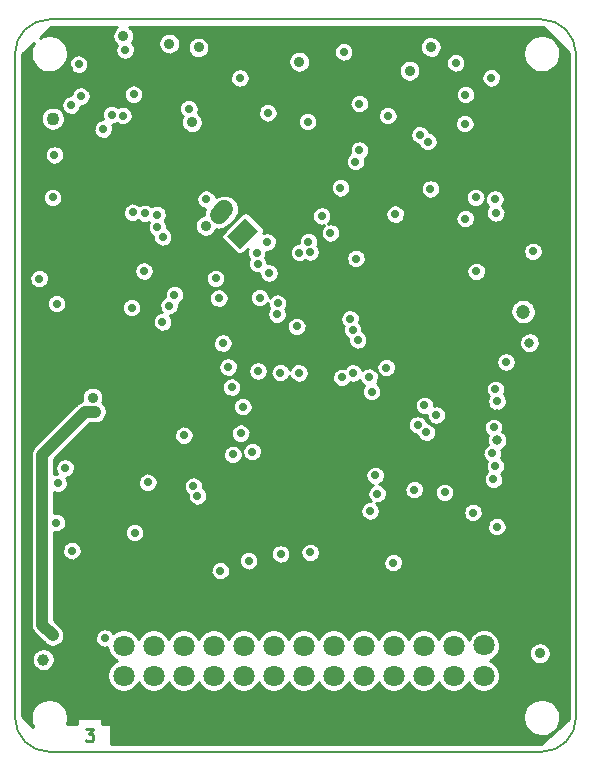
<source format=gbr>
G04 (created by PCBNEW (2013-may-18)-stable) date St 19. únor 2014, 18:08:51 CET*
%MOIN*%
G04 Gerber Fmt 3.4, Leading zero omitted, Abs format*
%FSLAX34Y34*%
G01*
G70*
G90*
G04 APERTURE LIST*
%ADD10C,0.00590551*%
%ADD11C,0.00984252*%
%ADD12C,0.06*%
%ADD13C,0.0708661*%
%ADD14R,0.0708661X0.0787*%
%ADD15C,0.0275591*%
%ADD16C,0.0393701*%
%ADD17C,0.0354331*%
%ADD18C,0.0314961*%
%ADD19C,0.0433071*%
%ADD20C,0.0472441*%
%ADD21C,0.0393701*%
G04 APERTURE END LIST*
G54D10*
G54D11*
X2164Y549D02*
X2407Y549D01*
X2276Y399D01*
X2332Y399D01*
X2370Y380D01*
X2389Y361D01*
X2407Y324D01*
X2407Y230D01*
X2389Y193D01*
X2370Y174D01*
X2332Y155D01*
X2220Y155D01*
X2182Y174D01*
X2164Y193D01*
G54D10*
X-196Y944D02*
G75*
G03X944Y-196I1141J0D01*
G74*
G01*
X944Y24212D02*
X17362Y24212D01*
X-196Y944D02*
X-196Y23070D01*
X17362Y-196D02*
X944Y-196D01*
X18503Y23070D02*
X18503Y944D01*
X17362Y-196D02*
G75*
G03X18503Y944I0J1141D01*
G74*
G01*
X944Y24212D02*
G75*
G03X-196Y23070I0J-1141D01*
G74*
G01*
X18503Y23070D02*
G75*
G03X17362Y24212I-1141J0D01*
G74*
G01*
G36*
X7911Y17177D02*
X7298Y16565D01*
X6874Y16989D01*
X7486Y17601D01*
X7911Y17177D01*
X7911Y17177D01*
G37*
G54D12*
X6591Y17696D02*
X6779Y17884D01*
G54D13*
X15433Y3346D03*
X15433Y2342D03*
X15433Y1338D03*
G54D14*
X3425Y1340D03*
G54D13*
X3425Y2340D03*
X4425Y1340D03*
X4425Y2340D03*
X5425Y1340D03*
X5425Y2340D03*
X6425Y1340D03*
X6425Y2340D03*
X7425Y1340D03*
X7425Y2340D03*
X8425Y1340D03*
X8425Y2340D03*
X9425Y1340D03*
X9425Y2340D03*
X10425Y1340D03*
X10425Y2340D03*
X11425Y1340D03*
X11425Y2340D03*
X12425Y1340D03*
X12425Y2340D03*
X3425Y3340D03*
X4425Y3340D03*
X5425Y3340D03*
X6425Y3340D03*
X7425Y3340D03*
X8425Y3340D03*
X9425Y3340D03*
X10425Y3340D03*
X11425Y3340D03*
X12425Y3340D03*
X13425Y1340D03*
X13425Y2340D03*
X13425Y3340D03*
X14425Y1340D03*
X14429Y2342D03*
X14425Y3340D03*
G54D15*
X15177Y15818D03*
X11287Y19858D03*
X11169Y16244D03*
X8271Y15763D03*
X10027Y17661D03*
X8232Y21102D03*
G54D16*
X2484Y11137D03*
X1070Y3692D03*
G54D17*
X5700Y20791D03*
X4948Y23409D03*
X3409Y23661D03*
G54D15*
X6732Y13425D03*
G54D17*
X6165Y17338D03*
G54D15*
X2744Y20559D03*
X11279Y21409D03*
X6177Y18224D03*
X1921Y22724D03*
X12177Y12610D03*
G54D18*
X15870Y10185D03*
G54D15*
X14122Y8452D03*
X15070Y7775D03*
X5433Y10354D03*
X5748Y8657D03*
X7590Y6169D03*
X2799Y3594D03*
X12409Y6106D03*
X5881Y8334D03*
X15157Y18287D03*
G54D19*
X1062Y20905D03*
G54D17*
X12956Y22507D03*
X2389Y11610D03*
X5921Y23279D03*
X9283Y22803D03*
X13669Y23295D03*
X17299Y3090D03*
G54D16*
X748Y2874D03*
G54D20*
X16740Y14476D03*
G54D15*
X3791Y7110D03*
X4232Y8787D03*
X15830Y17763D03*
X11062Y13870D03*
X15799Y18228D03*
X10976Y14232D03*
X9559Y20807D03*
X4940Y14677D03*
X5114Y15035D03*
X12232Y21011D03*
X4720Y14133D03*
X6909Y12625D03*
X7027Y11956D03*
X7066Y9712D03*
X17070Y16480D03*
X10649Y18602D03*
X8023Y4492D03*
G54D17*
X15692Y20047D03*
G54D15*
X11157Y20381D03*
X11602Y18767D03*
G54D16*
X11287Y15748D03*
G54D15*
X8704Y17948D03*
X7267Y21303D03*
X5944Y4228D03*
X10141Y22929D03*
X6901Y22751D03*
X4519Y22251D03*
G54D17*
X10594Y17862D03*
G54D19*
X14015Y21437D03*
G54D16*
X12901Y16377D03*
G54D15*
X7244Y13543D03*
X17059Y9267D03*
G54D17*
X1141Y12263D03*
X2342Y20598D03*
G54D15*
X6519Y18704D03*
X1551Y17055D03*
X1192Y15429D03*
X5287Y18547D03*
X5259Y15929D03*
X6192Y16161D03*
X3539Y12437D03*
X5271Y13858D03*
X2893Y13078D03*
X6377Y12755D03*
X1602Y22547D03*
X5767Y11169D03*
X18043Y19771D03*
X16421Y15590D03*
X12972Y14137D03*
G54D17*
X16366Y13559D03*
G54D15*
X16531Y8078D03*
X15354Y13248D03*
X13854Y13259D03*
X15452Y9200D03*
G54D18*
X15870Y11051D03*
G54D15*
X8897Y8307D03*
X9200Y11240D03*
X2125Y10381D03*
X3937Y7992D03*
X3818Y9724D03*
G54D16*
X3779Y5866D03*
X2637Y3149D03*
G54D15*
X11259Y10433D03*
X13098Y12496D03*
X7047Y7637D03*
G54D17*
X9708Y8960D03*
G54D15*
X9614Y7681D03*
X10354Y8771D03*
X4657Y8444D03*
X4893Y7645D03*
X7165Y8818D03*
X5984Y10708D03*
X12712Y6940D03*
X7106Y6212D03*
X14496Y22767D03*
X4102Y15822D03*
X10759Y23133D03*
X4728Y16964D03*
X7299Y22263D03*
X4551Y17283D03*
X3755Y21720D03*
X4535Y17708D03*
X8208Y16795D03*
X9637Y16464D03*
X9267Y12433D03*
X10314Y17094D03*
X9287Y16444D03*
X7905Y12496D03*
X14799Y20744D03*
X14811Y17574D03*
X11692Y11811D03*
X8657Y6397D03*
X7330Y10421D03*
X7708Y9811D03*
X5598Y21244D03*
X2003Y21657D03*
X1181Y7440D03*
X1240Y8751D03*
X1192Y14744D03*
X1059Y18279D03*
X610Y15578D03*
X1118Y19696D03*
X15677Y22267D03*
X14818Y21708D03*
X11641Y7834D03*
X15866Y7307D03*
X7397Y11303D03*
X9641Y6448D03*
X8645Y12444D03*
X3692Y14610D03*
X1677Y21358D03*
X3476Y23196D03*
X3023Y21035D03*
X3732Y17787D03*
X3401Y21007D03*
X4137Y17748D03*
X15759Y10618D03*
X11228Y13535D03*
X15712Y9755D03*
X10700Y12283D03*
X15870Y11480D03*
X13511Y10456D03*
X15818Y11885D03*
X13224Y10696D03*
X15748Y8881D03*
X11610Y12291D03*
X15818Y9326D03*
X11074Y12433D03*
X1700Y6503D03*
X6645Y5838D03*
X11149Y19476D03*
X9586Y16803D03*
X13566Y20141D03*
X8555Y14755D03*
X13303Y20366D03*
X12476Y17724D03*
X7893Y16074D03*
X6598Y14925D03*
X8539Y14385D03*
X13649Y18562D03*
X7858Y16437D03*
X6496Y15586D03*
X7964Y14940D03*
X9196Y13980D03*
X13846Y11027D03*
G54D18*
X16952Y13440D03*
G54D15*
X16173Y12795D03*
X13452Y11354D03*
X1476Y9263D03*
X11811Y9015D03*
X11877Y8405D03*
X13110Y8539D03*
G54D21*
X2149Y11137D02*
X2484Y11137D01*
X720Y9708D02*
X2149Y11137D01*
X720Y4043D02*
X720Y9708D01*
X1070Y3692D02*
X720Y4043D01*
G54D10*
G36*
X18257Y887D02*
X17982Y635D01*
X17982Y1005D01*
X17982Y23131D01*
X17958Y23250D01*
X17912Y23363D01*
X17845Y23464D01*
X17759Y23550D01*
X17658Y23618D01*
X17546Y23666D01*
X17427Y23690D01*
X17305Y23691D01*
X17186Y23668D01*
X17073Y23623D01*
X16971Y23556D01*
X16884Y23471D01*
X16816Y23371D01*
X16768Y23259D01*
X16743Y23140D01*
X16741Y23018D01*
X16763Y22899D01*
X16808Y22786D01*
X16873Y22683D01*
X16958Y22596D01*
X17058Y22526D01*
X17169Y22478D01*
X17288Y22452D01*
X17410Y22449D01*
X17529Y22470D01*
X17643Y22514D01*
X17745Y22579D01*
X17833Y22663D01*
X17903Y22763D01*
X17953Y22874D01*
X17980Y22992D01*
X17982Y23131D01*
X17982Y1005D01*
X17958Y1124D01*
X17912Y1237D01*
X17845Y1338D01*
X17759Y1424D01*
X17663Y1489D01*
X17663Y3126D01*
X17649Y3196D01*
X17622Y3262D01*
X17582Y3321D01*
X17532Y3372D01*
X17473Y3412D01*
X17407Y3440D01*
X17395Y3442D01*
X17395Y16512D01*
X17383Y16574D01*
X17359Y16633D01*
X17323Y16686D01*
X17278Y16731D01*
X17226Y16767D01*
X17167Y16792D01*
X17104Y16804D01*
X17041Y16805D01*
X16978Y16793D01*
X16919Y16769D01*
X16866Y16734D01*
X16820Y16690D01*
X16784Y16637D01*
X16759Y16579D01*
X16746Y16516D01*
X16745Y16453D01*
X16757Y16390D01*
X16780Y16331D01*
X16815Y16277D01*
X16859Y16231D01*
X16911Y16195D01*
X16970Y16169D01*
X17032Y16156D01*
X17095Y16154D01*
X17158Y16165D01*
X17218Y16188D01*
X17271Y16223D01*
X17317Y16267D01*
X17354Y16319D01*
X17380Y16377D01*
X17394Y16439D01*
X17395Y16512D01*
X17395Y3442D01*
X17337Y3454D01*
X17297Y3454D01*
X17297Y13474D01*
X17284Y13540D01*
X17258Y13603D01*
X17221Y13659D01*
X17173Y13707D01*
X17163Y13714D01*
X17163Y14517D01*
X17147Y14599D01*
X17115Y14676D01*
X17069Y14745D01*
X17011Y14804D01*
X16942Y14850D01*
X16865Y14882D01*
X16784Y14899D01*
X16701Y14899D01*
X16620Y14884D01*
X16543Y14853D01*
X16473Y14807D01*
X16414Y14749D01*
X16367Y14681D01*
X16334Y14604D01*
X16317Y14523D01*
X16316Y14440D01*
X16331Y14359D01*
X16361Y14281D01*
X16406Y14212D01*
X16464Y14152D01*
X16532Y14105D01*
X16608Y14071D01*
X16689Y14054D01*
X16772Y14052D01*
X16854Y14066D01*
X16931Y14096D01*
X17001Y14141D01*
X17062Y14198D01*
X17109Y14266D01*
X17143Y14342D01*
X17162Y14423D01*
X17163Y14517D01*
X17163Y13714D01*
X17117Y13745D01*
X17055Y13771D01*
X16988Y13785D01*
X16921Y13785D01*
X16855Y13773D01*
X16792Y13747D01*
X16735Y13710D01*
X16687Y13663D01*
X16649Y13607D01*
X16622Y13545D01*
X16608Y13479D01*
X16607Y13411D01*
X16620Y13345D01*
X16644Y13282D01*
X16681Y13225D01*
X16728Y13177D01*
X16783Y13138D01*
X16845Y13111D01*
X16911Y13097D01*
X16979Y13095D01*
X17045Y13107D01*
X17108Y13131D01*
X17165Y13168D01*
X17214Y13214D01*
X17253Y13269D01*
X17281Y13331D01*
X17296Y13397D01*
X17297Y13474D01*
X17297Y3454D01*
X17266Y3454D01*
X17195Y3441D01*
X17129Y3414D01*
X17069Y3375D01*
X17018Y3325D01*
X16978Y3266D01*
X16950Y3201D01*
X16935Y3131D01*
X16934Y3059D01*
X16947Y2989D01*
X16973Y2923D01*
X17012Y2863D01*
X17062Y2811D01*
X17120Y2771D01*
X17186Y2742D01*
X17255Y2727D01*
X17327Y2725D01*
X17397Y2738D01*
X17464Y2763D01*
X17524Y2802D01*
X17576Y2851D01*
X17617Y2909D01*
X17646Y2975D01*
X17662Y3044D01*
X17663Y3126D01*
X17663Y1489D01*
X17658Y1492D01*
X17546Y1540D01*
X17427Y1564D01*
X17305Y1565D01*
X17186Y1542D01*
X17073Y1497D01*
X16971Y1430D01*
X16884Y1345D01*
X16816Y1245D01*
X16768Y1133D01*
X16743Y1014D01*
X16741Y892D01*
X16763Y773D01*
X16808Y660D01*
X16873Y557D01*
X16958Y470D01*
X17058Y400D01*
X17169Y352D01*
X17288Y326D01*
X17410Y323D01*
X17529Y344D01*
X17643Y388D01*
X17745Y453D01*
X17833Y537D01*
X17903Y637D01*
X17953Y748D01*
X17980Y866D01*
X17982Y1005D01*
X17982Y635D01*
X17343Y49D01*
X16498Y49D01*
X16498Y12827D01*
X16485Y12889D01*
X16461Y12948D01*
X16426Y13001D01*
X16381Y13046D01*
X16328Y13082D01*
X16269Y13107D01*
X16207Y13119D01*
X16155Y13120D01*
X16155Y17795D01*
X16143Y17858D01*
X16118Y17917D01*
X16083Y17970D01*
X16042Y18011D01*
X16046Y18015D01*
X16082Y18067D01*
X16108Y18125D01*
X16123Y18187D01*
X16124Y18260D01*
X16111Y18322D01*
X16087Y18381D01*
X16052Y18434D01*
X16007Y18479D01*
X16001Y18483D01*
X16001Y22299D01*
X15989Y22362D01*
X15965Y22420D01*
X15930Y22473D01*
X15885Y22519D01*
X15832Y22554D01*
X15773Y22579D01*
X15711Y22592D01*
X15647Y22592D01*
X15585Y22580D01*
X15525Y22556D01*
X15472Y22522D01*
X15427Y22477D01*
X15391Y22424D01*
X15366Y22366D01*
X15352Y22304D01*
X15351Y22240D01*
X15363Y22177D01*
X15386Y22118D01*
X15421Y22064D01*
X15465Y22019D01*
X15517Y21982D01*
X15576Y21957D01*
X15638Y21943D01*
X15702Y21942D01*
X15764Y21953D01*
X15824Y21976D01*
X15878Y22010D01*
X15924Y22054D01*
X15960Y22106D01*
X15986Y22164D01*
X16000Y22226D01*
X16001Y22299D01*
X16001Y18483D01*
X15954Y18515D01*
X15895Y18540D01*
X15833Y18552D01*
X15769Y18553D01*
X15707Y18541D01*
X15648Y18517D01*
X15594Y18482D01*
X15549Y18438D01*
X15513Y18385D01*
X15488Y18327D01*
X15482Y18298D01*
X15482Y18319D01*
X15469Y18381D01*
X15445Y18440D01*
X15410Y18493D01*
X15365Y18538D01*
X15312Y18574D01*
X15253Y18599D01*
X15191Y18611D01*
X15143Y18612D01*
X15143Y21740D01*
X15131Y21802D01*
X15107Y21861D01*
X15071Y21914D01*
X15026Y21960D01*
X14974Y21995D01*
X14915Y22020D01*
X14853Y22033D01*
X14820Y22033D01*
X14820Y22799D01*
X14808Y22862D01*
X14784Y22920D01*
X14748Y22973D01*
X14704Y23019D01*
X14651Y23054D01*
X14592Y23079D01*
X14530Y23092D01*
X14466Y23092D01*
X14403Y23080D01*
X14344Y23056D01*
X14291Y23022D01*
X14246Y22977D01*
X14210Y22924D01*
X14184Y22866D01*
X14171Y22804D01*
X14170Y22740D01*
X14182Y22677D01*
X14205Y22618D01*
X14240Y22564D01*
X14284Y22519D01*
X14336Y22482D01*
X14395Y22457D01*
X14457Y22443D01*
X14521Y22442D01*
X14583Y22453D01*
X14643Y22476D01*
X14696Y22510D01*
X14743Y22554D01*
X14779Y22606D01*
X14805Y22664D01*
X14819Y22726D01*
X14820Y22799D01*
X14820Y22033D01*
X14789Y22033D01*
X14726Y22021D01*
X14667Y21997D01*
X14614Y21963D01*
X14568Y21918D01*
X14532Y21865D01*
X14507Y21807D01*
X14494Y21745D01*
X14493Y21681D01*
X14505Y21618D01*
X14528Y21559D01*
X14563Y21505D01*
X14607Y21460D01*
X14659Y21423D01*
X14718Y21398D01*
X14780Y21384D01*
X14843Y21383D01*
X14906Y21394D01*
X14966Y21417D01*
X15019Y21451D01*
X15065Y21495D01*
X15102Y21547D01*
X15128Y21605D01*
X15142Y21667D01*
X15143Y21740D01*
X15143Y18612D01*
X15127Y18612D01*
X15124Y18611D01*
X15124Y20775D01*
X15111Y20838D01*
X15087Y20897D01*
X15052Y20950D01*
X15007Y20995D01*
X14954Y21031D01*
X14895Y21055D01*
X14833Y21068D01*
X14769Y21069D01*
X14707Y21057D01*
X14648Y21033D01*
X14594Y20998D01*
X14549Y20953D01*
X14513Y20901D01*
X14488Y20842D01*
X14474Y20780D01*
X14473Y20716D01*
X14485Y20654D01*
X14508Y20594D01*
X14543Y20541D01*
X14587Y20495D01*
X14639Y20459D01*
X14698Y20433D01*
X14760Y20420D01*
X14824Y20418D01*
X14886Y20429D01*
X14946Y20452D01*
X15000Y20486D01*
X15046Y20530D01*
X15082Y20582D01*
X15108Y20641D01*
X15123Y20703D01*
X15124Y20775D01*
X15124Y18611D01*
X15065Y18600D01*
X15006Y18576D01*
X14952Y18541D01*
X14907Y18497D01*
X14871Y18444D01*
X14846Y18386D01*
X14833Y18323D01*
X14832Y18260D01*
X14843Y18197D01*
X14867Y18138D01*
X14901Y18084D01*
X14945Y18038D01*
X14998Y18002D01*
X15056Y17977D01*
X15118Y17963D01*
X15182Y17961D01*
X15245Y17973D01*
X15304Y17996D01*
X15358Y18030D01*
X15404Y18074D01*
X15441Y18126D01*
X15467Y18184D01*
X15474Y18215D01*
X15473Y18201D01*
X15485Y18138D01*
X15508Y18079D01*
X15543Y18025D01*
X15587Y17980D01*
X15580Y17973D01*
X15544Y17921D01*
X15519Y17862D01*
X15506Y17800D01*
X15505Y17736D01*
X15516Y17673D01*
X15540Y17614D01*
X15574Y17561D01*
X15619Y17515D01*
X15671Y17478D01*
X15729Y17453D01*
X15792Y17439D01*
X15855Y17438D01*
X15918Y17449D01*
X15977Y17472D01*
X16031Y17506D01*
X16077Y17550D01*
X16114Y17602D01*
X16140Y17660D01*
X16154Y17722D01*
X16155Y17795D01*
X16155Y13120D01*
X16143Y13120D01*
X16081Y13108D01*
X16022Y13084D01*
X15968Y13049D01*
X15923Y13005D01*
X15887Y12952D01*
X15862Y12893D01*
X15848Y12831D01*
X15847Y12767D01*
X15859Y12705D01*
X15882Y12646D01*
X15917Y12592D01*
X15961Y12546D01*
X16014Y12510D01*
X16072Y12484D01*
X16134Y12471D01*
X16198Y12469D01*
X16260Y12480D01*
X16320Y12503D01*
X16374Y12538D01*
X16420Y12582D01*
X16457Y12634D01*
X16482Y12692D01*
X16497Y12754D01*
X16498Y12827D01*
X16498Y49D01*
X16214Y49D01*
X16214Y10218D01*
X16201Y10285D01*
X16194Y10301D01*
X16194Y11512D01*
X16182Y11574D01*
X16158Y11633D01*
X16123Y11686D01*
X16095Y11714D01*
X16102Y11724D01*
X16128Y11782D01*
X16142Y11844D01*
X16143Y11917D01*
X16131Y11980D01*
X16107Y12039D01*
X16071Y12092D01*
X16026Y12137D01*
X15974Y12172D01*
X15915Y12197D01*
X15853Y12210D01*
X15789Y12210D01*
X15726Y12198D01*
X15667Y12175D01*
X15614Y12140D01*
X15568Y12095D01*
X15532Y12043D01*
X15507Y11984D01*
X15501Y11957D01*
X15501Y15850D01*
X15489Y15913D01*
X15465Y15972D01*
X15430Y16025D01*
X15385Y16070D01*
X15332Y16105D01*
X15273Y16130D01*
X15211Y16143D01*
X15147Y16143D01*
X15135Y16141D01*
X15135Y17606D01*
X15123Y17669D01*
X15099Y17728D01*
X15063Y17781D01*
X15019Y17826D01*
X14966Y17861D01*
X14907Y17886D01*
X14845Y17899D01*
X14781Y17899D01*
X14718Y17887D01*
X14659Y17864D01*
X14606Y17829D01*
X14561Y17784D01*
X14525Y17732D01*
X14499Y17673D01*
X14486Y17611D01*
X14485Y17547D01*
X14497Y17484D01*
X14520Y17425D01*
X14555Y17372D01*
X14599Y17326D01*
X14651Y17289D01*
X14710Y17264D01*
X14772Y17250D01*
X14836Y17249D01*
X14898Y17260D01*
X14958Y17283D01*
X15011Y17317D01*
X15058Y17361D01*
X15094Y17413D01*
X15120Y17471D01*
X15134Y17533D01*
X15135Y17606D01*
X15135Y16141D01*
X15085Y16131D01*
X15025Y16108D01*
X14972Y16073D01*
X14927Y16028D01*
X14891Y15976D01*
X14866Y15917D01*
X14852Y15855D01*
X14851Y15791D01*
X14863Y15728D01*
X14886Y15669D01*
X14921Y15616D01*
X14965Y15570D01*
X15017Y15533D01*
X15076Y15508D01*
X15138Y15494D01*
X15202Y15493D01*
X15264Y15504D01*
X15324Y15527D01*
X15378Y15561D01*
X15424Y15605D01*
X15460Y15657D01*
X15486Y15715D01*
X15500Y15777D01*
X15501Y15850D01*
X15501Y11957D01*
X15494Y11922D01*
X15493Y11858D01*
X15505Y11795D01*
X15528Y11736D01*
X15563Y11683D01*
X15593Y11651D01*
X15584Y11637D01*
X15558Y11579D01*
X15545Y11516D01*
X15544Y11453D01*
X15556Y11390D01*
X15579Y11331D01*
X15614Y11277D01*
X15658Y11231D01*
X15710Y11195D01*
X15769Y11169D01*
X15831Y11156D01*
X15895Y11154D01*
X15957Y11165D01*
X16017Y11188D01*
X16071Y11223D01*
X16117Y11267D01*
X16153Y11319D01*
X16179Y11377D01*
X16193Y11439D01*
X16194Y11512D01*
X16194Y10301D01*
X16175Y10347D01*
X16138Y10403D01*
X16090Y10451D01*
X16052Y10477D01*
X16069Y10515D01*
X16083Y10577D01*
X16084Y10649D01*
X16072Y10712D01*
X16048Y10771D01*
X16012Y10824D01*
X15967Y10869D01*
X15915Y10905D01*
X15856Y10929D01*
X15793Y10942D01*
X15730Y10943D01*
X15667Y10931D01*
X15608Y10907D01*
X15555Y10872D01*
X15509Y10827D01*
X15473Y10775D01*
X15448Y10716D01*
X15435Y10654D01*
X15434Y10590D01*
X15446Y10528D01*
X15469Y10468D01*
X15504Y10415D01*
X15548Y10369D01*
X15569Y10355D01*
X15566Y10351D01*
X15540Y10289D01*
X15526Y10223D01*
X15525Y10156D01*
X15537Y10089D01*
X15556Y10041D01*
X15508Y10010D01*
X15462Y9965D01*
X15426Y9913D01*
X15401Y9854D01*
X15388Y9792D01*
X15387Y9728D01*
X15398Y9665D01*
X15422Y9606D01*
X15456Y9553D01*
X15501Y9507D01*
X15533Y9484D01*
X15532Y9484D01*
X15507Y9425D01*
X15494Y9363D01*
X15493Y9299D01*
X15505Y9236D01*
X15528Y9177D01*
X15551Y9141D01*
X15543Y9136D01*
X15498Y9091D01*
X15462Y9039D01*
X15436Y8980D01*
X15423Y8918D01*
X15422Y8854D01*
X15434Y8791D01*
X15457Y8732D01*
X15492Y8679D01*
X15536Y8633D01*
X15588Y8596D01*
X15647Y8571D01*
X15709Y8557D01*
X15773Y8556D01*
X15835Y8567D01*
X15895Y8590D01*
X15948Y8624D01*
X15995Y8668D01*
X16031Y8720D01*
X16057Y8778D01*
X16071Y8840D01*
X16072Y8913D01*
X16060Y8976D01*
X16036Y9035D01*
X16015Y9066D01*
X16019Y9069D01*
X16065Y9113D01*
X16102Y9165D01*
X16128Y9223D01*
X16142Y9285D01*
X16143Y9358D01*
X16131Y9421D01*
X16107Y9479D01*
X16071Y9533D01*
X16026Y9578D01*
X15997Y9597D01*
X16022Y9652D01*
X16036Y9715D01*
X16037Y9787D01*
X16025Y9850D01*
X16016Y9872D01*
X16026Y9876D01*
X16083Y9912D01*
X16132Y9958D01*
X16171Y10014D01*
X16198Y10075D01*
X16213Y10141D01*
X16214Y10218D01*
X16214Y49D01*
X16190Y49D01*
X16190Y7338D01*
X16178Y7401D01*
X16154Y7460D01*
X16119Y7513D01*
X16074Y7558D01*
X16021Y7594D01*
X15962Y7618D01*
X15900Y7631D01*
X15836Y7632D01*
X15773Y7620D01*
X15714Y7596D01*
X15661Y7561D01*
X15616Y7516D01*
X15580Y7464D01*
X15555Y7405D01*
X15541Y7343D01*
X15540Y7279D01*
X15552Y7217D01*
X15575Y7157D01*
X15610Y7104D01*
X15654Y7058D01*
X15706Y7022D01*
X15765Y6996D01*
X15827Y6983D01*
X15891Y6981D01*
X15953Y6992D01*
X16013Y7015D01*
X16067Y7049D01*
X16113Y7093D01*
X16149Y7145D01*
X16175Y7204D01*
X16189Y7266D01*
X16190Y7338D01*
X16190Y49D01*
X15974Y49D01*
X15974Y2395D01*
X15953Y2499D01*
X15913Y2597D01*
X15854Y2686D01*
X15779Y2761D01*
X15691Y2821D01*
X15635Y2844D01*
X15678Y2860D01*
X15767Y2917D01*
X15844Y2991D01*
X15906Y3077D01*
X15949Y3174D01*
X15972Y3278D01*
X15974Y3399D01*
X15953Y3503D01*
X15913Y3601D01*
X15854Y3690D01*
X15779Y3765D01*
X15691Y3824D01*
X15593Y3866D01*
X15489Y3887D01*
X15395Y3888D01*
X15395Y7807D01*
X15383Y7869D01*
X15359Y7928D01*
X15323Y7981D01*
X15278Y8027D01*
X15226Y8062D01*
X15167Y8087D01*
X15104Y8100D01*
X15041Y8100D01*
X14978Y8088D01*
X14919Y8064D01*
X14866Y8029D01*
X14820Y7985D01*
X14784Y7932D01*
X14759Y7874D01*
X14746Y7811D01*
X14745Y7748D01*
X14757Y7685D01*
X14780Y7626D01*
X14815Y7572D01*
X14859Y7527D01*
X14911Y7490D01*
X14970Y7465D01*
X15032Y7451D01*
X15095Y7450D01*
X15158Y7461D01*
X15218Y7484D01*
X15271Y7518D01*
X15317Y7562D01*
X15354Y7614D01*
X15380Y7672D01*
X15394Y7734D01*
X15395Y7807D01*
X15395Y3888D01*
X15383Y3888D01*
X15279Y3868D01*
X15181Y3828D01*
X15092Y3770D01*
X15016Y3696D01*
X14956Y3608D01*
X14927Y3541D01*
X14905Y3596D01*
X14846Y3684D01*
X14771Y3759D01*
X14683Y3819D01*
X14586Y3860D01*
X14482Y3881D01*
X14446Y3881D01*
X14446Y8484D01*
X14434Y8547D01*
X14410Y8605D01*
X14374Y8659D01*
X14330Y8704D01*
X14277Y8739D01*
X14218Y8764D01*
X14171Y8774D01*
X14171Y11059D01*
X14158Y11121D01*
X14134Y11180D01*
X14099Y11233D01*
X14054Y11279D01*
X14033Y11293D01*
X14033Y23330D01*
X14019Y23401D01*
X13992Y23467D01*
X13952Y23526D01*
X13902Y23577D01*
X13843Y23617D01*
X13777Y23644D01*
X13707Y23659D01*
X13636Y23659D01*
X13565Y23646D01*
X13499Y23619D01*
X13439Y23580D01*
X13388Y23530D01*
X13348Y23471D01*
X13320Y23405D01*
X13305Y23336D01*
X13304Y23264D01*
X13317Y23194D01*
X13343Y23128D01*
X13382Y23067D01*
X13432Y23016D01*
X13490Y22975D01*
X13556Y22947D01*
X13625Y22931D01*
X13697Y22930D01*
X13767Y22942D01*
X13834Y22968D01*
X13894Y23006D01*
X13946Y23056D01*
X13987Y23114D01*
X14016Y23179D01*
X14032Y23249D01*
X14033Y23330D01*
X14033Y11293D01*
X14001Y11314D01*
X13974Y11326D01*
X13974Y18594D01*
X13962Y18657D01*
X13937Y18716D01*
X13902Y18769D01*
X13891Y18780D01*
X13891Y20173D01*
X13879Y20236D01*
X13855Y20294D01*
X13819Y20348D01*
X13774Y20393D01*
X13722Y20428D01*
X13663Y20453D01*
X13614Y20463D01*
X13591Y20519D01*
X13556Y20572D01*
X13511Y20617D01*
X13458Y20653D01*
X13399Y20677D01*
X13337Y20690D01*
X13320Y20690D01*
X13320Y22543D01*
X13307Y22613D01*
X13279Y22679D01*
X13240Y22739D01*
X13189Y22789D01*
X13130Y22829D01*
X13064Y22857D01*
X12994Y22871D01*
X12923Y22872D01*
X12853Y22858D01*
X12787Y22832D01*
X12727Y22793D01*
X12676Y22743D01*
X12636Y22684D01*
X12607Y22618D01*
X12593Y22548D01*
X12592Y22477D01*
X12604Y22407D01*
X12631Y22340D01*
X12669Y22280D01*
X12719Y22229D01*
X12778Y22188D01*
X12843Y22159D01*
X12913Y22144D01*
X12984Y22143D01*
X13055Y22155D01*
X13121Y22181D01*
X13181Y22219D01*
X13233Y22268D01*
X13274Y22327D01*
X13303Y22392D01*
X13319Y22462D01*
X13320Y22543D01*
X13320Y20690D01*
X13273Y20691D01*
X13211Y20679D01*
X13151Y20655D01*
X13098Y20620D01*
X13053Y20575D01*
X13017Y20523D01*
X12992Y20464D01*
X12978Y20402D01*
X12977Y20338D01*
X12989Y20276D01*
X13012Y20216D01*
X13047Y20163D01*
X13091Y20117D01*
X13143Y20081D01*
X13202Y20055D01*
X13256Y20043D01*
X13276Y19992D01*
X13311Y19939D01*
X13355Y19893D01*
X13407Y19856D01*
X13466Y19831D01*
X13528Y19817D01*
X13591Y19816D01*
X13654Y19827D01*
X13714Y19850D01*
X13767Y19884D01*
X13813Y19928D01*
X13850Y19980D01*
X13876Y20038D01*
X13890Y20100D01*
X13891Y20173D01*
X13891Y18780D01*
X13857Y18814D01*
X13804Y18850D01*
X13746Y18874D01*
X13683Y18887D01*
X13620Y18888D01*
X13557Y18876D01*
X13498Y18852D01*
X13445Y18817D01*
X13399Y18772D01*
X13363Y18720D01*
X13338Y18661D01*
X13325Y18599D01*
X13324Y18535D01*
X13335Y18473D01*
X13359Y18413D01*
X13393Y18360D01*
X13438Y18314D01*
X13490Y18278D01*
X13548Y18252D01*
X13610Y18238D01*
X13674Y18237D01*
X13737Y18248D01*
X13796Y18271D01*
X13850Y18305D01*
X13896Y18349D01*
X13933Y18401D01*
X13959Y18459D01*
X13973Y18522D01*
X13974Y18594D01*
X13974Y11326D01*
X13942Y11339D01*
X13880Y11352D01*
X13816Y11352D01*
X13776Y11344D01*
X13777Y11386D01*
X13765Y11448D01*
X13740Y11507D01*
X13705Y11560D01*
X13660Y11605D01*
X13607Y11641D01*
X13549Y11666D01*
X13486Y11678D01*
X13423Y11679D01*
X13360Y11667D01*
X13301Y11643D01*
X13248Y11608D01*
X13202Y11564D01*
X13166Y11511D01*
X13141Y11453D01*
X13128Y11390D01*
X13127Y11327D01*
X13139Y11264D01*
X13162Y11205D01*
X13196Y11151D01*
X13241Y11105D01*
X13293Y11069D01*
X13351Y11043D01*
X13414Y11030D01*
X13477Y11028D01*
X13521Y11036D01*
X13521Y11000D01*
X13532Y10937D01*
X13556Y10878D01*
X13590Y10824D01*
X13634Y10779D01*
X13687Y10742D01*
X13745Y10717D01*
X13807Y10703D01*
X13871Y10702D01*
X13934Y10713D01*
X13993Y10736D01*
X14047Y10770D01*
X14093Y10814D01*
X14130Y10866D01*
X14156Y10924D01*
X14170Y10986D01*
X14171Y11059D01*
X14171Y8774D01*
X14156Y8777D01*
X14092Y8777D01*
X14029Y8765D01*
X13970Y8741D01*
X13917Y8707D01*
X13872Y8662D01*
X13836Y8610D01*
X13836Y10488D01*
X13824Y10551D01*
X13799Y10609D01*
X13764Y10662D01*
X13719Y10708D01*
X13667Y10743D01*
X13608Y10768D01*
X13545Y10781D01*
X13538Y10781D01*
X13536Y10791D01*
X13512Y10850D01*
X13477Y10903D01*
X13432Y10948D01*
X13379Y10983D01*
X13320Y11008D01*
X13258Y11021D01*
X13194Y11021D01*
X13132Y11009D01*
X13073Y10986D01*
X13019Y10951D01*
X12974Y10906D01*
X12938Y10854D01*
X12913Y10795D01*
X12900Y10733D01*
X12899Y10669D01*
X12910Y10606D01*
X12934Y10547D01*
X12968Y10494D01*
X13012Y10448D01*
X13065Y10411D01*
X13123Y10386D01*
X13185Y10372D01*
X13197Y10372D01*
X13198Y10366D01*
X13221Y10307D01*
X13256Y10253D01*
X13300Y10208D01*
X13352Y10171D01*
X13410Y10146D01*
X13473Y10132D01*
X13536Y10131D01*
X13599Y10142D01*
X13658Y10165D01*
X13712Y10199D01*
X13758Y10243D01*
X13795Y10295D01*
X13821Y10353D01*
X13835Y10415D01*
X13836Y10488D01*
X13836Y8610D01*
X13836Y8609D01*
X13810Y8551D01*
X13797Y8489D01*
X13796Y8425D01*
X13808Y8362D01*
X13831Y8303D01*
X13866Y8250D01*
X13910Y8204D01*
X13962Y8167D01*
X14021Y8142D01*
X14083Y8128D01*
X14147Y8127D01*
X14209Y8138D01*
X14269Y8161D01*
X14322Y8195D01*
X14369Y8239D01*
X14405Y8291D01*
X14431Y8349D01*
X14445Y8411D01*
X14446Y8484D01*
X14446Y3881D01*
X14375Y3882D01*
X14271Y3862D01*
X14173Y3822D01*
X14084Y3764D01*
X14008Y3690D01*
X13948Y3602D01*
X13925Y3548D01*
X13905Y3596D01*
X13846Y3684D01*
X13771Y3759D01*
X13683Y3819D01*
X13586Y3860D01*
X13482Y3881D01*
X13435Y3882D01*
X13435Y8571D01*
X13422Y8633D01*
X13398Y8692D01*
X13363Y8745D01*
X13318Y8790D01*
X13265Y8826D01*
X13206Y8851D01*
X13144Y8863D01*
X13080Y8864D01*
X13018Y8852D01*
X12959Y8828D01*
X12905Y8793D01*
X12860Y8749D01*
X12824Y8696D01*
X12801Y8642D01*
X12801Y17756D01*
X12788Y17818D01*
X12764Y17877D01*
X12729Y17930D01*
X12684Y17975D01*
X12631Y18011D01*
X12572Y18036D01*
X12557Y18039D01*
X12557Y21043D01*
X12544Y21106D01*
X12520Y21165D01*
X12485Y21218D01*
X12440Y21263D01*
X12387Y21298D01*
X12328Y21323D01*
X12266Y21336D01*
X12202Y21336D01*
X12140Y21324D01*
X12081Y21301D01*
X12027Y21266D01*
X11982Y21221D01*
X11946Y21169D01*
X11921Y21110D01*
X11907Y21048D01*
X11907Y20984D01*
X11918Y20921D01*
X11942Y20862D01*
X11976Y20809D01*
X12020Y20763D01*
X12073Y20726D01*
X12131Y20701D01*
X12193Y20687D01*
X12257Y20686D01*
X12320Y20697D01*
X12379Y20720D01*
X12433Y20754D01*
X12479Y20798D01*
X12516Y20850D01*
X12541Y20908D01*
X12556Y20970D01*
X12557Y21043D01*
X12557Y18039D01*
X12510Y18048D01*
X12446Y18049D01*
X12384Y18037D01*
X12325Y18013D01*
X12271Y17978D01*
X12226Y17934D01*
X12190Y17881D01*
X12165Y17823D01*
X12152Y17760D01*
X12151Y17697D01*
X12162Y17634D01*
X12186Y17575D01*
X12220Y17521D01*
X12264Y17475D01*
X12317Y17439D01*
X12375Y17414D01*
X12437Y17400D01*
X12501Y17398D01*
X12564Y17410D01*
X12623Y17433D01*
X12677Y17467D01*
X12723Y17511D01*
X12760Y17563D01*
X12786Y17621D01*
X12800Y17683D01*
X12801Y17756D01*
X12801Y8642D01*
X12799Y8638D01*
X12785Y8575D01*
X12785Y8512D01*
X12796Y8449D01*
X12819Y8390D01*
X12854Y8336D01*
X12898Y8290D01*
X12951Y8254D01*
X13009Y8228D01*
X13071Y8215D01*
X13135Y8213D01*
X13198Y8225D01*
X13257Y8248D01*
X13311Y8282D01*
X13357Y8326D01*
X13394Y8378D01*
X13419Y8436D01*
X13434Y8498D01*
X13435Y8571D01*
X13435Y3882D01*
X13375Y3882D01*
X13271Y3862D01*
X13173Y3822D01*
X13084Y3764D01*
X13008Y3690D01*
X12948Y3602D01*
X12925Y3548D01*
X12905Y3596D01*
X12846Y3684D01*
X12771Y3759D01*
X12734Y3785D01*
X12734Y6138D01*
X12721Y6200D01*
X12697Y6259D01*
X12662Y6312D01*
X12617Y6357D01*
X12564Y6393D01*
X12505Y6418D01*
X12501Y6418D01*
X12501Y12642D01*
X12489Y12704D01*
X12465Y12763D01*
X12430Y12816D01*
X12385Y12861D01*
X12332Y12897D01*
X12273Y12922D01*
X12211Y12934D01*
X12147Y12935D01*
X12085Y12923D01*
X12025Y12899D01*
X11972Y12864D01*
X11927Y12820D01*
X11891Y12767D01*
X11866Y12708D01*
X11852Y12646D01*
X11851Y12582D01*
X11863Y12520D01*
X11886Y12463D01*
X11863Y12497D01*
X11818Y12542D01*
X11765Y12578D01*
X11706Y12603D01*
X11644Y12615D01*
X11612Y12616D01*
X11612Y19890D01*
X11604Y19929D01*
X11604Y21441D01*
X11591Y21503D01*
X11567Y21562D01*
X11532Y21615D01*
X11487Y21660D01*
X11434Y21696D01*
X11376Y21721D01*
X11313Y21734D01*
X11249Y21734D01*
X11187Y21722D01*
X11128Y21698D01*
X11084Y21670D01*
X11084Y23165D01*
X11072Y23228D01*
X11048Y23287D01*
X11012Y23340D01*
X10967Y23385D01*
X10915Y23420D01*
X10856Y23445D01*
X10793Y23458D01*
X10730Y23458D01*
X10667Y23446D01*
X10608Y23423D01*
X10555Y23388D01*
X10509Y23343D01*
X10473Y23291D01*
X10448Y23232D01*
X10435Y23170D01*
X10434Y23106D01*
X10446Y23043D01*
X10469Y22984D01*
X10504Y22931D01*
X10548Y22885D01*
X10600Y22848D01*
X10658Y22823D01*
X10721Y22809D01*
X10784Y22808D01*
X10847Y22819D01*
X10906Y22842D01*
X10960Y22876D01*
X11006Y22920D01*
X11043Y22972D01*
X11069Y23030D01*
X11083Y23092D01*
X11084Y23165D01*
X11084Y21670D01*
X11075Y21663D01*
X11029Y21619D01*
X10993Y21566D01*
X10968Y21508D01*
X10955Y21445D01*
X10954Y21382D01*
X10965Y21319D01*
X10989Y21260D01*
X11023Y21206D01*
X11067Y21160D01*
X11120Y21124D01*
X11178Y21099D01*
X11240Y21085D01*
X11304Y21084D01*
X11367Y21095D01*
X11426Y21118D01*
X11480Y21152D01*
X11526Y21196D01*
X11563Y21248D01*
X11589Y21306D01*
X11603Y21368D01*
X11604Y21441D01*
X11604Y19929D01*
X11599Y19952D01*
X11575Y20011D01*
X11540Y20064D01*
X11495Y20109D01*
X11442Y20145D01*
X11383Y20170D01*
X11321Y20182D01*
X11257Y20183D01*
X11195Y20171D01*
X11136Y20147D01*
X11082Y20112D01*
X11037Y20068D01*
X11001Y20015D01*
X10976Y19956D01*
X10963Y19894D01*
X10962Y19830D01*
X10973Y19768D01*
X10979Y19753D01*
X10945Y19730D01*
X10899Y19686D01*
X10863Y19633D01*
X10838Y19575D01*
X10825Y19512D01*
X10824Y19449D01*
X10835Y19386D01*
X10859Y19327D01*
X10893Y19273D01*
X10938Y19227D01*
X10990Y19191D01*
X11048Y19165D01*
X11110Y19152D01*
X11174Y19150D01*
X11237Y19162D01*
X11296Y19185D01*
X11350Y19219D01*
X11396Y19263D01*
X11433Y19315D01*
X11459Y19373D01*
X11473Y19435D01*
X11474Y19508D01*
X11462Y19570D01*
X11457Y19581D01*
X11488Y19601D01*
X11534Y19645D01*
X11571Y19697D01*
X11597Y19755D01*
X11611Y19817D01*
X11612Y19890D01*
X11612Y12616D01*
X11580Y12616D01*
X11553Y12611D01*
X11553Y13567D01*
X11540Y13629D01*
X11516Y13688D01*
X11494Y13722D01*
X11494Y16275D01*
X11481Y16338D01*
X11457Y16397D01*
X11422Y16450D01*
X11377Y16495D01*
X11324Y16531D01*
X11265Y16555D01*
X11203Y16568D01*
X11139Y16569D01*
X11077Y16557D01*
X11018Y16533D01*
X10974Y16504D01*
X10974Y18634D01*
X10962Y18696D01*
X10937Y18755D01*
X10902Y18808D01*
X10857Y18853D01*
X10804Y18889D01*
X10746Y18914D01*
X10683Y18926D01*
X10620Y18927D01*
X10557Y18915D01*
X10498Y18891D01*
X10445Y18856D01*
X10399Y18812D01*
X10363Y18759D01*
X10338Y18701D01*
X10325Y18638D01*
X10324Y18575D01*
X10335Y18512D01*
X10359Y18453D01*
X10393Y18399D01*
X10438Y18353D01*
X10490Y18317D01*
X10548Y18291D01*
X10610Y18278D01*
X10674Y18276D01*
X10737Y18288D01*
X10796Y18311D01*
X10850Y18345D01*
X10896Y18389D01*
X10933Y18441D01*
X10959Y18499D01*
X10973Y18561D01*
X10974Y18634D01*
X10974Y16504D01*
X10964Y16498D01*
X10919Y16453D01*
X10883Y16401D01*
X10858Y16342D01*
X10844Y16280D01*
X10844Y16216D01*
X10855Y16154D01*
X10879Y16094D01*
X10913Y16041D01*
X10957Y15995D01*
X11010Y15959D01*
X11068Y15933D01*
X11130Y15920D01*
X11194Y15918D01*
X11257Y15929D01*
X11316Y15952D01*
X11370Y15986D01*
X11416Y16030D01*
X11453Y16082D01*
X11478Y16141D01*
X11493Y16203D01*
X11494Y16275D01*
X11494Y13722D01*
X11481Y13741D01*
X11436Y13786D01*
X11385Y13821D01*
X11386Y13829D01*
X11387Y13901D01*
X11375Y13964D01*
X11351Y14023D01*
X11315Y14076D01*
X11279Y14113D01*
X11286Y14129D01*
X11300Y14191D01*
X11301Y14264D01*
X11288Y14326D01*
X11264Y14385D01*
X11229Y14438D01*
X11184Y14483D01*
X11131Y14519D01*
X11072Y14544D01*
X11010Y14556D01*
X10946Y14557D01*
X10884Y14545D01*
X10825Y14521D01*
X10771Y14486D01*
X10726Y14442D01*
X10690Y14389D01*
X10665Y14330D01*
X10652Y14268D01*
X10651Y14204D01*
X10662Y14142D01*
X10686Y14083D01*
X10720Y14029D01*
X10760Y13988D01*
X10751Y13968D01*
X10738Y13906D01*
X10737Y13842D01*
X10749Y13780D01*
X10772Y13720D01*
X10807Y13667D01*
X10851Y13621D01*
X10903Y13585D01*
X10906Y13583D01*
X10904Y13571D01*
X10903Y13508D01*
X10914Y13445D01*
X10938Y13386D01*
X10972Y13332D01*
X11016Y13286D01*
X11069Y13250D01*
X11127Y13225D01*
X11189Y13211D01*
X11253Y13210D01*
X11316Y13221D01*
X11375Y13244D01*
X11429Y13278D01*
X11475Y13322D01*
X11512Y13374D01*
X11538Y13432D01*
X11552Y13494D01*
X11553Y13567D01*
X11553Y12611D01*
X11518Y12604D01*
X11459Y12580D01*
X11405Y12545D01*
X11387Y12527D01*
X11362Y12586D01*
X11327Y12639D01*
X11282Y12684D01*
X11230Y12720D01*
X11171Y12744D01*
X11108Y12757D01*
X11045Y12758D01*
X10982Y12746D01*
X10923Y12722D01*
X10870Y12687D01*
X10824Y12642D01*
X10792Y12596D01*
X10734Y12608D01*
X10671Y12608D01*
X10639Y12602D01*
X10639Y17126D01*
X10627Y17188D01*
X10603Y17247D01*
X10567Y17300D01*
X10522Y17345D01*
X10470Y17381D01*
X10411Y17406D01*
X10349Y17419D01*
X10285Y17419D01*
X10234Y17409D01*
X10274Y17448D01*
X10311Y17500D01*
X10337Y17558D01*
X10351Y17620D01*
X10352Y17693D01*
X10340Y17755D01*
X10315Y17814D01*
X10280Y17867D01*
X10235Y17912D01*
X10182Y17948D01*
X10124Y17973D01*
X10061Y17986D01*
X9997Y17986D01*
X9935Y17974D01*
X9883Y17953D01*
X9883Y20838D01*
X9871Y20901D01*
X9847Y20960D01*
X9811Y21013D01*
X9767Y21058D01*
X9714Y21094D01*
X9655Y21118D01*
X9647Y21120D01*
X9647Y22838D01*
X9633Y22908D01*
X9606Y22974D01*
X9567Y23034D01*
X9516Y23085D01*
X9457Y23125D01*
X9391Y23152D01*
X9321Y23167D01*
X9250Y23167D01*
X9180Y23154D01*
X9113Y23127D01*
X9054Y23088D01*
X9003Y23038D01*
X8962Y22979D01*
X8934Y22913D01*
X8919Y22843D01*
X8918Y22772D01*
X8931Y22702D01*
X8957Y22635D01*
X8996Y22575D01*
X9046Y22524D01*
X9104Y22483D01*
X9170Y22455D01*
X9240Y22439D01*
X9311Y22438D01*
X9381Y22450D01*
X9448Y22476D01*
X9508Y22514D01*
X9560Y22564D01*
X9601Y22622D01*
X9630Y22687D01*
X9646Y22757D01*
X9647Y22838D01*
X9647Y21120D01*
X9593Y21131D01*
X9529Y21132D01*
X9466Y21120D01*
X9407Y21096D01*
X9354Y21061D01*
X9309Y21016D01*
X9273Y20964D01*
X9247Y20905D01*
X9234Y20843D01*
X9233Y20779D01*
X9245Y20717D01*
X9268Y20657D01*
X9303Y20604D01*
X9347Y20558D01*
X9399Y20522D01*
X9458Y20496D01*
X9520Y20483D01*
X9584Y20481D01*
X9646Y20492D01*
X9706Y20515D01*
X9759Y20549D01*
X9806Y20593D01*
X9842Y20645D01*
X9868Y20704D01*
X9882Y20766D01*
X9883Y20838D01*
X9883Y17953D01*
X9876Y17950D01*
X9823Y17915D01*
X9777Y17871D01*
X9741Y17818D01*
X9716Y17760D01*
X9703Y17697D01*
X9702Y17634D01*
X9713Y17571D01*
X9737Y17512D01*
X9771Y17458D01*
X9816Y17412D01*
X9868Y17376D01*
X9926Y17351D01*
X9988Y17337D01*
X10052Y17336D01*
X10107Y17345D01*
X10064Y17304D01*
X10028Y17251D01*
X10003Y17193D01*
X9990Y17130D01*
X9989Y17067D01*
X10001Y17004D01*
X10024Y16945D01*
X10059Y16891D01*
X10103Y16845D01*
X10155Y16809D01*
X10214Y16784D01*
X10276Y16770D01*
X10339Y16769D01*
X10402Y16780D01*
X10462Y16803D01*
X10515Y16837D01*
X10562Y16881D01*
X10598Y16933D01*
X10624Y16991D01*
X10638Y17053D01*
X10639Y17126D01*
X10639Y12602D01*
X10608Y12596D01*
X10549Y12572D01*
X10496Y12537D01*
X10450Y12493D01*
X10414Y12440D01*
X10389Y12382D01*
X10376Y12319D01*
X10375Y12256D01*
X10387Y12193D01*
X10410Y12134D01*
X10445Y12080D01*
X10489Y12034D01*
X10541Y11998D01*
X10599Y11973D01*
X10662Y11959D01*
X10725Y11958D01*
X10788Y11969D01*
X10847Y11992D01*
X10901Y12026D01*
X10947Y12070D01*
X10983Y12120D01*
X11036Y12108D01*
X11099Y12107D01*
X11162Y12118D01*
X11221Y12141D01*
X11275Y12175D01*
X11298Y12197D01*
X11319Y12142D01*
X11354Y12088D01*
X11398Y12042D01*
X11438Y12014D01*
X11406Y11968D01*
X11381Y11909D01*
X11368Y11847D01*
X11367Y11783D01*
X11379Y11721D01*
X11402Y11661D01*
X11437Y11608D01*
X11481Y11562D01*
X11533Y11526D01*
X11592Y11500D01*
X11654Y11486D01*
X11717Y11485D01*
X11780Y11496D01*
X11840Y11519D01*
X11893Y11553D01*
X11939Y11597D01*
X11976Y11649D01*
X12002Y11708D01*
X12016Y11770D01*
X12017Y11842D01*
X12005Y11905D01*
X11981Y11964D01*
X11945Y12017D01*
X11900Y12062D01*
X11863Y12087D01*
X11894Y12130D01*
X11919Y12188D01*
X11934Y12250D01*
X11935Y12323D01*
X11922Y12385D01*
X11900Y12440D01*
X11921Y12407D01*
X11965Y12361D01*
X12017Y12325D01*
X12076Y12299D01*
X12138Y12286D01*
X12202Y12284D01*
X12264Y12295D01*
X12324Y12318D01*
X12378Y12353D01*
X12424Y12396D01*
X12460Y12449D01*
X12486Y12507D01*
X12500Y12569D01*
X12501Y12642D01*
X12501Y6418D01*
X12443Y6430D01*
X12379Y6431D01*
X12317Y6419D01*
X12258Y6395D01*
X12204Y6360D01*
X12202Y6358D01*
X12202Y8437D01*
X12190Y8499D01*
X12166Y8558D01*
X12130Y8611D01*
X12085Y8656D01*
X12033Y8692D01*
X11974Y8717D01*
X11951Y8721D01*
X11958Y8724D01*
X12011Y8758D01*
X12058Y8802D01*
X12094Y8854D01*
X12120Y8912D01*
X12134Y8974D01*
X12135Y9047D01*
X12123Y9110D01*
X12099Y9168D01*
X12063Y9222D01*
X12019Y9267D01*
X11966Y9302D01*
X11907Y9327D01*
X11845Y9340D01*
X11781Y9340D01*
X11718Y9328D01*
X11659Y9304D01*
X11606Y9270D01*
X11561Y9225D01*
X11525Y9172D01*
X11499Y9114D01*
X11486Y9052D01*
X11485Y8988D01*
X11497Y8925D01*
X11520Y8866D01*
X11555Y8813D01*
X11599Y8767D01*
X11651Y8730D01*
X11710Y8705D01*
X11737Y8699D01*
X11726Y8694D01*
X11673Y8659D01*
X11627Y8615D01*
X11591Y8562D01*
X11566Y8504D01*
X11553Y8441D01*
X11552Y8378D01*
X11564Y8315D01*
X11587Y8256D01*
X11622Y8202D01*
X11664Y8159D01*
X11612Y8159D01*
X11549Y8147D01*
X11490Y8123D01*
X11437Y8089D01*
X11391Y8044D01*
X11355Y7991D01*
X11330Y7933D01*
X11317Y7871D01*
X11316Y7807D01*
X11328Y7744D01*
X11351Y7685D01*
X11385Y7631D01*
X11430Y7586D01*
X11482Y7549D01*
X11540Y7524D01*
X11603Y7510D01*
X11666Y7509D01*
X11729Y7520D01*
X11788Y7543D01*
X11842Y7577D01*
X11888Y7621D01*
X11925Y7673D01*
X11951Y7731D01*
X11965Y7793D01*
X11966Y7866D01*
X11954Y7928D01*
X11929Y7987D01*
X11894Y8040D01*
X11854Y8081D01*
X11902Y8080D01*
X11965Y8091D01*
X12025Y8114D01*
X12078Y8148D01*
X12125Y8192D01*
X12161Y8244D01*
X12187Y8302D01*
X12201Y8364D01*
X12202Y8437D01*
X12202Y6358D01*
X12159Y6316D01*
X12123Y6263D01*
X12098Y6204D01*
X12085Y6142D01*
X12084Y6078D01*
X12095Y6016D01*
X12119Y5957D01*
X12153Y5903D01*
X12197Y5857D01*
X12250Y5821D01*
X12308Y5795D01*
X12370Y5782D01*
X12434Y5780D01*
X12497Y5791D01*
X12556Y5814D01*
X12610Y5849D01*
X12656Y5893D01*
X12693Y5945D01*
X12719Y6003D01*
X12733Y6065D01*
X12734Y6138D01*
X12734Y3785D01*
X12683Y3819D01*
X12586Y3860D01*
X12482Y3881D01*
X12375Y3882D01*
X12271Y3862D01*
X12173Y3822D01*
X12084Y3764D01*
X12008Y3690D01*
X11948Y3602D01*
X11925Y3548D01*
X11905Y3596D01*
X11846Y3684D01*
X11771Y3759D01*
X11683Y3819D01*
X11586Y3860D01*
X11482Y3881D01*
X11375Y3882D01*
X11271Y3862D01*
X11173Y3822D01*
X11084Y3764D01*
X11008Y3690D01*
X10948Y3602D01*
X10925Y3548D01*
X10905Y3596D01*
X10846Y3684D01*
X10771Y3759D01*
X10683Y3819D01*
X10586Y3860D01*
X10482Y3881D01*
X10375Y3882D01*
X10271Y3862D01*
X10173Y3822D01*
X10084Y3764D01*
X10008Y3690D01*
X9966Y3629D01*
X9966Y6480D01*
X9962Y6500D01*
X9962Y16496D01*
X9950Y16558D01*
X9925Y16617D01*
X9890Y16670D01*
X9885Y16676D01*
X9896Y16700D01*
X9910Y16762D01*
X9911Y16834D01*
X9899Y16897D01*
X9874Y16956D01*
X9839Y17009D01*
X9794Y17054D01*
X9741Y17090D01*
X9683Y17114D01*
X9620Y17127D01*
X9557Y17128D01*
X9494Y17116D01*
X9435Y17092D01*
X9382Y17057D01*
X9336Y17012D01*
X9300Y16960D01*
X9275Y16901D01*
X9262Y16839D01*
X9261Y16775D01*
X9262Y16769D01*
X9257Y16769D01*
X9195Y16757D01*
X9136Y16734D01*
X9082Y16699D01*
X9037Y16654D01*
X9001Y16602D01*
X8976Y16543D01*
X8963Y16481D01*
X8962Y16417D01*
X8973Y16354D01*
X8997Y16295D01*
X9031Y16242D01*
X9075Y16196D01*
X9128Y16159D01*
X9186Y16134D01*
X9248Y16120D01*
X9312Y16119D01*
X9375Y16130D01*
X9434Y16153D01*
X9477Y16180D01*
X9478Y16179D01*
X9536Y16154D01*
X9599Y16140D01*
X9662Y16139D01*
X9725Y16150D01*
X9784Y16173D01*
X9838Y16207D01*
X9884Y16251D01*
X9921Y16303D01*
X9947Y16361D01*
X9961Y16423D01*
X9962Y16496D01*
X9962Y6500D01*
X9954Y6543D01*
X9929Y6602D01*
X9894Y6655D01*
X9849Y6700D01*
X9796Y6735D01*
X9738Y6760D01*
X9675Y6773D01*
X9612Y6773D01*
X9592Y6770D01*
X9592Y12464D01*
X9580Y12527D01*
X9555Y12586D01*
X9521Y12637D01*
X9521Y14012D01*
X9509Y14074D01*
X9485Y14133D01*
X9449Y14186D01*
X9404Y14231D01*
X9352Y14267D01*
X9293Y14292D01*
X9230Y14304D01*
X9167Y14305D01*
X9104Y14293D01*
X9045Y14269D01*
X8992Y14234D01*
X8946Y14190D01*
X8910Y14137D01*
X8885Y14079D01*
X8879Y14051D01*
X8879Y14787D01*
X8867Y14850D01*
X8843Y14909D01*
X8808Y14962D01*
X8763Y15007D01*
X8710Y15043D01*
X8651Y15067D01*
X8596Y15079D01*
X8596Y15795D01*
X8584Y15858D01*
X8559Y15917D01*
X8557Y15921D01*
X8557Y21134D01*
X8544Y21196D01*
X8520Y21255D01*
X8485Y21308D01*
X8440Y21353D01*
X8387Y21389D01*
X8328Y21414D01*
X8266Y21426D01*
X8202Y21427D01*
X8140Y21415D01*
X8081Y21391D01*
X8027Y21356D01*
X7982Y21312D01*
X7946Y21259D01*
X7921Y21201D01*
X7907Y21138D01*
X7907Y21075D01*
X7918Y21012D01*
X7942Y20953D01*
X7976Y20899D01*
X8020Y20853D01*
X8073Y20817D01*
X8131Y20791D01*
X8193Y20778D01*
X8257Y20776D01*
X8320Y20788D01*
X8379Y20811D01*
X8433Y20845D01*
X8479Y20889D01*
X8516Y20941D01*
X8541Y20999D01*
X8556Y21061D01*
X8557Y21134D01*
X8557Y15921D01*
X8524Y15970D01*
X8479Y16015D01*
X8426Y16050D01*
X8368Y16075D01*
X8305Y16088D01*
X8242Y16088D01*
X8218Y16084D01*
X8218Y16106D01*
X8206Y16169D01*
X8181Y16228D01*
X8146Y16281D01*
X8145Y16282D01*
X8167Y16333D01*
X8182Y16396D01*
X8183Y16468D01*
X8182Y16470D01*
X8233Y16469D01*
X8296Y16480D01*
X8355Y16503D01*
X8409Y16538D01*
X8455Y16582D01*
X8492Y16634D01*
X8518Y16692D01*
X8532Y16754D01*
X8533Y16827D01*
X8521Y16889D01*
X8496Y16948D01*
X8461Y17001D01*
X8416Y17046D01*
X8363Y17082D01*
X8305Y17107D01*
X8242Y17119D01*
X8179Y17120D01*
X8116Y17108D01*
X8078Y17093D01*
X8090Y17122D01*
X8098Y17158D01*
X8098Y17195D01*
X8091Y17231D01*
X8077Y17265D01*
X8057Y17295D01*
X8031Y17321D01*
X7624Y17729D01*
X7624Y22295D01*
X7611Y22358D01*
X7587Y22417D01*
X7552Y22470D01*
X7507Y22515D01*
X7454Y22550D01*
X7395Y22575D01*
X7333Y22588D01*
X7269Y22588D01*
X7207Y22576D01*
X7148Y22553D01*
X7094Y22518D01*
X7049Y22473D01*
X7013Y22421D01*
X6988Y22362D01*
X6974Y22300D01*
X6973Y22236D01*
X6985Y22173D01*
X7008Y22114D01*
X7043Y22061D01*
X7087Y22015D01*
X7139Y21978D01*
X7198Y21953D01*
X7260Y21939D01*
X7324Y21938D01*
X7386Y21949D01*
X7446Y21972D01*
X7500Y22006D01*
X7546Y22050D01*
X7582Y22102D01*
X7608Y22160D01*
X7623Y22222D01*
X7624Y22295D01*
X7624Y17729D01*
X7606Y17746D01*
X7575Y17767D01*
X7541Y17781D01*
X7505Y17788D01*
X7469Y17788D01*
X7433Y17781D01*
X7399Y17767D01*
X7368Y17747D01*
X7342Y17722D01*
X7268Y17648D01*
X7268Y17885D01*
X7260Y17979D01*
X7232Y18070D01*
X7188Y18154D01*
X7128Y18228D01*
X7055Y18289D01*
X6972Y18335D01*
X6881Y18363D01*
X6787Y18373D01*
X6692Y18365D01*
X6601Y18338D01*
X6516Y18295D01*
X6497Y18279D01*
X6489Y18318D01*
X6465Y18377D01*
X6430Y18430D01*
X6385Y18475D01*
X6332Y18511D01*
X6285Y18531D01*
X6285Y23315D01*
X6271Y23385D01*
X6244Y23451D01*
X6204Y23510D01*
X6154Y23561D01*
X6095Y23601D01*
X6029Y23629D01*
X5959Y23643D01*
X5888Y23643D01*
X5817Y23630D01*
X5751Y23603D01*
X5691Y23564D01*
X5640Y23514D01*
X5600Y23455D01*
X5572Y23390D01*
X5557Y23320D01*
X5556Y23248D01*
X5569Y23178D01*
X5595Y23112D01*
X5634Y23052D01*
X5684Y23000D01*
X5742Y22960D01*
X5808Y22931D01*
X5877Y22916D01*
X5949Y22914D01*
X6019Y22927D01*
X6086Y22952D01*
X6146Y22991D01*
X6198Y23040D01*
X6239Y23098D01*
X6268Y23164D01*
X6284Y23233D01*
X6285Y23315D01*
X6285Y18531D01*
X6273Y18536D01*
X6211Y18548D01*
X6147Y18549D01*
X6085Y18537D01*
X6064Y18529D01*
X6064Y20827D01*
X6051Y20897D01*
X6023Y20963D01*
X5984Y21022D01*
X5934Y21073D01*
X5890Y21102D01*
X5908Y21141D01*
X5922Y21203D01*
X5923Y21275D01*
X5910Y21338D01*
X5886Y21397D01*
X5851Y21450D01*
X5806Y21495D01*
X5753Y21531D01*
X5694Y21555D01*
X5632Y21568D01*
X5568Y21569D01*
X5506Y21557D01*
X5447Y21533D01*
X5393Y21498D01*
X5348Y21453D01*
X5313Y21402D01*
X5313Y23445D01*
X5299Y23515D01*
X5271Y23581D01*
X5232Y23640D01*
X5182Y23691D01*
X5122Y23731D01*
X5057Y23759D01*
X4987Y23773D01*
X4915Y23773D01*
X4845Y23760D01*
X4779Y23733D01*
X4719Y23694D01*
X4668Y23644D01*
X4628Y23585D01*
X4600Y23520D01*
X4585Y23450D01*
X4584Y23378D01*
X4597Y23308D01*
X4623Y23242D01*
X4662Y23182D01*
X4711Y23130D01*
X4770Y23090D01*
X4835Y23061D01*
X4905Y23046D01*
X4976Y23044D01*
X5047Y23056D01*
X5113Y23082D01*
X5174Y23121D01*
X5225Y23170D01*
X5266Y23228D01*
X5296Y23293D01*
X5311Y23363D01*
X5313Y23445D01*
X5313Y21402D01*
X5312Y21401D01*
X5287Y21342D01*
X5274Y21280D01*
X5273Y21216D01*
X5284Y21154D01*
X5308Y21094D01*
X5342Y21041D01*
X5386Y20995D01*
X5395Y20989D01*
X5380Y20967D01*
X5351Y20901D01*
X5337Y20832D01*
X5336Y20760D01*
X5349Y20690D01*
X5375Y20624D01*
X5414Y20564D01*
X5463Y20512D01*
X5522Y20471D01*
X5587Y20443D01*
X5657Y20427D01*
X5728Y20426D01*
X5799Y20438D01*
X5865Y20464D01*
X5926Y20502D01*
X5977Y20552D01*
X6018Y20610D01*
X6048Y20675D01*
X6063Y20745D01*
X6064Y20827D01*
X6064Y18529D01*
X6025Y18513D01*
X5972Y18478D01*
X5927Y18434D01*
X5891Y18381D01*
X5866Y18323D01*
X5852Y18260D01*
X5851Y18197D01*
X5863Y18134D01*
X5886Y18075D01*
X5921Y18021D01*
X5965Y17975D01*
X6017Y17939D01*
X6076Y17914D01*
X6138Y17900D01*
X6149Y17900D01*
X6140Y17881D01*
X6112Y17790D01*
X6102Y17697D01*
X6062Y17689D01*
X5995Y17662D01*
X5936Y17623D01*
X5885Y17573D01*
X5844Y17514D01*
X5816Y17449D01*
X5801Y17379D01*
X5800Y17307D01*
X5813Y17237D01*
X5839Y17171D01*
X5878Y17111D01*
X5928Y17059D01*
X5986Y17019D01*
X6052Y16990D01*
X6122Y16975D01*
X6193Y16973D01*
X6263Y16986D01*
X6330Y17011D01*
X6390Y17050D01*
X6442Y17099D01*
X6483Y17157D01*
X6509Y17215D01*
X6584Y17207D01*
X6679Y17215D01*
X6770Y17242D01*
X6854Y17285D01*
X6929Y17345D01*
X6934Y17350D01*
X7126Y17542D01*
X7186Y17615D01*
X7231Y17699D01*
X7259Y17790D01*
X7268Y17885D01*
X7268Y17648D01*
X6729Y17108D01*
X6709Y17078D01*
X6694Y17044D01*
X6687Y17008D01*
X6687Y16971D01*
X6694Y16935D01*
X6708Y16901D01*
X6728Y16871D01*
X6754Y16845D01*
X7179Y16419D01*
X7210Y16399D01*
X7243Y16385D01*
X7279Y16378D01*
X7316Y16378D01*
X7352Y16385D01*
X7386Y16398D01*
X7417Y16419D01*
X7443Y16444D01*
X7557Y16558D01*
X7547Y16535D01*
X7533Y16473D01*
X7533Y16409D01*
X7544Y16347D01*
X7567Y16287D01*
X7602Y16234D01*
X7606Y16229D01*
X7582Y16173D01*
X7569Y16111D01*
X7568Y16047D01*
X7579Y15984D01*
X7603Y15925D01*
X7637Y15872D01*
X7682Y15826D01*
X7734Y15789D01*
X7792Y15764D01*
X7855Y15750D01*
X7918Y15749D01*
X7946Y15754D01*
X7946Y15736D01*
X7957Y15673D01*
X7981Y15614D01*
X8015Y15561D01*
X8060Y15515D01*
X8112Y15478D01*
X8170Y15453D01*
X8233Y15439D01*
X8296Y15438D01*
X8359Y15449D01*
X8418Y15472D01*
X8472Y15506D01*
X8518Y15550D01*
X8555Y15602D01*
X8581Y15660D01*
X8595Y15722D01*
X8596Y15795D01*
X8596Y15079D01*
X8589Y15080D01*
X8525Y15080D01*
X8462Y15069D01*
X8403Y15045D01*
X8350Y15010D01*
X8305Y14965D01*
X8288Y14942D01*
X8289Y14972D01*
X8277Y15035D01*
X8252Y15094D01*
X8217Y15147D01*
X8172Y15192D01*
X8119Y15228D01*
X8061Y15252D01*
X7998Y15265D01*
X7934Y15265D01*
X7872Y15254D01*
X7813Y15230D01*
X7760Y15195D01*
X7714Y15150D01*
X7678Y15098D01*
X7653Y15039D01*
X7640Y14977D01*
X7639Y14913D01*
X7650Y14850D01*
X7674Y14791D01*
X7708Y14738D01*
X7753Y14692D01*
X7805Y14656D01*
X7863Y14630D01*
X7925Y14616D01*
X7989Y14615D01*
X8052Y14626D01*
X8111Y14649D01*
X8165Y14683D01*
X8211Y14727D01*
X8230Y14754D01*
X8229Y14728D01*
X8241Y14665D01*
X8264Y14606D01*
X8280Y14582D01*
X8253Y14543D01*
X8228Y14484D01*
X8215Y14422D01*
X8214Y14358D01*
X8225Y14295D01*
X8249Y14236D01*
X8283Y14183D01*
X8327Y14137D01*
X8380Y14100D01*
X8438Y14075D01*
X8500Y14061D01*
X8564Y14060D01*
X8627Y14071D01*
X8686Y14094D01*
X8740Y14128D01*
X8786Y14172D01*
X8823Y14224D01*
X8849Y14282D01*
X8863Y14344D01*
X8864Y14417D01*
X8851Y14480D01*
X8827Y14539D01*
X8814Y14559D01*
X8838Y14594D01*
X8864Y14652D01*
X8878Y14715D01*
X8879Y14787D01*
X8879Y14051D01*
X8872Y14016D01*
X8871Y13953D01*
X8883Y13890D01*
X8906Y13831D01*
X8941Y13777D01*
X8985Y13731D01*
X9037Y13695D01*
X9095Y13669D01*
X9158Y13656D01*
X9221Y13654D01*
X9284Y13665D01*
X9344Y13688D01*
X9397Y13723D01*
X9443Y13767D01*
X9480Y13819D01*
X9506Y13877D01*
X9520Y13939D01*
X9521Y14012D01*
X9521Y12637D01*
X9520Y12639D01*
X9475Y12684D01*
X9422Y12720D01*
X9364Y12744D01*
X9301Y12757D01*
X9238Y12758D01*
X9175Y12746D01*
X9116Y12722D01*
X9063Y12687D01*
X9017Y12642D01*
X8981Y12590D01*
X8958Y12536D01*
X8958Y12539D01*
X8933Y12598D01*
X8898Y12651D01*
X8853Y12696D01*
X8800Y12731D01*
X8742Y12756D01*
X8679Y12769D01*
X8616Y12769D01*
X8553Y12757D01*
X8494Y12734D01*
X8441Y12699D01*
X8395Y12654D01*
X8359Y12602D01*
X8334Y12543D01*
X8321Y12481D01*
X8320Y12417D01*
X8331Y12354D01*
X8355Y12295D01*
X8389Y12242D01*
X8434Y12196D01*
X8486Y12159D01*
X8544Y12134D01*
X8607Y12120D01*
X8670Y12119D01*
X8733Y12130D01*
X8792Y12153D01*
X8846Y12187D01*
X8892Y12231D01*
X8929Y12283D01*
X8954Y12340D01*
X8977Y12283D01*
X9011Y12230D01*
X9056Y12184D01*
X9108Y12148D01*
X9166Y12122D01*
X9229Y12108D01*
X9292Y12107D01*
X9355Y12118D01*
X9414Y12141D01*
X9468Y12175D01*
X9514Y12219D01*
X9551Y12271D01*
X9577Y12330D01*
X9591Y12392D01*
X9592Y12464D01*
X9592Y6770D01*
X9549Y6761D01*
X9490Y6738D01*
X9437Y6703D01*
X9391Y6658D01*
X9355Y6606D01*
X9330Y6547D01*
X9317Y6485D01*
X9316Y6421D01*
X9328Y6358D01*
X9351Y6299D01*
X9385Y6246D01*
X9430Y6200D01*
X9482Y6163D01*
X9540Y6138D01*
X9603Y6124D01*
X9666Y6123D01*
X9729Y6134D01*
X9788Y6157D01*
X9842Y6191D01*
X9888Y6235D01*
X9925Y6287D01*
X9951Y6345D01*
X9965Y6407D01*
X9966Y6480D01*
X9966Y3629D01*
X9948Y3602D01*
X9925Y3548D01*
X9905Y3596D01*
X9846Y3684D01*
X9771Y3759D01*
X9683Y3819D01*
X9586Y3860D01*
X9482Y3881D01*
X9375Y3882D01*
X9271Y3862D01*
X9173Y3822D01*
X9084Y3764D01*
X9008Y3690D01*
X8982Y3652D01*
X8982Y6429D01*
X8969Y6491D01*
X8945Y6550D01*
X8910Y6603D01*
X8865Y6649D01*
X8812Y6684D01*
X8753Y6709D01*
X8691Y6722D01*
X8627Y6722D01*
X8565Y6710D01*
X8506Y6686D01*
X8452Y6651D01*
X8407Y6607D01*
X8371Y6554D01*
X8346Y6496D01*
X8333Y6434D01*
X8332Y6370D01*
X8343Y6307D01*
X8367Y6248D01*
X8401Y6194D01*
X8445Y6149D01*
X8498Y6112D01*
X8556Y6087D01*
X8618Y6073D01*
X8682Y6072D01*
X8745Y6083D01*
X8804Y6106D01*
X8858Y6140D01*
X8904Y6184D01*
X8941Y6236D01*
X8967Y6294D01*
X8981Y6356D01*
X8982Y6429D01*
X8982Y3652D01*
X8948Y3602D01*
X8925Y3548D01*
X8905Y3596D01*
X8846Y3684D01*
X8771Y3759D01*
X8683Y3819D01*
X8586Y3860D01*
X8482Y3881D01*
X8375Y3882D01*
X8271Y3862D01*
X8230Y3845D01*
X8230Y12527D01*
X8217Y12590D01*
X8193Y12649D01*
X8158Y12702D01*
X8113Y12747D01*
X8060Y12783D01*
X8002Y12807D01*
X7939Y12820D01*
X7875Y12821D01*
X7813Y12809D01*
X7754Y12785D01*
X7701Y12750D01*
X7655Y12705D01*
X7619Y12653D01*
X7594Y12594D01*
X7581Y12532D01*
X7580Y12468D01*
X7591Y12406D01*
X7615Y12346D01*
X7649Y12293D01*
X7693Y12247D01*
X7746Y12211D01*
X7804Y12185D01*
X7866Y12171D01*
X7930Y12170D01*
X7993Y12181D01*
X8052Y12204D01*
X8106Y12238D01*
X8152Y12282D01*
X8189Y12334D01*
X8215Y12393D01*
X8229Y12455D01*
X8230Y12527D01*
X8230Y3845D01*
X8173Y3822D01*
X8084Y3764D01*
X8033Y3714D01*
X8033Y9842D01*
X8021Y9905D01*
X7996Y9964D01*
X7961Y10017D01*
X7916Y10062D01*
X7863Y10098D01*
X7805Y10122D01*
X7742Y10135D01*
X7722Y10135D01*
X7722Y11334D01*
X7710Y11397D01*
X7685Y11456D01*
X7650Y11509D01*
X7605Y11554D01*
X7552Y11590D01*
X7494Y11614D01*
X7431Y11627D01*
X7368Y11628D01*
X7352Y11625D01*
X7352Y11988D01*
X7340Y12051D01*
X7315Y12109D01*
X7280Y12162D01*
X7235Y12208D01*
X7234Y12209D01*
X7234Y12657D01*
X7221Y12720D01*
X7197Y12779D01*
X7162Y12832D01*
X7117Y12877D01*
X7064Y12913D01*
X7057Y12916D01*
X7057Y13457D01*
X7044Y13519D01*
X7020Y13578D01*
X6985Y13631D01*
X6940Y13676D01*
X6923Y13688D01*
X6923Y14957D01*
X6910Y15019D01*
X6886Y15078D01*
X6851Y15131D01*
X6820Y15162D01*
X6820Y15618D01*
X6808Y15680D01*
X6784Y15739D01*
X6748Y15792D01*
X6704Y15838D01*
X6651Y15873D01*
X6592Y15898D01*
X6530Y15911D01*
X6466Y15911D01*
X6403Y15899D01*
X6344Y15875D01*
X6291Y15840D01*
X6246Y15796D01*
X6210Y15743D01*
X6184Y15685D01*
X6171Y15622D01*
X6170Y15559D01*
X6182Y15496D01*
X6205Y15437D01*
X6240Y15383D01*
X6284Y15338D01*
X6336Y15301D01*
X6395Y15276D01*
X6457Y15262D01*
X6521Y15261D01*
X6583Y15272D01*
X6643Y15295D01*
X6696Y15329D01*
X6743Y15373D01*
X6779Y15425D01*
X6805Y15483D01*
X6819Y15545D01*
X6820Y15618D01*
X6820Y15162D01*
X6806Y15176D01*
X6753Y15212D01*
X6694Y15236D01*
X6632Y15249D01*
X6568Y15250D01*
X6506Y15238D01*
X6447Y15214D01*
X6393Y15179D01*
X6348Y15134D01*
X6312Y15082D01*
X6287Y15023D01*
X6274Y14961D01*
X6273Y14897D01*
X6284Y14835D01*
X6308Y14776D01*
X6342Y14722D01*
X6386Y14676D01*
X6439Y14640D01*
X6497Y14614D01*
X6559Y14601D01*
X6623Y14599D01*
X6686Y14610D01*
X6745Y14633D01*
X6799Y14668D01*
X6845Y14711D01*
X6882Y14763D01*
X6908Y14822D01*
X6922Y14884D01*
X6923Y14957D01*
X6923Y13688D01*
X6887Y13712D01*
X6828Y13736D01*
X6766Y13749D01*
X6702Y13750D01*
X6640Y13738D01*
X6581Y13714D01*
X6527Y13679D01*
X6482Y13634D01*
X6446Y13582D01*
X6421Y13523D01*
X6407Y13461D01*
X6407Y13397D01*
X6418Y13335D01*
X6442Y13276D01*
X6476Y13222D01*
X6520Y13176D01*
X6573Y13140D01*
X6631Y13114D01*
X6693Y13101D01*
X6757Y13099D01*
X6820Y13110D01*
X6879Y13133D01*
X6933Y13168D01*
X6979Y13211D01*
X7016Y13263D01*
X7041Y13322D01*
X7056Y13384D01*
X7057Y13457D01*
X7057Y12916D01*
X7005Y12937D01*
X6943Y12950D01*
X6879Y12951D01*
X6817Y12939D01*
X6758Y12915D01*
X6704Y12880D01*
X6659Y12835D01*
X6623Y12783D01*
X6598Y12724D01*
X6585Y12662D01*
X6584Y12598D01*
X6595Y12536D01*
X6619Y12476D01*
X6653Y12423D01*
X6697Y12377D01*
X6750Y12341D01*
X6808Y12315D01*
X6870Y12301D01*
X6934Y12300D01*
X6997Y12311D01*
X7056Y12334D01*
X7110Y12368D01*
X7156Y12412D01*
X7193Y12464D01*
X7219Y12522D01*
X7233Y12585D01*
X7234Y12657D01*
X7234Y12209D01*
X7182Y12243D01*
X7124Y12268D01*
X7061Y12281D01*
X6997Y12281D01*
X6935Y12269D01*
X6876Y12245D01*
X6823Y12211D01*
X6777Y12166D01*
X6741Y12113D01*
X6716Y12055D01*
X6703Y11993D01*
X6702Y11929D01*
X6713Y11866D01*
X6737Y11807D01*
X6771Y11753D01*
X6816Y11708D01*
X6868Y11671D01*
X6926Y11646D01*
X6988Y11632D01*
X7052Y11631D01*
X7115Y11642D01*
X7174Y11665D01*
X7228Y11699D01*
X7274Y11743D01*
X7311Y11795D01*
X7337Y11853D01*
X7351Y11915D01*
X7352Y11988D01*
X7352Y11625D01*
X7305Y11616D01*
X7246Y11592D01*
X7193Y11557D01*
X7147Y11512D01*
X7111Y11460D01*
X7086Y11401D01*
X7073Y11339D01*
X7072Y11275D01*
X7083Y11213D01*
X7107Y11153D01*
X7141Y11100D01*
X7186Y11054D01*
X7238Y11018D01*
X7296Y10992D01*
X7358Y10979D01*
X7422Y10977D01*
X7485Y10988D01*
X7544Y11011D01*
X7598Y11045D01*
X7644Y11089D01*
X7681Y11141D01*
X7707Y11200D01*
X7721Y11262D01*
X7722Y11334D01*
X7722Y10135D01*
X7679Y10136D01*
X7655Y10131D01*
X7655Y10453D01*
X7643Y10515D01*
X7618Y10574D01*
X7583Y10627D01*
X7538Y10672D01*
X7485Y10708D01*
X7427Y10733D01*
X7364Y10745D01*
X7301Y10746D01*
X7238Y10734D01*
X7179Y10710D01*
X7126Y10675D01*
X7080Y10631D01*
X7044Y10578D01*
X7019Y10519D01*
X7006Y10457D01*
X7005Y10393D01*
X7016Y10331D01*
X7040Y10272D01*
X7074Y10218D01*
X7119Y10172D01*
X7171Y10136D01*
X7229Y10110D01*
X7292Y10097D01*
X7355Y10095D01*
X7418Y10106D01*
X7477Y10129D01*
X7531Y10164D01*
X7577Y10208D01*
X7614Y10260D01*
X7640Y10318D01*
X7654Y10380D01*
X7655Y10453D01*
X7655Y10131D01*
X7616Y10124D01*
X7557Y10100D01*
X7504Y10065D01*
X7458Y10020D01*
X7422Y9968D01*
X7397Y9909D01*
X7384Y9847D01*
X7383Y9786D01*
X7379Y9806D01*
X7355Y9865D01*
X7319Y9918D01*
X7274Y9964D01*
X7222Y9999D01*
X7163Y10024D01*
X7101Y10037D01*
X7037Y10037D01*
X6974Y10025D01*
X6915Y10001D01*
X6862Y9966D01*
X6816Y9922D01*
X6780Y9869D01*
X6755Y9811D01*
X6742Y9748D01*
X6741Y9685D01*
X6753Y9622D01*
X6776Y9563D01*
X6811Y9509D01*
X6855Y9464D01*
X6907Y9427D01*
X6966Y9402D01*
X7028Y9388D01*
X7091Y9387D01*
X7154Y9398D01*
X7214Y9421D01*
X7267Y9455D01*
X7313Y9499D01*
X7350Y9551D01*
X7376Y9609D01*
X7390Y9671D01*
X7391Y9738D01*
X7394Y9721D01*
X7418Y9661D01*
X7452Y9608D01*
X7497Y9562D01*
X7549Y9526D01*
X7607Y9500D01*
X7670Y9486D01*
X7733Y9485D01*
X7796Y9496D01*
X7855Y9519D01*
X7909Y9553D01*
X7955Y9597D01*
X7992Y9649D01*
X8018Y9708D01*
X8032Y9770D01*
X8033Y9842D01*
X8033Y3714D01*
X8008Y3690D01*
X7948Y3602D01*
X7925Y3548D01*
X7915Y3572D01*
X7915Y6201D01*
X7902Y6263D01*
X7878Y6322D01*
X7843Y6375D01*
X7798Y6420D01*
X7745Y6456D01*
X7687Y6481D01*
X7624Y6493D01*
X7560Y6494D01*
X7498Y6482D01*
X7439Y6458D01*
X7386Y6423D01*
X7340Y6379D01*
X7304Y6326D01*
X7279Y6267D01*
X7266Y6205D01*
X7265Y6141D01*
X7276Y6079D01*
X7300Y6020D01*
X7334Y5966D01*
X7379Y5920D01*
X7431Y5884D01*
X7489Y5858D01*
X7551Y5845D01*
X7615Y5843D01*
X7678Y5854D01*
X7737Y5877D01*
X7791Y5912D01*
X7837Y5956D01*
X7874Y6008D01*
X7900Y6066D01*
X7914Y6128D01*
X7915Y6201D01*
X7915Y3572D01*
X7905Y3596D01*
X7846Y3684D01*
X7771Y3759D01*
X7683Y3819D01*
X7586Y3860D01*
X7482Y3881D01*
X7375Y3882D01*
X7271Y3862D01*
X7173Y3822D01*
X7084Y3764D01*
X7008Y3690D01*
X6970Y3634D01*
X6970Y5870D01*
X6958Y5932D01*
X6933Y5991D01*
X6898Y6044D01*
X6853Y6090D01*
X6800Y6125D01*
X6742Y6150D01*
X6679Y6163D01*
X6616Y6163D01*
X6553Y6151D01*
X6494Y6127D01*
X6441Y6092D01*
X6395Y6048D01*
X6359Y5995D01*
X6334Y5937D01*
X6321Y5874D01*
X6320Y5811D01*
X6331Y5748D01*
X6355Y5689D01*
X6389Y5635D01*
X6434Y5590D01*
X6486Y5553D01*
X6544Y5528D01*
X6607Y5514D01*
X6670Y5513D01*
X6733Y5524D01*
X6792Y5547D01*
X6846Y5581D01*
X6892Y5625D01*
X6929Y5677D01*
X6955Y5735D01*
X6969Y5797D01*
X6970Y5870D01*
X6970Y3634D01*
X6948Y3602D01*
X6925Y3548D01*
X6905Y3596D01*
X6846Y3684D01*
X6771Y3759D01*
X6683Y3819D01*
X6586Y3860D01*
X6482Y3881D01*
X6375Y3882D01*
X6271Y3862D01*
X6206Y3836D01*
X6206Y8366D01*
X6194Y8428D01*
X6170Y8487D01*
X6134Y8540D01*
X6089Y8586D01*
X6068Y8600D01*
X6071Y8616D01*
X6072Y8689D01*
X6060Y8751D01*
X6036Y8810D01*
X6000Y8863D01*
X5956Y8908D01*
X5903Y8944D01*
X5844Y8969D01*
X5782Y8982D01*
X5757Y8982D01*
X5757Y10386D01*
X5745Y10448D01*
X5721Y10507D01*
X5685Y10560D01*
X5641Y10605D01*
X5588Y10641D01*
X5529Y10666D01*
X5467Y10678D01*
X5438Y10679D01*
X5438Y15067D01*
X5426Y15129D01*
X5402Y15188D01*
X5367Y15241D01*
X5322Y15286D01*
X5269Y15322D01*
X5210Y15347D01*
X5148Y15360D01*
X5084Y15360D01*
X5053Y15354D01*
X5053Y16996D01*
X5040Y17058D01*
X5016Y17117D01*
X4981Y17170D01*
X4936Y17216D01*
X4883Y17251D01*
X4875Y17255D01*
X4875Y17315D01*
X4863Y17377D01*
X4839Y17436D01*
X4804Y17489D01*
X4789Y17504D01*
X4819Y17547D01*
X4845Y17605D01*
X4859Y17667D01*
X4860Y17740D01*
X4847Y17802D01*
X4823Y17861D01*
X4788Y17914D01*
X4743Y17960D01*
X4690Y17995D01*
X4631Y18020D01*
X4569Y18033D01*
X4505Y18033D01*
X4443Y18021D01*
X4384Y17997D01*
X4361Y17983D01*
X4345Y17999D01*
X4293Y18035D01*
X4234Y18059D01*
X4171Y18072D01*
X4108Y18073D01*
X4080Y18067D01*
X4080Y21752D01*
X4068Y21814D01*
X4044Y21873D01*
X4008Y21926D01*
X3963Y21971D01*
X3911Y22007D01*
X3852Y22032D01*
X3790Y22045D01*
X3726Y22045D01*
X3663Y22033D01*
X3604Y22009D01*
X3551Y21974D01*
X3505Y21930D01*
X3469Y21877D01*
X3444Y21819D01*
X3431Y21756D01*
X3430Y21693D01*
X3442Y21630D01*
X3465Y21571D01*
X3500Y21517D01*
X3544Y21471D01*
X3596Y21435D01*
X3655Y21410D01*
X3717Y21396D01*
X3780Y21395D01*
X3843Y21406D01*
X3903Y21429D01*
X3956Y21463D01*
X4002Y21507D01*
X4039Y21559D01*
X4065Y21617D01*
X4079Y21679D01*
X4080Y21752D01*
X4080Y18067D01*
X4045Y18061D01*
X3986Y18037D01*
X3959Y18019D01*
X3940Y18038D01*
X3887Y18074D01*
X3828Y18099D01*
X3766Y18111D01*
X3726Y18112D01*
X3726Y21039D01*
X3714Y21102D01*
X3689Y21161D01*
X3654Y21214D01*
X3609Y21259D01*
X3556Y21294D01*
X3498Y21319D01*
X3435Y21332D01*
X3371Y21332D01*
X3309Y21320D01*
X3250Y21297D01*
X3232Y21285D01*
X3231Y21286D01*
X3178Y21322D01*
X3120Y21347D01*
X3057Y21360D01*
X2994Y21360D01*
X2931Y21348D01*
X2872Y21324D01*
X2819Y21289D01*
X2773Y21245D01*
X2737Y21192D01*
X2712Y21134D01*
X2699Y21071D01*
X2698Y21008D01*
X2709Y20945D01*
X2733Y20886D01*
X2734Y20883D01*
X2714Y20884D01*
X2651Y20872D01*
X2592Y20848D01*
X2539Y20813D01*
X2494Y20768D01*
X2458Y20716D01*
X2432Y20657D01*
X2419Y20595D01*
X2418Y20531D01*
X2430Y20469D01*
X2453Y20409D01*
X2488Y20356D01*
X2532Y20310D01*
X2584Y20274D01*
X2643Y20248D01*
X2705Y20234D01*
X2769Y20233D01*
X2831Y20244D01*
X2891Y20267D01*
X2945Y20301D01*
X2991Y20345D01*
X3027Y20397D01*
X3053Y20456D01*
X3067Y20518D01*
X3068Y20590D01*
X3056Y20653D01*
X3033Y20710D01*
X3048Y20710D01*
X3111Y20721D01*
X3170Y20744D01*
X3192Y20757D01*
X3242Y20722D01*
X3300Y20697D01*
X3362Y20683D01*
X3426Y20682D01*
X3489Y20693D01*
X3548Y20716D01*
X3602Y20750D01*
X3648Y20794D01*
X3685Y20846D01*
X3711Y20904D01*
X3725Y20966D01*
X3726Y21039D01*
X3726Y18112D01*
X3702Y18112D01*
X3640Y18100D01*
X3581Y18076D01*
X3527Y18041D01*
X3482Y17997D01*
X3446Y17944D01*
X3421Y17886D01*
X3407Y17823D01*
X3407Y17760D01*
X3418Y17697D01*
X3442Y17638D01*
X3476Y17584D01*
X3520Y17538D01*
X3573Y17502D01*
X3631Y17477D01*
X3693Y17463D01*
X3757Y17461D01*
X3820Y17473D01*
X3879Y17496D01*
X3910Y17515D01*
X3926Y17499D01*
X3978Y17463D01*
X4036Y17437D01*
X4099Y17423D01*
X4162Y17422D01*
X4225Y17433D01*
X4272Y17452D01*
X4265Y17440D01*
X4240Y17382D01*
X4226Y17319D01*
X4225Y17256D01*
X4237Y17193D01*
X4260Y17134D01*
X4295Y17080D01*
X4339Y17034D01*
X4391Y16998D01*
X4403Y16993D01*
X4403Y16937D01*
X4414Y16874D01*
X4438Y16815D01*
X4472Y16761D01*
X4516Y16716D01*
X4569Y16679D01*
X4627Y16654D01*
X4689Y16640D01*
X4753Y16639D01*
X4816Y16650D01*
X4875Y16673D01*
X4929Y16707D01*
X4975Y16751D01*
X5012Y16803D01*
X5038Y16861D01*
X5052Y16923D01*
X5053Y16996D01*
X5053Y15354D01*
X5022Y15348D01*
X4962Y15324D01*
X4909Y15289D01*
X4864Y15245D01*
X4828Y15192D01*
X4803Y15134D01*
X4789Y15071D01*
X4788Y15008D01*
X4796Y14968D01*
X4789Y14966D01*
X4736Y14931D01*
X4690Y14886D01*
X4654Y14834D01*
X4629Y14775D01*
X4616Y14713D01*
X4615Y14649D01*
X4627Y14587D01*
X4650Y14527D01*
X4685Y14474D01*
X4700Y14458D01*
X4690Y14458D01*
X4628Y14446D01*
X4569Y14423D01*
X4515Y14388D01*
X4470Y14343D01*
X4434Y14291D01*
X4427Y14274D01*
X4427Y15854D01*
X4414Y15917D01*
X4390Y15976D01*
X4355Y16029D01*
X4310Y16074D01*
X4257Y16109D01*
X4198Y16134D01*
X4136Y16147D01*
X4072Y16147D01*
X4010Y16135D01*
X3951Y16112D01*
X3897Y16077D01*
X3852Y16032D01*
X3816Y15980D01*
X3791Y15921D01*
X3778Y15859D01*
X3777Y15795D01*
X3788Y15732D01*
X3812Y15673D01*
X3846Y15620D01*
X3890Y15574D01*
X3943Y15537D01*
X4001Y15512D01*
X4063Y15498D01*
X4127Y15497D01*
X4190Y15508D01*
X4249Y15531D01*
X4303Y15565D01*
X4349Y15609D01*
X4386Y15661D01*
X4412Y15719D01*
X4426Y15781D01*
X4427Y15854D01*
X4427Y14274D01*
X4409Y14232D01*
X4396Y14170D01*
X4395Y14106D01*
X4406Y14043D01*
X4430Y13984D01*
X4464Y13931D01*
X4508Y13885D01*
X4561Y13848D01*
X4619Y13823D01*
X4681Y13809D01*
X4745Y13808D01*
X4808Y13819D01*
X4867Y13842D01*
X4921Y13876D01*
X4967Y13920D01*
X5004Y13972D01*
X5030Y14030D01*
X5044Y14092D01*
X5045Y14165D01*
X5032Y14228D01*
X5008Y14287D01*
X4973Y14340D01*
X4961Y14351D01*
X4965Y14351D01*
X5028Y14362D01*
X5088Y14385D01*
X5141Y14419D01*
X5188Y14463D01*
X5224Y14515D01*
X5250Y14574D01*
X5264Y14636D01*
X5265Y14709D01*
X5258Y14743D01*
X5261Y14744D01*
X5315Y14778D01*
X5361Y14822D01*
X5397Y14874D01*
X5423Y14932D01*
X5437Y14994D01*
X5438Y15067D01*
X5438Y10679D01*
X5403Y10679D01*
X5340Y10667D01*
X5281Y10643D01*
X5228Y10608D01*
X5183Y10564D01*
X5147Y10511D01*
X5121Y10453D01*
X5108Y10390D01*
X5107Y10327D01*
X5119Y10264D01*
X5142Y10205D01*
X5177Y10151D01*
X5221Y10105D01*
X5273Y10069D01*
X5332Y10043D01*
X5394Y10030D01*
X5458Y10028D01*
X5520Y10039D01*
X5580Y10063D01*
X5634Y10097D01*
X5680Y10141D01*
X5716Y10193D01*
X5742Y10251D01*
X5756Y10313D01*
X5757Y10386D01*
X5757Y8982D01*
X5718Y8982D01*
X5655Y8970D01*
X5596Y8946D01*
X5543Y8911D01*
X5498Y8867D01*
X5462Y8814D01*
X5436Y8756D01*
X5423Y8693D01*
X5422Y8630D01*
X5434Y8567D01*
X5457Y8508D01*
X5492Y8454D01*
X5536Y8408D01*
X5561Y8391D01*
X5557Y8371D01*
X5556Y8307D01*
X5568Y8244D01*
X5591Y8185D01*
X5626Y8131D01*
X5670Y8086D01*
X5722Y8049D01*
X5781Y8024D01*
X5843Y8010D01*
X5906Y8009D01*
X5969Y8020D01*
X6029Y8043D01*
X6082Y8077D01*
X6128Y8121D01*
X6165Y8173D01*
X6191Y8231D01*
X6205Y8293D01*
X6206Y8366D01*
X6206Y3836D01*
X6173Y3822D01*
X6084Y3764D01*
X6008Y3690D01*
X5948Y3602D01*
X5925Y3548D01*
X5905Y3596D01*
X5846Y3684D01*
X5771Y3759D01*
X5683Y3819D01*
X5586Y3860D01*
X5482Y3881D01*
X5375Y3882D01*
X5271Y3862D01*
X5173Y3822D01*
X5084Y3764D01*
X5008Y3690D01*
X4948Y3602D01*
X4925Y3548D01*
X4905Y3596D01*
X4846Y3684D01*
X4771Y3759D01*
X4683Y3819D01*
X4586Y3860D01*
X4557Y3866D01*
X4557Y8819D01*
X4544Y8881D01*
X4520Y8940D01*
X4485Y8993D01*
X4440Y9038D01*
X4387Y9074D01*
X4328Y9099D01*
X4266Y9111D01*
X4202Y9112D01*
X4140Y9100D01*
X4081Y9076D01*
X4027Y9041D01*
X4017Y9031D01*
X4017Y14642D01*
X4005Y14704D01*
X3981Y14763D01*
X3945Y14816D01*
X3900Y14861D01*
X3848Y14897D01*
X3789Y14922D01*
X3727Y14934D01*
X3663Y14935D01*
X3600Y14923D01*
X3541Y14899D01*
X3488Y14864D01*
X3442Y14820D01*
X3406Y14767D01*
X3381Y14708D01*
X3368Y14646D01*
X3367Y14582D01*
X3379Y14520D01*
X3402Y14461D01*
X3437Y14407D01*
X3481Y14361D01*
X3533Y14325D01*
X3592Y14299D01*
X3654Y14286D01*
X3717Y14284D01*
X3780Y14295D01*
X3840Y14318D01*
X3893Y14353D01*
X3939Y14396D01*
X3976Y14449D01*
X4002Y14507D01*
X4016Y14569D01*
X4017Y14642D01*
X4017Y9031D01*
X3982Y8997D01*
X3946Y8944D01*
X3921Y8886D01*
X3907Y8823D01*
X3907Y8760D01*
X3918Y8697D01*
X3942Y8638D01*
X3976Y8584D01*
X4020Y8538D01*
X4073Y8502D01*
X4131Y8477D01*
X4193Y8463D01*
X4257Y8461D01*
X4320Y8473D01*
X4379Y8496D01*
X4433Y8530D01*
X4479Y8574D01*
X4516Y8626D01*
X4541Y8684D01*
X4556Y8746D01*
X4557Y8819D01*
X4557Y3866D01*
X4482Y3881D01*
X4375Y3882D01*
X4271Y3862D01*
X4173Y3822D01*
X4116Y3785D01*
X4116Y7142D01*
X4103Y7204D01*
X4079Y7263D01*
X4044Y7316D01*
X3999Y7361D01*
X3946Y7397D01*
X3887Y7422D01*
X3825Y7434D01*
X3761Y7435D01*
X3699Y7423D01*
X3640Y7399D01*
X3586Y7364D01*
X3541Y7320D01*
X3505Y7267D01*
X3480Y7208D01*
X3466Y7146D01*
X3466Y7082D01*
X3477Y7020D01*
X3501Y6961D01*
X3535Y6907D01*
X3579Y6861D01*
X3632Y6825D01*
X3690Y6799D01*
X3752Y6786D01*
X3816Y6784D01*
X3879Y6795D01*
X3938Y6818D01*
X3992Y6853D01*
X4038Y6896D01*
X4075Y6949D01*
X4101Y7007D01*
X4115Y7069D01*
X4116Y7142D01*
X4116Y3785D01*
X4084Y3764D01*
X4008Y3690D01*
X3948Y3602D01*
X3925Y3548D01*
X3905Y3596D01*
X3846Y3684D01*
X3771Y3759D01*
X3683Y3819D01*
X3586Y3860D01*
X3482Y3881D01*
X3375Y3882D01*
X3271Y3862D01*
X3173Y3822D01*
X3084Y3764D01*
X3079Y3759D01*
X3052Y3800D01*
X3007Y3845D01*
X2954Y3881D01*
X2895Y3906D01*
X2868Y3911D01*
X2868Y11175D01*
X2853Y11249D01*
X2824Y11318D01*
X2783Y11381D01*
X2730Y11434D01*
X2714Y11445D01*
X2736Y11494D01*
X2752Y11564D01*
X2753Y11645D01*
X2740Y11716D01*
X2712Y11782D01*
X2673Y11841D01*
X2623Y11892D01*
X2563Y11932D01*
X2497Y11959D01*
X2428Y11974D01*
X2356Y11974D01*
X2328Y11969D01*
X2328Y21689D01*
X2316Y21751D01*
X2292Y21810D01*
X2256Y21863D01*
X2246Y21874D01*
X2246Y22756D01*
X2233Y22818D01*
X2209Y22877D01*
X2174Y22930D01*
X2129Y22975D01*
X2076Y23011D01*
X2017Y23036D01*
X1955Y23048D01*
X1891Y23049D01*
X1829Y23037D01*
X1770Y23013D01*
X1716Y22978D01*
X1671Y22934D01*
X1635Y22881D01*
X1610Y22823D01*
X1596Y22760D01*
X1596Y22697D01*
X1607Y22634D01*
X1630Y22575D01*
X1665Y22521D01*
X1709Y22475D01*
X1762Y22439D01*
X1820Y22414D01*
X1882Y22400D01*
X1946Y22398D01*
X2009Y22410D01*
X2068Y22433D01*
X2122Y22467D01*
X2168Y22511D01*
X2205Y22563D01*
X2230Y22621D01*
X2245Y22683D01*
X2246Y22756D01*
X2246Y21874D01*
X2211Y21908D01*
X2159Y21944D01*
X2100Y21969D01*
X2038Y21982D01*
X1974Y21982D01*
X1911Y21970D01*
X1852Y21946D01*
X1799Y21911D01*
X1753Y21867D01*
X1717Y21814D01*
X1692Y21756D01*
X1679Y21693D01*
X1679Y21683D01*
X1647Y21683D01*
X1585Y21671D01*
X1525Y21647D01*
X1472Y21612D01*
X1427Y21568D01*
X1391Y21515D01*
X1366Y21456D01*
X1352Y21394D01*
X1351Y21330D01*
X1363Y21268D01*
X1386Y21209D01*
X1421Y21155D01*
X1465Y21109D01*
X1517Y21073D01*
X1576Y21047D01*
X1638Y21034D01*
X1702Y21032D01*
X1764Y21043D01*
X1824Y21066D01*
X1878Y21101D01*
X1924Y21145D01*
X1960Y21197D01*
X1986Y21255D01*
X2000Y21317D01*
X2001Y21332D01*
X2028Y21332D01*
X2091Y21343D01*
X2151Y21366D01*
X2204Y21400D01*
X2251Y21444D01*
X2287Y21496D01*
X2313Y21554D01*
X2327Y21616D01*
X2328Y21689D01*
X2328Y11969D01*
X2286Y11961D01*
X2220Y11934D01*
X2160Y11895D01*
X2109Y11845D01*
X2069Y11786D01*
X2040Y11720D01*
X2026Y11651D01*
X2025Y11579D01*
X2038Y11509D01*
X2040Y11503D01*
X2007Y11494D01*
X2005Y11493D01*
X2003Y11492D01*
X1972Y11476D01*
X1940Y11459D01*
X1938Y11458D01*
X1937Y11457D01*
X1909Y11435D01*
X1881Y11412D01*
X1879Y11410D01*
X1879Y11410D01*
X1879Y11410D01*
X1878Y11409D01*
X1517Y11048D01*
X1517Y14775D01*
X1505Y14838D01*
X1481Y14897D01*
X1466Y14919D01*
X1466Y20945D01*
X1451Y21022D01*
X1421Y21095D01*
X1377Y21161D01*
X1321Y21217D01*
X1255Y21262D01*
X1182Y21292D01*
X1105Y21308D01*
X1026Y21309D01*
X948Y21294D01*
X875Y21264D01*
X808Y21221D01*
X752Y21166D01*
X707Y21100D01*
X676Y21028D01*
X660Y20950D01*
X658Y20871D01*
X673Y20793D01*
X702Y20720D01*
X745Y20653D01*
X800Y20596D01*
X865Y20551D01*
X937Y20519D01*
X1014Y20502D01*
X1094Y20501D01*
X1172Y20514D01*
X1245Y20543D01*
X1312Y20585D01*
X1369Y20640D01*
X1415Y20705D01*
X1447Y20777D01*
X1465Y20854D01*
X1466Y20945D01*
X1466Y14919D01*
X1445Y14950D01*
X1442Y14953D01*
X1442Y19728D01*
X1430Y19791D01*
X1406Y19850D01*
X1371Y19903D01*
X1326Y19948D01*
X1273Y19983D01*
X1214Y20008D01*
X1152Y20021D01*
X1088Y20021D01*
X1025Y20009D01*
X966Y19986D01*
X913Y19951D01*
X868Y19906D01*
X832Y19854D01*
X807Y19795D01*
X793Y19733D01*
X792Y19669D01*
X804Y19606D01*
X827Y19547D01*
X862Y19494D01*
X906Y19448D01*
X958Y19411D01*
X1017Y19386D01*
X1079Y19372D01*
X1143Y19371D01*
X1205Y19382D01*
X1265Y19405D01*
X1319Y19439D01*
X1365Y19483D01*
X1401Y19535D01*
X1427Y19593D01*
X1441Y19655D01*
X1442Y19728D01*
X1442Y14953D01*
X1400Y14995D01*
X1383Y15007D01*
X1383Y18311D01*
X1371Y18373D01*
X1347Y18432D01*
X1311Y18485D01*
X1267Y18531D01*
X1214Y18566D01*
X1155Y18591D01*
X1093Y18604D01*
X1029Y18604D01*
X966Y18592D01*
X907Y18568D01*
X854Y18533D01*
X809Y18489D01*
X773Y18436D01*
X747Y18378D01*
X734Y18315D01*
X733Y18252D01*
X745Y18189D01*
X768Y18130D01*
X803Y18076D01*
X847Y18030D01*
X899Y17994D01*
X958Y17969D01*
X1020Y17955D01*
X1084Y17954D01*
X1146Y17965D01*
X1206Y17988D01*
X1259Y18022D01*
X1306Y18066D01*
X1342Y18118D01*
X1368Y18176D01*
X1382Y18238D01*
X1383Y18311D01*
X1383Y15007D01*
X1348Y15031D01*
X1289Y15055D01*
X1227Y15068D01*
X1163Y15069D01*
X1100Y15057D01*
X1041Y15033D01*
X988Y14998D01*
X942Y14953D01*
X935Y14942D01*
X935Y15610D01*
X922Y15673D01*
X898Y15731D01*
X863Y15785D01*
X818Y15830D01*
X765Y15865D01*
X706Y15890D01*
X644Y15903D01*
X580Y15903D01*
X518Y15891D01*
X459Y15867D01*
X405Y15833D01*
X360Y15788D01*
X324Y15735D01*
X299Y15677D01*
X285Y15615D01*
X285Y15551D01*
X296Y15488D01*
X319Y15429D01*
X354Y15376D01*
X398Y15330D01*
X451Y15293D01*
X509Y15268D01*
X571Y15254D01*
X635Y15253D01*
X698Y15264D01*
X757Y15287D01*
X811Y15321D01*
X857Y15365D01*
X894Y15417D01*
X919Y15475D01*
X934Y15537D01*
X935Y15610D01*
X935Y14942D01*
X906Y14901D01*
X881Y14842D01*
X868Y14780D01*
X867Y14716D01*
X879Y14654D01*
X902Y14594D01*
X937Y14541D01*
X981Y14495D01*
X1033Y14459D01*
X1092Y14433D01*
X1154Y14420D01*
X1217Y14418D01*
X1280Y14429D01*
X1340Y14452D01*
X1393Y14486D01*
X1439Y14530D01*
X1476Y14582D01*
X1502Y14641D01*
X1516Y14703D01*
X1517Y14775D01*
X1517Y11048D01*
X449Y9980D01*
X426Y9952D01*
X403Y9925D01*
X402Y9923D01*
X401Y9922D01*
X384Y9890D01*
X367Y9859D01*
X367Y9857D01*
X366Y9856D01*
X355Y9822D01*
X345Y9788D01*
X344Y9786D01*
X344Y9784D01*
X340Y9749D01*
X336Y9714D01*
X336Y9710D01*
X336Y9710D01*
X336Y9709D01*
X336Y9708D01*
X336Y4043D01*
X340Y4008D01*
X343Y3972D01*
X343Y3970D01*
X343Y3968D01*
X354Y3934D01*
X364Y3900D01*
X364Y3898D01*
X365Y3897D01*
X382Y3865D01*
X398Y3834D01*
X399Y3832D01*
X400Y3830D01*
X423Y3803D01*
X445Y3775D01*
X448Y3772D01*
X448Y3772D01*
X448Y3772D01*
X449Y3771D01*
X796Y3424D01*
X820Y3399D01*
X882Y3356D01*
X951Y3326D01*
X1025Y3309D01*
X1100Y3308D01*
X1174Y3321D01*
X1244Y3348D01*
X1308Y3388D01*
X1362Y3440D01*
X1406Y3502D01*
X1436Y3571D01*
X1453Y3644D01*
X1454Y3683D01*
X1454Y3688D01*
X1454Y3694D01*
X1454Y3730D01*
X1440Y3804D01*
X1411Y3873D01*
X1369Y3936D01*
X1316Y3990D01*
X1316Y3990D01*
X1104Y4202D01*
X1104Y7125D01*
X1142Y7116D01*
X1206Y7115D01*
X1268Y7126D01*
X1328Y7149D01*
X1382Y7183D01*
X1428Y7227D01*
X1464Y7279D01*
X1490Y7337D01*
X1504Y7400D01*
X1505Y7472D01*
X1493Y7535D01*
X1469Y7594D01*
X1434Y7647D01*
X1389Y7692D01*
X1336Y7728D01*
X1277Y7752D01*
X1215Y7765D01*
X1151Y7765D01*
X1104Y7756D01*
X1104Y8456D01*
X1139Y8441D01*
X1201Y8427D01*
X1265Y8426D01*
X1327Y8437D01*
X1387Y8460D01*
X1441Y8494D01*
X1487Y8538D01*
X1523Y8590D01*
X1549Y8648D01*
X1563Y8711D01*
X1564Y8783D01*
X1552Y8846D01*
X1528Y8905D01*
X1505Y8939D01*
X1564Y8949D01*
X1623Y8972D01*
X1677Y9006D01*
X1723Y9050D01*
X1760Y9102D01*
X1786Y9160D01*
X1800Y9222D01*
X1801Y9295D01*
X1788Y9358D01*
X1764Y9417D01*
X1729Y9470D01*
X1684Y9515D01*
X1631Y9550D01*
X1572Y9575D01*
X1510Y9588D01*
X1446Y9588D01*
X1384Y9576D01*
X1325Y9553D01*
X1271Y9518D01*
X1226Y9473D01*
X1190Y9421D01*
X1165Y9362D01*
X1152Y9300D01*
X1151Y9236D01*
X1162Y9173D01*
X1186Y9114D01*
X1210Y9076D01*
X1148Y9065D01*
X1104Y9047D01*
X1104Y9549D01*
X2308Y10753D01*
X2479Y10753D01*
X2513Y10753D01*
X2587Y10766D01*
X2658Y10793D01*
X2721Y10833D01*
X2776Y10885D01*
X2819Y10947D01*
X2850Y11016D01*
X2866Y11089D01*
X2867Y11129D01*
X2868Y11135D01*
X2867Y11140D01*
X2868Y11175D01*
X2868Y3911D01*
X2833Y3919D01*
X2769Y3919D01*
X2707Y3907D01*
X2648Y3883D01*
X2594Y3848D01*
X2549Y3804D01*
X2513Y3751D01*
X2488Y3693D01*
X2474Y3630D01*
X2473Y3567D01*
X2485Y3504D01*
X2508Y3445D01*
X2543Y3391D01*
X2587Y3345D01*
X2639Y3309D01*
X2698Y3284D01*
X2760Y3270D01*
X2824Y3269D01*
X2885Y3279D01*
X2902Y3190D01*
X2941Y3092D01*
X2998Y3002D01*
X3072Y2926D01*
X3159Y2865D01*
X3217Y2840D01*
X3173Y2822D01*
X3084Y2764D01*
X3008Y2690D01*
X2948Y2602D01*
X2906Y2505D01*
X2884Y2401D01*
X2883Y2295D01*
X2902Y2190D01*
X2941Y2092D01*
X2998Y2002D01*
X3072Y1926D01*
X3159Y1865D01*
X3257Y1823D01*
X3360Y1800D01*
X3466Y1798D01*
X3571Y1816D01*
X3670Y1855D01*
X3760Y1912D01*
X3836Y1985D01*
X3898Y2072D01*
X3925Y2132D01*
X3941Y2092D01*
X3998Y2002D01*
X4072Y1926D01*
X4159Y1865D01*
X4257Y1823D01*
X4360Y1800D01*
X4466Y1798D01*
X4571Y1816D01*
X4670Y1855D01*
X4760Y1912D01*
X4836Y1985D01*
X4898Y2072D01*
X4925Y2132D01*
X4941Y2092D01*
X4998Y2002D01*
X5072Y1926D01*
X5159Y1865D01*
X5257Y1823D01*
X5360Y1800D01*
X5466Y1798D01*
X5571Y1816D01*
X5670Y1855D01*
X5760Y1912D01*
X5836Y1985D01*
X5898Y2072D01*
X5925Y2132D01*
X5941Y2092D01*
X5998Y2002D01*
X6072Y1926D01*
X6159Y1865D01*
X6257Y1823D01*
X6360Y1800D01*
X6466Y1798D01*
X6571Y1816D01*
X6670Y1855D01*
X6760Y1912D01*
X6836Y1985D01*
X6898Y2072D01*
X6925Y2132D01*
X6941Y2092D01*
X6998Y2002D01*
X7072Y1926D01*
X7159Y1865D01*
X7257Y1823D01*
X7360Y1800D01*
X7466Y1798D01*
X7571Y1816D01*
X7670Y1855D01*
X7760Y1912D01*
X7836Y1985D01*
X7898Y2072D01*
X7925Y2132D01*
X7941Y2092D01*
X7998Y2002D01*
X8072Y1926D01*
X8159Y1865D01*
X8257Y1823D01*
X8360Y1800D01*
X8466Y1798D01*
X8571Y1816D01*
X8670Y1855D01*
X8760Y1912D01*
X8836Y1985D01*
X8898Y2072D01*
X8925Y2132D01*
X8941Y2092D01*
X8998Y2002D01*
X9072Y1926D01*
X9159Y1865D01*
X9257Y1823D01*
X9360Y1800D01*
X9466Y1798D01*
X9571Y1816D01*
X9670Y1855D01*
X9760Y1912D01*
X9836Y1985D01*
X9898Y2072D01*
X9925Y2132D01*
X9941Y2092D01*
X9998Y2002D01*
X10072Y1926D01*
X10159Y1865D01*
X10257Y1823D01*
X10360Y1800D01*
X10466Y1798D01*
X10571Y1816D01*
X10670Y1855D01*
X10760Y1912D01*
X10836Y1985D01*
X10898Y2072D01*
X10925Y2132D01*
X10941Y2092D01*
X10998Y2002D01*
X11072Y1926D01*
X11159Y1865D01*
X11257Y1823D01*
X11360Y1800D01*
X11466Y1798D01*
X11571Y1816D01*
X11670Y1855D01*
X11760Y1912D01*
X11836Y1985D01*
X11898Y2072D01*
X11925Y2132D01*
X11941Y2092D01*
X11998Y2002D01*
X12072Y1926D01*
X12159Y1865D01*
X12257Y1823D01*
X12360Y1800D01*
X12466Y1798D01*
X12571Y1816D01*
X12670Y1855D01*
X12760Y1912D01*
X12836Y1985D01*
X12898Y2072D01*
X12925Y2132D01*
X12941Y2092D01*
X12998Y2002D01*
X13072Y1926D01*
X13159Y1865D01*
X13257Y1823D01*
X13360Y1800D01*
X13466Y1798D01*
X13571Y1816D01*
X13670Y1855D01*
X13760Y1912D01*
X13836Y1985D01*
X13898Y2072D01*
X13927Y2138D01*
X13945Y2093D01*
X14002Y2004D01*
X14076Y1928D01*
X14163Y1867D01*
X14261Y1825D01*
X14364Y1802D01*
X14470Y1800D01*
X14575Y1818D01*
X14674Y1856D01*
X14764Y1913D01*
X14840Y1987D01*
X14902Y2073D01*
X14931Y2139D01*
X14949Y2093D01*
X15006Y2004D01*
X15080Y1928D01*
X15167Y1867D01*
X15264Y1825D01*
X15368Y1802D01*
X15474Y1800D01*
X15579Y1818D01*
X15678Y1856D01*
X15767Y1913D01*
X15844Y1987D01*
X15906Y2073D01*
X15949Y2170D01*
X15972Y2274D01*
X15974Y2395D01*
X15974Y49D01*
X3001Y49D01*
X3001Y718D01*
X2718Y718D01*
X2718Y925D01*
X2025Y925D01*
X2025Y6535D01*
X2013Y6598D01*
X1988Y6657D01*
X1953Y6710D01*
X1908Y6755D01*
X1856Y6791D01*
X1797Y6815D01*
X1734Y6828D01*
X1671Y6828D01*
X1608Y6817D01*
X1549Y6793D01*
X1496Y6758D01*
X1450Y6713D01*
X1414Y6661D01*
X1389Y6602D01*
X1376Y6540D01*
X1375Y6476D01*
X1387Y6413D01*
X1410Y6354D01*
X1445Y6301D01*
X1489Y6255D01*
X1541Y6219D01*
X1599Y6193D01*
X1662Y6179D01*
X1725Y6178D01*
X1788Y6189D01*
X1847Y6212D01*
X1901Y6246D01*
X1947Y6290D01*
X1984Y6342D01*
X2010Y6400D01*
X2024Y6463D01*
X2025Y6535D01*
X2025Y925D01*
X1871Y925D01*
X1871Y718D01*
X1522Y718D01*
X1536Y748D01*
X1563Y866D01*
X1564Y1005D01*
X1541Y1124D01*
X1495Y1237D01*
X1427Y1338D01*
X1342Y1424D01*
X1241Y1492D01*
X1131Y1538D01*
X1131Y2911D01*
X1117Y2985D01*
X1088Y3055D01*
X1046Y3117D01*
X993Y3171D01*
X931Y3213D01*
X862Y3242D01*
X788Y3257D01*
X713Y3258D01*
X639Y3244D01*
X569Y3215D01*
X506Y3174D01*
X452Y3121D01*
X410Y3059D01*
X380Y2990D01*
X364Y2917D01*
X363Y2841D01*
X377Y2767D01*
X404Y2697D01*
X445Y2634D01*
X498Y2580D01*
X559Y2537D01*
X628Y2507D01*
X702Y2491D01*
X777Y2489D01*
X851Y2502D01*
X921Y2529D01*
X985Y2570D01*
X1040Y2621D01*
X1083Y2683D01*
X1114Y2752D01*
X1130Y2825D01*
X1131Y2911D01*
X1131Y1538D01*
X1129Y1540D01*
X1010Y1564D01*
X888Y1565D01*
X768Y1542D01*
X656Y1497D01*
X554Y1430D01*
X467Y1345D01*
X398Y1245D01*
X350Y1133D01*
X325Y1014D01*
X323Y892D01*
X345Y773D01*
X390Y660D01*
X413Y624D01*
X49Y1004D01*
X49Y23049D01*
X427Y23413D01*
X398Y23371D01*
X350Y23259D01*
X325Y23140D01*
X323Y23018D01*
X345Y22899D01*
X390Y22786D01*
X456Y22683D01*
X541Y22596D01*
X640Y22526D01*
X752Y22478D01*
X871Y22452D01*
X992Y22449D01*
X1112Y22470D01*
X1225Y22514D01*
X1328Y22579D01*
X1416Y22663D01*
X1486Y22763D01*
X1536Y22874D01*
X1563Y22992D01*
X1564Y23131D01*
X1541Y23250D01*
X1495Y23363D01*
X1427Y23464D01*
X1342Y23550D01*
X1241Y23618D01*
X1129Y23666D01*
X1010Y23690D01*
X888Y23691D01*
X768Y23668D01*
X656Y23623D01*
X624Y23602D01*
X1004Y23966D01*
X3210Y23966D01*
X3180Y23946D01*
X3129Y23896D01*
X3088Y23837D01*
X3060Y23772D01*
X3045Y23702D01*
X3044Y23630D01*
X3057Y23560D01*
X3083Y23494D01*
X3122Y23434D01*
X3172Y23382D01*
X3197Y23364D01*
X3190Y23354D01*
X3165Y23295D01*
X3152Y23233D01*
X3151Y23169D01*
X3162Y23106D01*
X3186Y23047D01*
X3220Y22994D01*
X3264Y22948D01*
X3317Y22911D01*
X3375Y22886D01*
X3437Y22872D01*
X3501Y22871D01*
X3564Y22882D01*
X3623Y22905D01*
X3677Y22939D01*
X3723Y22983D01*
X3760Y23035D01*
X3786Y23093D01*
X3800Y23155D01*
X3801Y23228D01*
X3788Y23291D01*
X3764Y23350D01*
X3729Y23403D01*
X3696Y23436D01*
X3727Y23480D01*
X3756Y23545D01*
X3772Y23615D01*
X3773Y23697D01*
X3759Y23767D01*
X3732Y23833D01*
X3693Y23892D01*
X3642Y23943D01*
X3608Y23966D01*
X17419Y23966D01*
X18257Y23090D01*
X18257Y887D01*
X18257Y887D01*
G37*
G54D11*
X18257Y887D02*
X17982Y635D01*
X17982Y1005D01*
X17982Y23131D01*
X17958Y23250D01*
X17912Y23363D01*
X17845Y23464D01*
X17759Y23550D01*
X17658Y23618D01*
X17546Y23666D01*
X17427Y23690D01*
X17305Y23691D01*
X17186Y23668D01*
X17073Y23623D01*
X16971Y23556D01*
X16884Y23471D01*
X16816Y23371D01*
X16768Y23259D01*
X16743Y23140D01*
X16741Y23018D01*
X16763Y22899D01*
X16808Y22786D01*
X16873Y22683D01*
X16958Y22596D01*
X17058Y22526D01*
X17169Y22478D01*
X17288Y22452D01*
X17410Y22449D01*
X17529Y22470D01*
X17643Y22514D01*
X17745Y22579D01*
X17833Y22663D01*
X17903Y22763D01*
X17953Y22874D01*
X17980Y22992D01*
X17982Y23131D01*
X17982Y1005D01*
X17958Y1124D01*
X17912Y1237D01*
X17845Y1338D01*
X17759Y1424D01*
X17663Y1489D01*
X17663Y3126D01*
X17649Y3196D01*
X17622Y3262D01*
X17582Y3321D01*
X17532Y3372D01*
X17473Y3412D01*
X17407Y3440D01*
X17395Y3442D01*
X17395Y16512D01*
X17383Y16574D01*
X17359Y16633D01*
X17323Y16686D01*
X17278Y16731D01*
X17226Y16767D01*
X17167Y16792D01*
X17104Y16804D01*
X17041Y16805D01*
X16978Y16793D01*
X16919Y16769D01*
X16866Y16734D01*
X16820Y16690D01*
X16784Y16637D01*
X16759Y16579D01*
X16746Y16516D01*
X16745Y16453D01*
X16757Y16390D01*
X16780Y16331D01*
X16815Y16277D01*
X16859Y16231D01*
X16911Y16195D01*
X16970Y16169D01*
X17032Y16156D01*
X17095Y16154D01*
X17158Y16165D01*
X17218Y16188D01*
X17271Y16223D01*
X17317Y16267D01*
X17354Y16319D01*
X17380Y16377D01*
X17394Y16439D01*
X17395Y16512D01*
X17395Y3442D01*
X17337Y3454D01*
X17297Y3454D01*
X17297Y13474D01*
X17284Y13540D01*
X17258Y13603D01*
X17221Y13659D01*
X17173Y13707D01*
X17163Y13714D01*
X17163Y14517D01*
X17147Y14599D01*
X17115Y14676D01*
X17069Y14745D01*
X17011Y14804D01*
X16942Y14850D01*
X16865Y14882D01*
X16784Y14899D01*
X16701Y14899D01*
X16620Y14884D01*
X16543Y14853D01*
X16473Y14807D01*
X16414Y14749D01*
X16367Y14681D01*
X16334Y14604D01*
X16317Y14523D01*
X16316Y14440D01*
X16331Y14359D01*
X16361Y14281D01*
X16406Y14212D01*
X16464Y14152D01*
X16532Y14105D01*
X16608Y14071D01*
X16689Y14054D01*
X16772Y14052D01*
X16854Y14066D01*
X16931Y14096D01*
X17001Y14141D01*
X17062Y14198D01*
X17109Y14266D01*
X17143Y14342D01*
X17162Y14423D01*
X17163Y14517D01*
X17163Y13714D01*
X17117Y13745D01*
X17055Y13771D01*
X16988Y13785D01*
X16921Y13785D01*
X16855Y13773D01*
X16792Y13747D01*
X16735Y13710D01*
X16687Y13663D01*
X16649Y13607D01*
X16622Y13545D01*
X16608Y13479D01*
X16607Y13411D01*
X16620Y13345D01*
X16644Y13282D01*
X16681Y13225D01*
X16728Y13177D01*
X16783Y13138D01*
X16845Y13111D01*
X16911Y13097D01*
X16979Y13095D01*
X17045Y13107D01*
X17108Y13131D01*
X17165Y13168D01*
X17214Y13214D01*
X17253Y13269D01*
X17281Y13331D01*
X17296Y13397D01*
X17297Y13474D01*
X17297Y3454D01*
X17266Y3454D01*
X17195Y3441D01*
X17129Y3414D01*
X17069Y3375D01*
X17018Y3325D01*
X16978Y3266D01*
X16950Y3201D01*
X16935Y3131D01*
X16934Y3059D01*
X16947Y2989D01*
X16973Y2923D01*
X17012Y2863D01*
X17062Y2811D01*
X17120Y2771D01*
X17186Y2742D01*
X17255Y2727D01*
X17327Y2725D01*
X17397Y2738D01*
X17464Y2763D01*
X17524Y2802D01*
X17576Y2851D01*
X17617Y2909D01*
X17646Y2975D01*
X17662Y3044D01*
X17663Y3126D01*
X17663Y1489D01*
X17658Y1492D01*
X17546Y1540D01*
X17427Y1564D01*
X17305Y1565D01*
X17186Y1542D01*
X17073Y1497D01*
X16971Y1430D01*
X16884Y1345D01*
X16816Y1245D01*
X16768Y1133D01*
X16743Y1014D01*
X16741Y892D01*
X16763Y773D01*
X16808Y660D01*
X16873Y557D01*
X16958Y470D01*
X17058Y400D01*
X17169Y352D01*
X17288Y326D01*
X17410Y323D01*
X17529Y344D01*
X17643Y388D01*
X17745Y453D01*
X17833Y537D01*
X17903Y637D01*
X17953Y748D01*
X17980Y866D01*
X17982Y1005D01*
X17982Y635D01*
X17343Y49D01*
X16498Y49D01*
X16498Y12827D01*
X16485Y12889D01*
X16461Y12948D01*
X16426Y13001D01*
X16381Y13046D01*
X16328Y13082D01*
X16269Y13107D01*
X16207Y13119D01*
X16155Y13120D01*
X16155Y17795D01*
X16143Y17858D01*
X16118Y17917D01*
X16083Y17970D01*
X16042Y18011D01*
X16046Y18015D01*
X16082Y18067D01*
X16108Y18125D01*
X16123Y18187D01*
X16124Y18260D01*
X16111Y18322D01*
X16087Y18381D01*
X16052Y18434D01*
X16007Y18479D01*
X16001Y18483D01*
X16001Y22299D01*
X15989Y22362D01*
X15965Y22420D01*
X15930Y22473D01*
X15885Y22519D01*
X15832Y22554D01*
X15773Y22579D01*
X15711Y22592D01*
X15647Y22592D01*
X15585Y22580D01*
X15525Y22556D01*
X15472Y22522D01*
X15427Y22477D01*
X15391Y22424D01*
X15366Y22366D01*
X15352Y22304D01*
X15351Y22240D01*
X15363Y22177D01*
X15386Y22118D01*
X15421Y22064D01*
X15465Y22019D01*
X15517Y21982D01*
X15576Y21957D01*
X15638Y21943D01*
X15702Y21942D01*
X15764Y21953D01*
X15824Y21976D01*
X15878Y22010D01*
X15924Y22054D01*
X15960Y22106D01*
X15986Y22164D01*
X16000Y22226D01*
X16001Y22299D01*
X16001Y18483D01*
X15954Y18515D01*
X15895Y18540D01*
X15833Y18552D01*
X15769Y18553D01*
X15707Y18541D01*
X15648Y18517D01*
X15594Y18482D01*
X15549Y18438D01*
X15513Y18385D01*
X15488Y18327D01*
X15482Y18298D01*
X15482Y18319D01*
X15469Y18381D01*
X15445Y18440D01*
X15410Y18493D01*
X15365Y18538D01*
X15312Y18574D01*
X15253Y18599D01*
X15191Y18611D01*
X15143Y18612D01*
X15143Y21740D01*
X15131Y21802D01*
X15107Y21861D01*
X15071Y21914D01*
X15026Y21960D01*
X14974Y21995D01*
X14915Y22020D01*
X14853Y22033D01*
X14820Y22033D01*
X14820Y22799D01*
X14808Y22862D01*
X14784Y22920D01*
X14748Y22973D01*
X14704Y23019D01*
X14651Y23054D01*
X14592Y23079D01*
X14530Y23092D01*
X14466Y23092D01*
X14403Y23080D01*
X14344Y23056D01*
X14291Y23022D01*
X14246Y22977D01*
X14210Y22924D01*
X14184Y22866D01*
X14171Y22804D01*
X14170Y22740D01*
X14182Y22677D01*
X14205Y22618D01*
X14240Y22564D01*
X14284Y22519D01*
X14336Y22482D01*
X14395Y22457D01*
X14457Y22443D01*
X14521Y22442D01*
X14583Y22453D01*
X14643Y22476D01*
X14696Y22510D01*
X14743Y22554D01*
X14779Y22606D01*
X14805Y22664D01*
X14819Y22726D01*
X14820Y22799D01*
X14820Y22033D01*
X14789Y22033D01*
X14726Y22021D01*
X14667Y21997D01*
X14614Y21963D01*
X14568Y21918D01*
X14532Y21865D01*
X14507Y21807D01*
X14494Y21745D01*
X14493Y21681D01*
X14505Y21618D01*
X14528Y21559D01*
X14563Y21505D01*
X14607Y21460D01*
X14659Y21423D01*
X14718Y21398D01*
X14780Y21384D01*
X14843Y21383D01*
X14906Y21394D01*
X14966Y21417D01*
X15019Y21451D01*
X15065Y21495D01*
X15102Y21547D01*
X15128Y21605D01*
X15142Y21667D01*
X15143Y21740D01*
X15143Y18612D01*
X15127Y18612D01*
X15124Y18611D01*
X15124Y20775D01*
X15111Y20838D01*
X15087Y20897D01*
X15052Y20950D01*
X15007Y20995D01*
X14954Y21031D01*
X14895Y21055D01*
X14833Y21068D01*
X14769Y21069D01*
X14707Y21057D01*
X14648Y21033D01*
X14594Y20998D01*
X14549Y20953D01*
X14513Y20901D01*
X14488Y20842D01*
X14474Y20780D01*
X14473Y20716D01*
X14485Y20654D01*
X14508Y20594D01*
X14543Y20541D01*
X14587Y20495D01*
X14639Y20459D01*
X14698Y20433D01*
X14760Y20420D01*
X14824Y20418D01*
X14886Y20429D01*
X14946Y20452D01*
X15000Y20486D01*
X15046Y20530D01*
X15082Y20582D01*
X15108Y20641D01*
X15123Y20703D01*
X15124Y20775D01*
X15124Y18611D01*
X15065Y18600D01*
X15006Y18576D01*
X14952Y18541D01*
X14907Y18497D01*
X14871Y18444D01*
X14846Y18386D01*
X14833Y18323D01*
X14832Y18260D01*
X14843Y18197D01*
X14867Y18138D01*
X14901Y18084D01*
X14945Y18038D01*
X14998Y18002D01*
X15056Y17977D01*
X15118Y17963D01*
X15182Y17961D01*
X15245Y17973D01*
X15304Y17996D01*
X15358Y18030D01*
X15404Y18074D01*
X15441Y18126D01*
X15467Y18184D01*
X15474Y18215D01*
X15473Y18201D01*
X15485Y18138D01*
X15508Y18079D01*
X15543Y18025D01*
X15587Y17980D01*
X15580Y17973D01*
X15544Y17921D01*
X15519Y17862D01*
X15506Y17800D01*
X15505Y17736D01*
X15516Y17673D01*
X15540Y17614D01*
X15574Y17561D01*
X15619Y17515D01*
X15671Y17478D01*
X15729Y17453D01*
X15792Y17439D01*
X15855Y17438D01*
X15918Y17449D01*
X15977Y17472D01*
X16031Y17506D01*
X16077Y17550D01*
X16114Y17602D01*
X16140Y17660D01*
X16154Y17722D01*
X16155Y17795D01*
X16155Y13120D01*
X16143Y13120D01*
X16081Y13108D01*
X16022Y13084D01*
X15968Y13049D01*
X15923Y13005D01*
X15887Y12952D01*
X15862Y12893D01*
X15848Y12831D01*
X15847Y12767D01*
X15859Y12705D01*
X15882Y12646D01*
X15917Y12592D01*
X15961Y12546D01*
X16014Y12510D01*
X16072Y12484D01*
X16134Y12471D01*
X16198Y12469D01*
X16260Y12480D01*
X16320Y12503D01*
X16374Y12538D01*
X16420Y12582D01*
X16457Y12634D01*
X16482Y12692D01*
X16497Y12754D01*
X16498Y12827D01*
X16498Y49D01*
X16214Y49D01*
X16214Y10218D01*
X16201Y10285D01*
X16194Y10301D01*
X16194Y11512D01*
X16182Y11574D01*
X16158Y11633D01*
X16123Y11686D01*
X16095Y11714D01*
X16102Y11724D01*
X16128Y11782D01*
X16142Y11844D01*
X16143Y11917D01*
X16131Y11980D01*
X16107Y12039D01*
X16071Y12092D01*
X16026Y12137D01*
X15974Y12172D01*
X15915Y12197D01*
X15853Y12210D01*
X15789Y12210D01*
X15726Y12198D01*
X15667Y12175D01*
X15614Y12140D01*
X15568Y12095D01*
X15532Y12043D01*
X15507Y11984D01*
X15501Y11957D01*
X15501Y15850D01*
X15489Y15913D01*
X15465Y15972D01*
X15430Y16025D01*
X15385Y16070D01*
X15332Y16105D01*
X15273Y16130D01*
X15211Y16143D01*
X15147Y16143D01*
X15135Y16141D01*
X15135Y17606D01*
X15123Y17669D01*
X15099Y17728D01*
X15063Y17781D01*
X15019Y17826D01*
X14966Y17861D01*
X14907Y17886D01*
X14845Y17899D01*
X14781Y17899D01*
X14718Y17887D01*
X14659Y17864D01*
X14606Y17829D01*
X14561Y17784D01*
X14525Y17732D01*
X14499Y17673D01*
X14486Y17611D01*
X14485Y17547D01*
X14497Y17484D01*
X14520Y17425D01*
X14555Y17372D01*
X14599Y17326D01*
X14651Y17289D01*
X14710Y17264D01*
X14772Y17250D01*
X14836Y17249D01*
X14898Y17260D01*
X14958Y17283D01*
X15011Y17317D01*
X15058Y17361D01*
X15094Y17413D01*
X15120Y17471D01*
X15134Y17533D01*
X15135Y17606D01*
X15135Y16141D01*
X15085Y16131D01*
X15025Y16108D01*
X14972Y16073D01*
X14927Y16028D01*
X14891Y15976D01*
X14866Y15917D01*
X14852Y15855D01*
X14851Y15791D01*
X14863Y15728D01*
X14886Y15669D01*
X14921Y15616D01*
X14965Y15570D01*
X15017Y15533D01*
X15076Y15508D01*
X15138Y15494D01*
X15202Y15493D01*
X15264Y15504D01*
X15324Y15527D01*
X15378Y15561D01*
X15424Y15605D01*
X15460Y15657D01*
X15486Y15715D01*
X15500Y15777D01*
X15501Y15850D01*
X15501Y11957D01*
X15494Y11922D01*
X15493Y11858D01*
X15505Y11795D01*
X15528Y11736D01*
X15563Y11683D01*
X15593Y11651D01*
X15584Y11637D01*
X15558Y11579D01*
X15545Y11516D01*
X15544Y11453D01*
X15556Y11390D01*
X15579Y11331D01*
X15614Y11277D01*
X15658Y11231D01*
X15710Y11195D01*
X15769Y11169D01*
X15831Y11156D01*
X15895Y11154D01*
X15957Y11165D01*
X16017Y11188D01*
X16071Y11223D01*
X16117Y11267D01*
X16153Y11319D01*
X16179Y11377D01*
X16193Y11439D01*
X16194Y11512D01*
X16194Y10301D01*
X16175Y10347D01*
X16138Y10403D01*
X16090Y10451D01*
X16052Y10477D01*
X16069Y10515D01*
X16083Y10577D01*
X16084Y10649D01*
X16072Y10712D01*
X16048Y10771D01*
X16012Y10824D01*
X15967Y10869D01*
X15915Y10905D01*
X15856Y10929D01*
X15793Y10942D01*
X15730Y10943D01*
X15667Y10931D01*
X15608Y10907D01*
X15555Y10872D01*
X15509Y10827D01*
X15473Y10775D01*
X15448Y10716D01*
X15435Y10654D01*
X15434Y10590D01*
X15446Y10528D01*
X15469Y10468D01*
X15504Y10415D01*
X15548Y10369D01*
X15569Y10355D01*
X15566Y10351D01*
X15540Y10289D01*
X15526Y10223D01*
X15525Y10156D01*
X15537Y10089D01*
X15556Y10041D01*
X15508Y10010D01*
X15462Y9965D01*
X15426Y9913D01*
X15401Y9854D01*
X15388Y9792D01*
X15387Y9728D01*
X15398Y9665D01*
X15422Y9606D01*
X15456Y9553D01*
X15501Y9507D01*
X15533Y9484D01*
X15532Y9484D01*
X15507Y9425D01*
X15494Y9363D01*
X15493Y9299D01*
X15505Y9236D01*
X15528Y9177D01*
X15551Y9141D01*
X15543Y9136D01*
X15498Y9091D01*
X15462Y9039D01*
X15436Y8980D01*
X15423Y8918D01*
X15422Y8854D01*
X15434Y8791D01*
X15457Y8732D01*
X15492Y8679D01*
X15536Y8633D01*
X15588Y8596D01*
X15647Y8571D01*
X15709Y8557D01*
X15773Y8556D01*
X15835Y8567D01*
X15895Y8590D01*
X15948Y8624D01*
X15995Y8668D01*
X16031Y8720D01*
X16057Y8778D01*
X16071Y8840D01*
X16072Y8913D01*
X16060Y8976D01*
X16036Y9035D01*
X16015Y9066D01*
X16019Y9069D01*
X16065Y9113D01*
X16102Y9165D01*
X16128Y9223D01*
X16142Y9285D01*
X16143Y9358D01*
X16131Y9421D01*
X16107Y9479D01*
X16071Y9533D01*
X16026Y9578D01*
X15997Y9597D01*
X16022Y9652D01*
X16036Y9715D01*
X16037Y9787D01*
X16025Y9850D01*
X16016Y9872D01*
X16026Y9876D01*
X16083Y9912D01*
X16132Y9958D01*
X16171Y10014D01*
X16198Y10075D01*
X16213Y10141D01*
X16214Y10218D01*
X16214Y49D01*
X16190Y49D01*
X16190Y7338D01*
X16178Y7401D01*
X16154Y7460D01*
X16119Y7513D01*
X16074Y7558D01*
X16021Y7594D01*
X15962Y7618D01*
X15900Y7631D01*
X15836Y7632D01*
X15773Y7620D01*
X15714Y7596D01*
X15661Y7561D01*
X15616Y7516D01*
X15580Y7464D01*
X15555Y7405D01*
X15541Y7343D01*
X15540Y7279D01*
X15552Y7217D01*
X15575Y7157D01*
X15610Y7104D01*
X15654Y7058D01*
X15706Y7022D01*
X15765Y6996D01*
X15827Y6983D01*
X15891Y6981D01*
X15953Y6992D01*
X16013Y7015D01*
X16067Y7049D01*
X16113Y7093D01*
X16149Y7145D01*
X16175Y7204D01*
X16189Y7266D01*
X16190Y7338D01*
X16190Y49D01*
X15974Y49D01*
X15974Y2395D01*
X15953Y2499D01*
X15913Y2597D01*
X15854Y2686D01*
X15779Y2761D01*
X15691Y2821D01*
X15635Y2844D01*
X15678Y2860D01*
X15767Y2917D01*
X15844Y2991D01*
X15906Y3077D01*
X15949Y3174D01*
X15972Y3278D01*
X15974Y3399D01*
X15953Y3503D01*
X15913Y3601D01*
X15854Y3690D01*
X15779Y3765D01*
X15691Y3824D01*
X15593Y3866D01*
X15489Y3887D01*
X15395Y3888D01*
X15395Y7807D01*
X15383Y7869D01*
X15359Y7928D01*
X15323Y7981D01*
X15278Y8027D01*
X15226Y8062D01*
X15167Y8087D01*
X15104Y8100D01*
X15041Y8100D01*
X14978Y8088D01*
X14919Y8064D01*
X14866Y8029D01*
X14820Y7985D01*
X14784Y7932D01*
X14759Y7874D01*
X14746Y7811D01*
X14745Y7748D01*
X14757Y7685D01*
X14780Y7626D01*
X14815Y7572D01*
X14859Y7527D01*
X14911Y7490D01*
X14970Y7465D01*
X15032Y7451D01*
X15095Y7450D01*
X15158Y7461D01*
X15218Y7484D01*
X15271Y7518D01*
X15317Y7562D01*
X15354Y7614D01*
X15380Y7672D01*
X15394Y7734D01*
X15395Y7807D01*
X15395Y3888D01*
X15383Y3888D01*
X15279Y3868D01*
X15181Y3828D01*
X15092Y3770D01*
X15016Y3696D01*
X14956Y3608D01*
X14927Y3541D01*
X14905Y3596D01*
X14846Y3684D01*
X14771Y3759D01*
X14683Y3819D01*
X14586Y3860D01*
X14482Y3881D01*
X14446Y3881D01*
X14446Y8484D01*
X14434Y8547D01*
X14410Y8605D01*
X14374Y8659D01*
X14330Y8704D01*
X14277Y8739D01*
X14218Y8764D01*
X14171Y8774D01*
X14171Y11059D01*
X14158Y11121D01*
X14134Y11180D01*
X14099Y11233D01*
X14054Y11279D01*
X14033Y11293D01*
X14033Y23330D01*
X14019Y23401D01*
X13992Y23467D01*
X13952Y23526D01*
X13902Y23577D01*
X13843Y23617D01*
X13777Y23644D01*
X13707Y23659D01*
X13636Y23659D01*
X13565Y23646D01*
X13499Y23619D01*
X13439Y23580D01*
X13388Y23530D01*
X13348Y23471D01*
X13320Y23405D01*
X13305Y23336D01*
X13304Y23264D01*
X13317Y23194D01*
X13343Y23128D01*
X13382Y23067D01*
X13432Y23016D01*
X13490Y22975D01*
X13556Y22947D01*
X13625Y22931D01*
X13697Y22930D01*
X13767Y22942D01*
X13834Y22968D01*
X13894Y23006D01*
X13946Y23056D01*
X13987Y23114D01*
X14016Y23179D01*
X14032Y23249D01*
X14033Y23330D01*
X14033Y11293D01*
X14001Y11314D01*
X13974Y11326D01*
X13974Y18594D01*
X13962Y18657D01*
X13937Y18716D01*
X13902Y18769D01*
X13891Y18780D01*
X13891Y20173D01*
X13879Y20236D01*
X13855Y20294D01*
X13819Y20348D01*
X13774Y20393D01*
X13722Y20428D01*
X13663Y20453D01*
X13614Y20463D01*
X13591Y20519D01*
X13556Y20572D01*
X13511Y20617D01*
X13458Y20653D01*
X13399Y20677D01*
X13337Y20690D01*
X13320Y20690D01*
X13320Y22543D01*
X13307Y22613D01*
X13279Y22679D01*
X13240Y22739D01*
X13189Y22789D01*
X13130Y22829D01*
X13064Y22857D01*
X12994Y22871D01*
X12923Y22872D01*
X12853Y22858D01*
X12787Y22832D01*
X12727Y22793D01*
X12676Y22743D01*
X12636Y22684D01*
X12607Y22618D01*
X12593Y22548D01*
X12592Y22477D01*
X12604Y22407D01*
X12631Y22340D01*
X12669Y22280D01*
X12719Y22229D01*
X12778Y22188D01*
X12843Y22159D01*
X12913Y22144D01*
X12984Y22143D01*
X13055Y22155D01*
X13121Y22181D01*
X13181Y22219D01*
X13233Y22268D01*
X13274Y22327D01*
X13303Y22392D01*
X13319Y22462D01*
X13320Y22543D01*
X13320Y20690D01*
X13273Y20691D01*
X13211Y20679D01*
X13151Y20655D01*
X13098Y20620D01*
X13053Y20575D01*
X13017Y20523D01*
X12992Y20464D01*
X12978Y20402D01*
X12977Y20338D01*
X12989Y20276D01*
X13012Y20216D01*
X13047Y20163D01*
X13091Y20117D01*
X13143Y20081D01*
X13202Y20055D01*
X13256Y20043D01*
X13276Y19992D01*
X13311Y19939D01*
X13355Y19893D01*
X13407Y19856D01*
X13466Y19831D01*
X13528Y19817D01*
X13591Y19816D01*
X13654Y19827D01*
X13714Y19850D01*
X13767Y19884D01*
X13813Y19928D01*
X13850Y19980D01*
X13876Y20038D01*
X13890Y20100D01*
X13891Y20173D01*
X13891Y18780D01*
X13857Y18814D01*
X13804Y18850D01*
X13746Y18874D01*
X13683Y18887D01*
X13620Y18888D01*
X13557Y18876D01*
X13498Y18852D01*
X13445Y18817D01*
X13399Y18772D01*
X13363Y18720D01*
X13338Y18661D01*
X13325Y18599D01*
X13324Y18535D01*
X13335Y18473D01*
X13359Y18413D01*
X13393Y18360D01*
X13438Y18314D01*
X13490Y18278D01*
X13548Y18252D01*
X13610Y18238D01*
X13674Y18237D01*
X13737Y18248D01*
X13796Y18271D01*
X13850Y18305D01*
X13896Y18349D01*
X13933Y18401D01*
X13959Y18459D01*
X13973Y18522D01*
X13974Y18594D01*
X13974Y11326D01*
X13942Y11339D01*
X13880Y11352D01*
X13816Y11352D01*
X13776Y11344D01*
X13777Y11386D01*
X13765Y11448D01*
X13740Y11507D01*
X13705Y11560D01*
X13660Y11605D01*
X13607Y11641D01*
X13549Y11666D01*
X13486Y11678D01*
X13423Y11679D01*
X13360Y11667D01*
X13301Y11643D01*
X13248Y11608D01*
X13202Y11564D01*
X13166Y11511D01*
X13141Y11453D01*
X13128Y11390D01*
X13127Y11327D01*
X13139Y11264D01*
X13162Y11205D01*
X13196Y11151D01*
X13241Y11105D01*
X13293Y11069D01*
X13351Y11043D01*
X13414Y11030D01*
X13477Y11028D01*
X13521Y11036D01*
X13521Y11000D01*
X13532Y10937D01*
X13556Y10878D01*
X13590Y10824D01*
X13634Y10779D01*
X13687Y10742D01*
X13745Y10717D01*
X13807Y10703D01*
X13871Y10702D01*
X13934Y10713D01*
X13993Y10736D01*
X14047Y10770D01*
X14093Y10814D01*
X14130Y10866D01*
X14156Y10924D01*
X14170Y10986D01*
X14171Y11059D01*
X14171Y8774D01*
X14156Y8777D01*
X14092Y8777D01*
X14029Y8765D01*
X13970Y8741D01*
X13917Y8707D01*
X13872Y8662D01*
X13836Y8610D01*
X13836Y10488D01*
X13824Y10551D01*
X13799Y10609D01*
X13764Y10662D01*
X13719Y10708D01*
X13667Y10743D01*
X13608Y10768D01*
X13545Y10781D01*
X13538Y10781D01*
X13536Y10791D01*
X13512Y10850D01*
X13477Y10903D01*
X13432Y10948D01*
X13379Y10983D01*
X13320Y11008D01*
X13258Y11021D01*
X13194Y11021D01*
X13132Y11009D01*
X13073Y10986D01*
X13019Y10951D01*
X12974Y10906D01*
X12938Y10854D01*
X12913Y10795D01*
X12900Y10733D01*
X12899Y10669D01*
X12910Y10606D01*
X12934Y10547D01*
X12968Y10494D01*
X13012Y10448D01*
X13065Y10411D01*
X13123Y10386D01*
X13185Y10372D01*
X13197Y10372D01*
X13198Y10366D01*
X13221Y10307D01*
X13256Y10253D01*
X13300Y10208D01*
X13352Y10171D01*
X13410Y10146D01*
X13473Y10132D01*
X13536Y10131D01*
X13599Y10142D01*
X13658Y10165D01*
X13712Y10199D01*
X13758Y10243D01*
X13795Y10295D01*
X13821Y10353D01*
X13835Y10415D01*
X13836Y10488D01*
X13836Y8610D01*
X13836Y8609D01*
X13810Y8551D01*
X13797Y8489D01*
X13796Y8425D01*
X13808Y8362D01*
X13831Y8303D01*
X13866Y8250D01*
X13910Y8204D01*
X13962Y8167D01*
X14021Y8142D01*
X14083Y8128D01*
X14147Y8127D01*
X14209Y8138D01*
X14269Y8161D01*
X14322Y8195D01*
X14369Y8239D01*
X14405Y8291D01*
X14431Y8349D01*
X14445Y8411D01*
X14446Y8484D01*
X14446Y3881D01*
X14375Y3882D01*
X14271Y3862D01*
X14173Y3822D01*
X14084Y3764D01*
X14008Y3690D01*
X13948Y3602D01*
X13925Y3548D01*
X13905Y3596D01*
X13846Y3684D01*
X13771Y3759D01*
X13683Y3819D01*
X13586Y3860D01*
X13482Y3881D01*
X13435Y3882D01*
X13435Y8571D01*
X13422Y8633D01*
X13398Y8692D01*
X13363Y8745D01*
X13318Y8790D01*
X13265Y8826D01*
X13206Y8851D01*
X13144Y8863D01*
X13080Y8864D01*
X13018Y8852D01*
X12959Y8828D01*
X12905Y8793D01*
X12860Y8749D01*
X12824Y8696D01*
X12801Y8642D01*
X12801Y17756D01*
X12788Y17818D01*
X12764Y17877D01*
X12729Y17930D01*
X12684Y17975D01*
X12631Y18011D01*
X12572Y18036D01*
X12557Y18039D01*
X12557Y21043D01*
X12544Y21106D01*
X12520Y21165D01*
X12485Y21218D01*
X12440Y21263D01*
X12387Y21298D01*
X12328Y21323D01*
X12266Y21336D01*
X12202Y21336D01*
X12140Y21324D01*
X12081Y21301D01*
X12027Y21266D01*
X11982Y21221D01*
X11946Y21169D01*
X11921Y21110D01*
X11907Y21048D01*
X11907Y20984D01*
X11918Y20921D01*
X11942Y20862D01*
X11976Y20809D01*
X12020Y20763D01*
X12073Y20726D01*
X12131Y20701D01*
X12193Y20687D01*
X12257Y20686D01*
X12320Y20697D01*
X12379Y20720D01*
X12433Y20754D01*
X12479Y20798D01*
X12516Y20850D01*
X12541Y20908D01*
X12556Y20970D01*
X12557Y21043D01*
X12557Y18039D01*
X12510Y18048D01*
X12446Y18049D01*
X12384Y18037D01*
X12325Y18013D01*
X12271Y17978D01*
X12226Y17934D01*
X12190Y17881D01*
X12165Y17823D01*
X12152Y17760D01*
X12151Y17697D01*
X12162Y17634D01*
X12186Y17575D01*
X12220Y17521D01*
X12264Y17475D01*
X12317Y17439D01*
X12375Y17414D01*
X12437Y17400D01*
X12501Y17398D01*
X12564Y17410D01*
X12623Y17433D01*
X12677Y17467D01*
X12723Y17511D01*
X12760Y17563D01*
X12786Y17621D01*
X12800Y17683D01*
X12801Y17756D01*
X12801Y8642D01*
X12799Y8638D01*
X12785Y8575D01*
X12785Y8512D01*
X12796Y8449D01*
X12819Y8390D01*
X12854Y8336D01*
X12898Y8290D01*
X12951Y8254D01*
X13009Y8228D01*
X13071Y8215D01*
X13135Y8213D01*
X13198Y8225D01*
X13257Y8248D01*
X13311Y8282D01*
X13357Y8326D01*
X13394Y8378D01*
X13419Y8436D01*
X13434Y8498D01*
X13435Y8571D01*
X13435Y3882D01*
X13375Y3882D01*
X13271Y3862D01*
X13173Y3822D01*
X13084Y3764D01*
X13008Y3690D01*
X12948Y3602D01*
X12925Y3548D01*
X12905Y3596D01*
X12846Y3684D01*
X12771Y3759D01*
X12734Y3785D01*
X12734Y6138D01*
X12721Y6200D01*
X12697Y6259D01*
X12662Y6312D01*
X12617Y6357D01*
X12564Y6393D01*
X12505Y6418D01*
X12501Y6418D01*
X12501Y12642D01*
X12489Y12704D01*
X12465Y12763D01*
X12430Y12816D01*
X12385Y12861D01*
X12332Y12897D01*
X12273Y12922D01*
X12211Y12934D01*
X12147Y12935D01*
X12085Y12923D01*
X12025Y12899D01*
X11972Y12864D01*
X11927Y12820D01*
X11891Y12767D01*
X11866Y12708D01*
X11852Y12646D01*
X11851Y12582D01*
X11863Y12520D01*
X11886Y12463D01*
X11863Y12497D01*
X11818Y12542D01*
X11765Y12578D01*
X11706Y12603D01*
X11644Y12615D01*
X11612Y12616D01*
X11612Y19890D01*
X11604Y19929D01*
X11604Y21441D01*
X11591Y21503D01*
X11567Y21562D01*
X11532Y21615D01*
X11487Y21660D01*
X11434Y21696D01*
X11376Y21721D01*
X11313Y21734D01*
X11249Y21734D01*
X11187Y21722D01*
X11128Y21698D01*
X11084Y21670D01*
X11084Y23165D01*
X11072Y23228D01*
X11048Y23287D01*
X11012Y23340D01*
X10967Y23385D01*
X10915Y23420D01*
X10856Y23445D01*
X10793Y23458D01*
X10730Y23458D01*
X10667Y23446D01*
X10608Y23423D01*
X10555Y23388D01*
X10509Y23343D01*
X10473Y23291D01*
X10448Y23232D01*
X10435Y23170D01*
X10434Y23106D01*
X10446Y23043D01*
X10469Y22984D01*
X10504Y22931D01*
X10548Y22885D01*
X10600Y22848D01*
X10658Y22823D01*
X10721Y22809D01*
X10784Y22808D01*
X10847Y22819D01*
X10906Y22842D01*
X10960Y22876D01*
X11006Y22920D01*
X11043Y22972D01*
X11069Y23030D01*
X11083Y23092D01*
X11084Y23165D01*
X11084Y21670D01*
X11075Y21663D01*
X11029Y21619D01*
X10993Y21566D01*
X10968Y21508D01*
X10955Y21445D01*
X10954Y21382D01*
X10965Y21319D01*
X10989Y21260D01*
X11023Y21206D01*
X11067Y21160D01*
X11120Y21124D01*
X11178Y21099D01*
X11240Y21085D01*
X11304Y21084D01*
X11367Y21095D01*
X11426Y21118D01*
X11480Y21152D01*
X11526Y21196D01*
X11563Y21248D01*
X11589Y21306D01*
X11603Y21368D01*
X11604Y21441D01*
X11604Y19929D01*
X11599Y19952D01*
X11575Y20011D01*
X11540Y20064D01*
X11495Y20109D01*
X11442Y20145D01*
X11383Y20170D01*
X11321Y20182D01*
X11257Y20183D01*
X11195Y20171D01*
X11136Y20147D01*
X11082Y20112D01*
X11037Y20068D01*
X11001Y20015D01*
X10976Y19956D01*
X10963Y19894D01*
X10962Y19830D01*
X10973Y19768D01*
X10979Y19753D01*
X10945Y19730D01*
X10899Y19686D01*
X10863Y19633D01*
X10838Y19575D01*
X10825Y19512D01*
X10824Y19449D01*
X10835Y19386D01*
X10859Y19327D01*
X10893Y19273D01*
X10938Y19227D01*
X10990Y19191D01*
X11048Y19165D01*
X11110Y19152D01*
X11174Y19150D01*
X11237Y19162D01*
X11296Y19185D01*
X11350Y19219D01*
X11396Y19263D01*
X11433Y19315D01*
X11459Y19373D01*
X11473Y19435D01*
X11474Y19508D01*
X11462Y19570D01*
X11457Y19581D01*
X11488Y19601D01*
X11534Y19645D01*
X11571Y19697D01*
X11597Y19755D01*
X11611Y19817D01*
X11612Y19890D01*
X11612Y12616D01*
X11580Y12616D01*
X11553Y12611D01*
X11553Y13567D01*
X11540Y13629D01*
X11516Y13688D01*
X11494Y13722D01*
X11494Y16275D01*
X11481Y16338D01*
X11457Y16397D01*
X11422Y16450D01*
X11377Y16495D01*
X11324Y16531D01*
X11265Y16555D01*
X11203Y16568D01*
X11139Y16569D01*
X11077Y16557D01*
X11018Y16533D01*
X10974Y16504D01*
X10974Y18634D01*
X10962Y18696D01*
X10937Y18755D01*
X10902Y18808D01*
X10857Y18853D01*
X10804Y18889D01*
X10746Y18914D01*
X10683Y18926D01*
X10620Y18927D01*
X10557Y18915D01*
X10498Y18891D01*
X10445Y18856D01*
X10399Y18812D01*
X10363Y18759D01*
X10338Y18701D01*
X10325Y18638D01*
X10324Y18575D01*
X10335Y18512D01*
X10359Y18453D01*
X10393Y18399D01*
X10438Y18353D01*
X10490Y18317D01*
X10548Y18291D01*
X10610Y18278D01*
X10674Y18276D01*
X10737Y18288D01*
X10796Y18311D01*
X10850Y18345D01*
X10896Y18389D01*
X10933Y18441D01*
X10959Y18499D01*
X10973Y18561D01*
X10974Y18634D01*
X10974Y16504D01*
X10964Y16498D01*
X10919Y16453D01*
X10883Y16401D01*
X10858Y16342D01*
X10844Y16280D01*
X10844Y16216D01*
X10855Y16154D01*
X10879Y16094D01*
X10913Y16041D01*
X10957Y15995D01*
X11010Y15959D01*
X11068Y15933D01*
X11130Y15920D01*
X11194Y15918D01*
X11257Y15929D01*
X11316Y15952D01*
X11370Y15986D01*
X11416Y16030D01*
X11453Y16082D01*
X11478Y16141D01*
X11493Y16203D01*
X11494Y16275D01*
X11494Y13722D01*
X11481Y13741D01*
X11436Y13786D01*
X11385Y13821D01*
X11386Y13829D01*
X11387Y13901D01*
X11375Y13964D01*
X11351Y14023D01*
X11315Y14076D01*
X11279Y14113D01*
X11286Y14129D01*
X11300Y14191D01*
X11301Y14264D01*
X11288Y14326D01*
X11264Y14385D01*
X11229Y14438D01*
X11184Y14483D01*
X11131Y14519D01*
X11072Y14544D01*
X11010Y14556D01*
X10946Y14557D01*
X10884Y14545D01*
X10825Y14521D01*
X10771Y14486D01*
X10726Y14442D01*
X10690Y14389D01*
X10665Y14330D01*
X10652Y14268D01*
X10651Y14204D01*
X10662Y14142D01*
X10686Y14083D01*
X10720Y14029D01*
X10760Y13988D01*
X10751Y13968D01*
X10738Y13906D01*
X10737Y13842D01*
X10749Y13780D01*
X10772Y13720D01*
X10807Y13667D01*
X10851Y13621D01*
X10903Y13585D01*
X10906Y13583D01*
X10904Y13571D01*
X10903Y13508D01*
X10914Y13445D01*
X10938Y13386D01*
X10972Y13332D01*
X11016Y13286D01*
X11069Y13250D01*
X11127Y13225D01*
X11189Y13211D01*
X11253Y13210D01*
X11316Y13221D01*
X11375Y13244D01*
X11429Y13278D01*
X11475Y13322D01*
X11512Y13374D01*
X11538Y13432D01*
X11552Y13494D01*
X11553Y13567D01*
X11553Y12611D01*
X11518Y12604D01*
X11459Y12580D01*
X11405Y12545D01*
X11387Y12527D01*
X11362Y12586D01*
X11327Y12639D01*
X11282Y12684D01*
X11230Y12720D01*
X11171Y12744D01*
X11108Y12757D01*
X11045Y12758D01*
X10982Y12746D01*
X10923Y12722D01*
X10870Y12687D01*
X10824Y12642D01*
X10792Y12596D01*
X10734Y12608D01*
X10671Y12608D01*
X10639Y12602D01*
X10639Y17126D01*
X10627Y17188D01*
X10603Y17247D01*
X10567Y17300D01*
X10522Y17345D01*
X10470Y17381D01*
X10411Y17406D01*
X10349Y17419D01*
X10285Y17419D01*
X10234Y17409D01*
X10274Y17448D01*
X10311Y17500D01*
X10337Y17558D01*
X10351Y17620D01*
X10352Y17693D01*
X10340Y17755D01*
X10315Y17814D01*
X10280Y17867D01*
X10235Y17912D01*
X10182Y17948D01*
X10124Y17973D01*
X10061Y17986D01*
X9997Y17986D01*
X9935Y17974D01*
X9883Y17953D01*
X9883Y20838D01*
X9871Y20901D01*
X9847Y20960D01*
X9811Y21013D01*
X9767Y21058D01*
X9714Y21094D01*
X9655Y21118D01*
X9647Y21120D01*
X9647Y22838D01*
X9633Y22908D01*
X9606Y22974D01*
X9567Y23034D01*
X9516Y23085D01*
X9457Y23125D01*
X9391Y23152D01*
X9321Y23167D01*
X9250Y23167D01*
X9180Y23154D01*
X9113Y23127D01*
X9054Y23088D01*
X9003Y23038D01*
X8962Y22979D01*
X8934Y22913D01*
X8919Y22843D01*
X8918Y22772D01*
X8931Y22702D01*
X8957Y22635D01*
X8996Y22575D01*
X9046Y22524D01*
X9104Y22483D01*
X9170Y22455D01*
X9240Y22439D01*
X9311Y22438D01*
X9381Y22450D01*
X9448Y22476D01*
X9508Y22514D01*
X9560Y22564D01*
X9601Y22622D01*
X9630Y22687D01*
X9646Y22757D01*
X9647Y22838D01*
X9647Y21120D01*
X9593Y21131D01*
X9529Y21132D01*
X9466Y21120D01*
X9407Y21096D01*
X9354Y21061D01*
X9309Y21016D01*
X9273Y20964D01*
X9247Y20905D01*
X9234Y20843D01*
X9233Y20779D01*
X9245Y20717D01*
X9268Y20657D01*
X9303Y20604D01*
X9347Y20558D01*
X9399Y20522D01*
X9458Y20496D01*
X9520Y20483D01*
X9584Y20481D01*
X9646Y20492D01*
X9706Y20515D01*
X9759Y20549D01*
X9806Y20593D01*
X9842Y20645D01*
X9868Y20704D01*
X9882Y20766D01*
X9883Y20838D01*
X9883Y17953D01*
X9876Y17950D01*
X9823Y17915D01*
X9777Y17871D01*
X9741Y17818D01*
X9716Y17760D01*
X9703Y17697D01*
X9702Y17634D01*
X9713Y17571D01*
X9737Y17512D01*
X9771Y17458D01*
X9816Y17412D01*
X9868Y17376D01*
X9926Y17351D01*
X9988Y17337D01*
X10052Y17336D01*
X10107Y17345D01*
X10064Y17304D01*
X10028Y17251D01*
X10003Y17193D01*
X9990Y17130D01*
X9989Y17067D01*
X10001Y17004D01*
X10024Y16945D01*
X10059Y16891D01*
X10103Y16845D01*
X10155Y16809D01*
X10214Y16784D01*
X10276Y16770D01*
X10339Y16769D01*
X10402Y16780D01*
X10462Y16803D01*
X10515Y16837D01*
X10562Y16881D01*
X10598Y16933D01*
X10624Y16991D01*
X10638Y17053D01*
X10639Y17126D01*
X10639Y12602D01*
X10608Y12596D01*
X10549Y12572D01*
X10496Y12537D01*
X10450Y12493D01*
X10414Y12440D01*
X10389Y12382D01*
X10376Y12319D01*
X10375Y12256D01*
X10387Y12193D01*
X10410Y12134D01*
X10445Y12080D01*
X10489Y12034D01*
X10541Y11998D01*
X10599Y11973D01*
X10662Y11959D01*
X10725Y11958D01*
X10788Y11969D01*
X10847Y11992D01*
X10901Y12026D01*
X10947Y12070D01*
X10983Y12120D01*
X11036Y12108D01*
X11099Y12107D01*
X11162Y12118D01*
X11221Y12141D01*
X11275Y12175D01*
X11298Y12197D01*
X11319Y12142D01*
X11354Y12088D01*
X11398Y12042D01*
X11438Y12014D01*
X11406Y11968D01*
X11381Y11909D01*
X11368Y11847D01*
X11367Y11783D01*
X11379Y11721D01*
X11402Y11661D01*
X11437Y11608D01*
X11481Y11562D01*
X11533Y11526D01*
X11592Y11500D01*
X11654Y11486D01*
X11717Y11485D01*
X11780Y11496D01*
X11840Y11519D01*
X11893Y11553D01*
X11939Y11597D01*
X11976Y11649D01*
X12002Y11708D01*
X12016Y11770D01*
X12017Y11842D01*
X12005Y11905D01*
X11981Y11964D01*
X11945Y12017D01*
X11900Y12062D01*
X11863Y12087D01*
X11894Y12130D01*
X11919Y12188D01*
X11934Y12250D01*
X11935Y12323D01*
X11922Y12385D01*
X11900Y12440D01*
X11921Y12407D01*
X11965Y12361D01*
X12017Y12325D01*
X12076Y12299D01*
X12138Y12286D01*
X12202Y12284D01*
X12264Y12295D01*
X12324Y12318D01*
X12378Y12353D01*
X12424Y12396D01*
X12460Y12449D01*
X12486Y12507D01*
X12500Y12569D01*
X12501Y12642D01*
X12501Y6418D01*
X12443Y6430D01*
X12379Y6431D01*
X12317Y6419D01*
X12258Y6395D01*
X12204Y6360D01*
X12202Y6358D01*
X12202Y8437D01*
X12190Y8499D01*
X12166Y8558D01*
X12130Y8611D01*
X12085Y8656D01*
X12033Y8692D01*
X11974Y8717D01*
X11951Y8721D01*
X11958Y8724D01*
X12011Y8758D01*
X12058Y8802D01*
X12094Y8854D01*
X12120Y8912D01*
X12134Y8974D01*
X12135Y9047D01*
X12123Y9110D01*
X12099Y9168D01*
X12063Y9222D01*
X12019Y9267D01*
X11966Y9302D01*
X11907Y9327D01*
X11845Y9340D01*
X11781Y9340D01*
X11718Y9328D01*
X11659Y9304D01*
X11606Y9270D01*
X11561Y9225D01*
X11525Y9172D01*
X11499Y9114D01*
X11486Y9052D01*
X11485Y8988D01*
X11497Y8925D01*
X11520Y8866D01*
X11555Y8813D01*
X11599Y8767D01*
X11651Y8730D01*
X11710Y8705D01*
X11737Y8699D01*
X11726Y8694D01*
X11673Y8659D01*
X11627Y8615D01*
X11591Y8562D01*
X11566Y8504D01*
X11553Y8441D01*
X11552Y8378D01*
X11564Y8315D01*
X11587Y8256D01*
X11622Y8202D01*
X11664Y8159D01*
X11612Y8159D01*
X11549Y8147D01*
X11490Y8123D01*
X11437Y8089D01*
X11391Y8044D01*
X11355Y7991D01*
X11330Y7933D01*
X11317Y7871D01*
X11316Y7807D01*
X11328Y7744D01*
X11351Y7685D01*
X11385Y7631D01*
X11430Y7586D01*
X11482Y7549D01*
X11540Y7524D01*
X11603Y7510D01*
X11666Y7509D01*
X11729Y7520D01*
X11788Y7543D01*
X11842Y7577D01*
X11888Y7621D01*
X11925Y7673D01*
X11951Y7731D01*
X11965Y7793D01*
X11966Y7866D01*
X11954Y7928D01*
X11929Y7987D01*
X11894Y8040D01*
X11854Y8081D01*
X11902Y8080D01*
X11965Y8091D01*
X12025Y8114D01*
X12078Y8148D01*
X12125Y8192D01*
X12161Y8244D01*
X12187Y8302D01*
X12201Y8364D01*
X12202Y8437D01*
X12202Y6358D01*
X12159Y6316D01*
X12123Y6263D01*
X12098Y6204D01*
X12085Y6142D01*
X12084Y6078D01*
X12095Y6016D01*
X12119Y5957D01*
X12153Y5903D01*
X12197Y5857D01*
X12250Y5821D01*
X12308Y5795D01*
X12370Y5782D01*
X12434Y5780D01*
X12497Y5791D01*
X12556Y5814D01*
X12610Y5849D01*
X12656Y5893D01*
X12693Y5945D01*
X12719Y6003D01*
X12733Y6065D01*
X12734Y6138D01*
X12734Y3785D01*
X12683Y3819D01*
X12586Y3860D01*
X12482Y3881D01*
X12375Y3882D01*
X12271Y3862D01*
X12173Y3822D01*
X12084Y3764D01*
X12008Y3690D01*
X11948Y3602D01*
X11925Y3548D01*
X11905Y3596D01*
X11846Y3684D01*
X11771Y3759D01*
X11683Y3819D01*
X11586Y3860D01*
X11482Y3881D01*
X11375Y3882D01*
X11271Y3862D01*
X11173Y3822D01*
X11084Y3764D01*
X11008Y3690D01*
X10948Y3602D01*
X10925Y3548D01*
X10905Y3596D01*
X10846Y3684D01*
X10771Y3759D01*
X10683Y3819D01*
X10586Y3860D01*
X10482Y3881D01*
X10375Y3882D01*
X10271Y3862D01*
X10173Y3822D01*
X10084Y3764D01*
X10008Y3690D01*
X9966Y3629D01*
X9966Y6480D01*
X9962Y6500D01*
X9962Y16496D01*
X9950Y16558D01*
X9925Y16617D01*
X9890Y16670D01*
X9885Y16676D01*
X9896Y16700D01*
X9910Y16762D01*
X9911Y16834D01*
X9899Y16897D01*
X9874Y16956D01*
X9839Y17009D01*
X9794Y17054D01*
X9741Y17090D01*
X9683Y17114D01*
X9620Y17127D01*
X9557Y17128D01*
X9494Y17116D01*
X9435Y17092D01*
X9382Y17057D01*
X9336Y17012D01*
X9300Y16960D01*
X9275Y16901D01*
X9262Y16839D01*
X9261Y16775D01*
X9262Y16769D01*
X9257Y16769D01*
X9195Y16757D01*
X9136Y16734D01*
X9082Y16699D01*
X9037Y16654D01*
X9001Y16602D01*
X8976Y16543D01*
X8963Y16481D01*
X8962Y16417D01*
X8973Y16354D01*
X8997Y16295D01*
X9031Y16242D01*
X9075Y16196D01*
X9128Y16159D01*
X9186Y16134D01*
X9248Y16120D01*
X9312Y16119D01*
X9375Y16130D01*
X9434Y16153D01*
X9477Y16180D01*
X9478Y16179D01*
X9536Y16154D01*
X9599Y16140D01*
X9662Y16139D01*
X9725Y16150D01*
X9784Y16173D01*
X9838Y16207D01*
X9884Y16251D01*
X9921Y16303D01*
X9947Y16361D01*
X9961Y16423D01*
X9962Y16496D01*
X9962Y6500D01*
X9954Y6543D01*
X9929Y6602D01*
X9894Y6655D01*
X9849Y6700D01*
X9796Y6735D01*
X9738Y6760D01*
X9675Y6773D01*
X9612Y6773D01*
X9592Y6770D01*
X9592Y12464D01*
X9580Y12527D01*
X9555Y12586D01*
X9521Y12637D01*
X9521Y14012D01*
X9509Y14074D01*
X9485Y14133D01*
X9449Y14186D01*
X9404Y14231D01*
X9352Y14267D01*
X9293Y14292D01*
X9230Y14304D01*
X9167Y14305D01*
X9104Y14293D01*
X9045Y14269D01*
X8992Y14234D01*
X8946Y14190D01*
X8910Y14137D01*
X8885Y14079D01*
X8879Y14051D01*
X8879Y14787D01*
X8867Y14850D01*
X8843Y14909D01*
X8808Y14962D01*
X8763Y15007D01*
X8710Y15043D01*
X8651Y15067D01*
X8596Y15079D01*
X8596Y15795D01*
X8584Y15858D01*
X8559Y15917D01*
X8557Y15921D01*
X8557Y21134D01*
X8544Y21196D01*
X8520Y21255D01*
X8485Y21308D01*
X8440Y21353D01*
X8387Y21389D01*
X8328Y21414D01*
X8266Y21426D01*
X8202Y21427D01*
X8140Y21415D01*
X8081Y21391D01*
X8027Y21356D01*
X7982Y21312D01*
X7946Y21259D01*
X7921Y21201D01*
X7907Y21138D01*
X7907Y21075D01*
X7918Y21012D01*
X7942Y20953D01*
X7976Y20899D01*
X8020Y20853D01*
X8073Y20817D01*
X8131Y20791D01*
X8193Y20778D01*
X8257Y20776D01*
X8320Y20788D01*
X8379Y20811D01*
X8433Y20845D01*
X8479Y20889D01*
X8516Y20941D01*
X8541Y20999D01*
X8556Y21061D01*
X8557Y21134D01*
X8557Y15921D01*
X8524Y15970D01*
X8479Y16015D01*
X8426Y16050D01*
X8368Y16075D01*
X8305Y16088D01*
X8242Y16088D01*
X8218Y16084D01*
X8218Y16106D01*
X8206Y16169D01*
X8181Y16228D01*
X8146Y16281D01*
X8145Y16282D01*
X8167Y16333D01*
X8182Y16396D01*
X8183Y16468D01*
X8182Y16470D01*
X8233Y16469D01*
X8296Y16480D01*
X8355Y16503D01*
X8409Y16538D01*
X8455Y16582D01*
X8492Y16634D01*
X8518Y16692D01*
X8532Y16754D01*
X8533Y16827D01*
X8521Y16889D01*
X8496Y16948D01*
X8461Y17001D01*
X8416Y17046D01*
X8363Y17082D01*
X8305Y17107D01*
X8242Y17119D01*
X8179Y17120D01*
X8116Y17108D01*
X8078Y17093D01*
X8090Y17122D01*
X8098Y17158D01*
X8098Y17195D01*
X8091Y17231D01*
X8077Y17265D01*
X8057Y17295D01*
X8031Y17321D01*
X7624Y17729D01*
X7624Y22295D01*
X7611Y22358D01*
X7587Y22417D01*
X7552Y22470D01*
X7507Y22515D01*
X7454Y22550D01*
X7395Y22575D01*
X7333Y22588D01*
X7269Y22588D01*
X7207Y22576D01*
X7148Y22553D01*
X7094Y22518D01*
X7049Y22473D01*
X7013Y22421D01*
X6988Y22362D01*
X6974Y22300D01*
X6973Y22236D01*
X6985Y22173D01*
X7008Y22114D01*
X7043Y22061D01*
X7087Y22015D01*
X7139Y21978D01*
X7198Y21953D01*
X7260Y21939D01*
X7324Y21938D01*
X7386Y21949D01*
X7446Y21972D01*
X7500Y22006D01*
X7546Y22050D01*
X7582Y22102D01*
X7608Y22160D01*
X7623Y22222D01*
X7624Y22295D01*
X7624Y17729D01*
X7606Y17746D01*
X7575Y17767D01*
X7541Y17781D01*
X7505Y17788D01*
X7469Y17788D01*
X7433Y17781D01*
X7399Y17767D01*
X7368Y17747D01*
X7342Y17722D01*
X7268Y17648D01*
X7268Y17885D01*
X7260Y17979D01*
X7232Y18070D01*
X7188Y18154D01*
X7128Y18228D01*
X7055Y18289D01*
X6972Y18335D01*
X6881Y18363D01*
X6787Y18373D01*
X6692Y18365D01*
X6601Y18338D01*
X6516Y18295D01*
X6497Y18279D01*
X6489Y18318D01*
X6465Y18377D01*
X6430Y18430D01*
X6385Y18475D01*
X6332Y18511D01*
X6285Y18531D01*
X6285Y23315D01*
X6271Y23385D01*
X6244Y23451D01*
X6204Y23510D01*
X6154Y23561D01*
X6095Y23601D01*
X6029Y23629D01*
X5959Y23643D01*
X5888Y23643D01*
X5817Y23630D01*
X5751Y23603D01*
X5691Y23564D01*
X5640Y23514D01*
X5600Y23455D01*
X5572Y23390D01*
X5557Y23320D01*
X5556Y23248D01*
X5569Y23178D01*
X5595Y23112D01*
X5634Y23052D01*
X5684Y23000D01*
X5742Y22960D01*
X5808Y22931D01*
X5877Y22916D01*
X5949Y22914D01*
X6019Y22927D01*
X6086Y22952D01*
X6146Y22991D01*
X6198Y23040D01*
X6239Y23098D01*
X6268Y23164D01*
X6284Y23233D01*
X6285Y23315D01*
X6285Y18531D01*
X6273Y18536D01*
X6211Y18548D01*
X6147Y18549D01*
X6085Y18537D01*
X6064Y18529D01*
X6064Y20827D01*
X6051Y20897D01*
X6023Y20963D01*
X5984Y21022D01*
X5934Y21073D01*
X5890Y21102D01*
X5908Y21141D01*
X5922Y21203D01*
X5923Y21275D01*
X5910Y21338D01*
X5886Y21397D01*
X5851Y21450D01*
X5806Y21495D01*
X5753Y21531D01*
X5694Y21555D01*
X5632Y21568D01*
X5568Y21569D01*
X5506Y21557D01*
X5447Y21533D01*
X5393Y21498D01*
X5348Y21453D01*
X5313Y21402D01*
X5313Y23445D01*
X5299Y23515D01*
X5271Y23581D01*
X5232Y23640D01*
X5182Y23691D01*
X5122Y23731D01*
X5057Y23759D01*
X4987Y23773D01*
X4915Y23773D01*
X4845Y23760D01*
X4779Y23733D01*
X4719Y23694D01*
X4668Y23644D01*
X4628Y23585D01*
X4600Y23520D01*
X4585Y23450D01*
X4584Y23378D01*
X4597Y23308D01*
X4623Y23242D01*
X4662Y23182D01*
X4711Y23130D01*
X4770Y23090D01*
X4835Y23061D01*
X4905Y23046D01*
X4976Y23044D01*
X5047Y23056D01*
X5113Y23082D01*
X5174Y23121D01*
X5225Y23170D01*
X5266Y23228D01*
X5296Y23293D01*
X5311Y23363D01*
X5313Y23445D01*
X5313Y21402D01*
X5312Y21401D01*
X5287Y21342D01*
X5274Y21280D01*
X5273Y21216D01*
X5284Y21154D01*
X5308Y21094D01*
X5342Y21041D01*
X5386Y20995D01*
X5395Y20989D01*
X5380Y20967D01*
X5351Y20901D01*
X5337Y20832D01*
X5336Y20760D01*
X5349Y20690D01*
X5375Y20624D01*
X5414Y20564D01*
X5463Y20512D01*
X5522Y20471D01*
X5587Y20443D01*
X5657Y20427D01*
X5728Y20426D01*
X5799Y20438D01*
X5865Y20464D01*
X5926Y20502D01*
X5977Y20552D01*
X6018Y20610D01*
X6048Y20675D01*
X6063Y20745D01*
X6064Y20827D01*
X6064Y18529D01*
X6025Y18513D01*
X5972Y18478D01*
X5927Y18434D01*
X5891Y18381D01*
X5866Y18323D01*
X5852Y18260D01*
X5851Y18197D01*
X5863Y18134D01*
X5886Y18075D01*
X5921Y18021D01*
X5965Y17975D01*
X6017Y17939D01*
X6076Y17914D01*
X6138Y17900D01*
X6149Y17900D01*
X6140Y17881D01*
X6112Y17790D01*
X6102Y17697D01*
X6062Y17689D01*
X5995Y17662D01*
X5936Y17623D01*
X5885Y17573D01*
X5844Y17514D01*
X5816Y17449D01*
X5801Y17379D01*
X5800Y17307D01*
X5813Y17237D01*
X5839Y17171D01*
X5878Y17111D01*
X5928Y17059D01*
X5986Y17019D01*
X6052Y16990D01*
X6122Y16975D01*
X6193Y16973D01*
X6263Y16986D01*
X6330Y17011D01*
X6390Y17050D01*
X6442Y17099D01*
X6483Y17157D01*
X6509Y17215D01*
X6584Y17207D01*
X6679Y17215D01*
X6770Y17242D01*
X6854Y17285D01*
X6929Y17345D01*
X6934Y17350D01*
X7126Y17542D01*
X7186Y17615D01*
X7231Y17699D01*
X7259Y17790D01*
X7268Y17885D01*
X7268Y17648D01*
X6729Y17108D01*
X6709Y17078D01*
X6694Y17044D01*
X6687Y17008D01*
X6687Y16971D01*
X6694Y16935D01*
X6708Y16901D01*
X6728Y16871D01*
X6754Y16845D01*
X7179Y16419D01*
X7210Y16399D01*
X7243Y16385D01*
X7279Y16378D01*
X7316Y16378D01*
X7352Y16385D01*
X7386Y16398D01*
X7417Y16419D01*
X7443Y16444D01*
X7557Y16558D01*
X7547Y16535D01*
X7533Y16473D01*
X7533Y16409D01*
X7544Y16347D01*
X7567Y16287D01*
X7602Y16234D01*
X7606Y16229D01*
X7582Y16173D01*
X7569Y16111D01*
X7568Y16047D01*
X7579Y15984D01*
X7603Y15925D01*
X7637Y15872D01*
X7682Y15826D01*
X7734Y15789D01*
X7792Y15764D01*
X7855Y15750D01*
X7918Y15749D01*
X7946Y15754D01*
X7946Y15736D01*
X7957Y15673D01*
X7981Y15614D01*
X8015Y15561D01*
X8060Y15515D01*
X8112Y15478D01*
X8170Y15453D01*
X8233Y15439D01*
X8296Y15438D01*
X8359Y15449D01*
X8418Y15472D01*
X8472Y15506D01*
X8518Y15550D01*
X8555Y15602D01*
X8581Y15660D01*
X8595Y15722D01*
X8596Y15795D01*
X8596Y15079D01*
X8589Y15080D01*
X8525Y15080D01*
X8462Y15069D01*
X8403Y15045D01*
X8350Y15010D01*
X8305Y14965D01*
X8288Y14942D01*
X8289Y14972D01*
X8277Y15035D01*
X8252Y15094D01*
X8217Y15147D01*
X8172Y15192D01*
X8119Y15228D01*
X8061Y15252D01*
X7998Y15265D01*
X7934Y15265D01*
X7872Y15254D01*
X7813Y15230D01*
X7760Y15195D01*
X7714Y15150D01*
X7678Y15098D01*
X7653Y15039D01*
X7640Y14977D01*
X7639Y14913D01*
X7650Y14850D01*
X7674Y14791D01*
X7708Y14738D01*
X7753Y14692D01*
X7805Y14656D01*
X7863Y14630D01*
X7925Y14616D01*
X7989Y14615D01*
X8052Y14626D01*
X8111Y14649D01*
X8165Y14683D01*
X8211Y14727D01*
X8230Y14754D01*
X8229Y14728D01*
X8241Y14665D01*
X8264Y14606D01*
X8280Y14582D01*
X8253Y14543D01*
X8228Y14484D01*
X8215Y14422D01*
X8214Y14358D01*
X8225Y14295D01*
X8249Y14236D01*
X8283Y14183D01*
X8327Y14137D01*
X8380Y14100D01*
X8438Y14075D01*
X8500Y14061D01*
X8564Y14060D01*
X8627Y14071D01*
X8686Y14094D01*
X8740Y14128D01*
X8786Y14172D01*
X8823Y14224D01*
X8849Y14282D01*
X8863Y14344D01*
X8864Y14417D01*
X8851Y14480D01*
X8827Y14539D01*
X8814Y14559D01*
X8838Y14594D01*
X8864Y14652D01*
X8878Y14715D01*
X8879Y14787D01*
X8879Y14051D01*
X8872Y14016D01*
X8871Y13953D01*
X8883Y13890D01*
X8906Y13831D01*
X8941Y13777D01*
X8985Y13731D01*
X9037Y13695D01*
X9095Y13669D01*
X9158Y13656D01*
X9221Y13654D01*
X9284Y13665D01*
X9344Y13688D01*
X9397Y13723D01*
X9443Y13767D01*
X9480Y13819D01*
X9506Y13877D01*
X9520Y13939D01*
X9521Y14012D01*
X9521Y12637D01*
X9520Y12639D01*
X9475Y12684D01*
X9422Y12720D01*
X9364Y12744D01*
X9301Y12757D01*
X9238Y12758D01*
X9175Y12746D01*
X9116Y12722D01*
X9063Y12687D01*
X9017Y12642D01*
X8981Y12590D01*
X8958Y12536D01*
X8958Y12539D01*
X8933Y12598D01*
X8898Y12651D01*
X8853Y12696D01*
X8800Y12731D01*
X8742Y12756D01*
X8679Y12769D01*
X8616Y12769D01*
X8553Y12757D01*
X8494Y12734D01*
X8441Y12699D01*
X8395Y12654D01*
X8359Y12602D01*
X8334Y12543D01*
X8321Y12481D01*
X8320Y12417D01*
X8331Y12354D01*
X8355Y12295D01*
X8389Y12242D01*
X8434Y12196D01*
X8486Y12159D01*
X8544Y12134D01*
X8607Y12120D01*
X8670Y12119D01*
X8733Y12130D01*
X8792Y12153D01*
X8846Y12187D01*
X8892Y12231D01*
X8929Y12283D01*
X8954Y12340D01*
X8977Y12283D01*
X9011Y12230D01*
X9056Y12184D01*
X9108Y12148D01*
X9166Y12122D01*
X9229Y12108D01*
X9292Y12107D01*
X9355Y12118D01*
X9414Y12141D01*
X9468Y12175D01*
X9514Y12219D01*
X9551Y12271D01*
X9577Y12330D01*
X9591Y12392D01*
X9592Y12464D01*
X9592Y6770D01*
X9549Y6761D01*
X9490Y6738D01*
X9437Y6703D01*
X9391Y6658D01*
X9355Y6606D01*
X9330Y6547D01*
X9317Y6485D01*
X9316Y6421D01*
X9328Y6358D01*
X9351Y6299D01*
X9385Y6246D01*
X9430Y6200D01*
X9482Y6163D01*
X9540Y6138D01*
X9603Y6124D01*
X9666Y6123D01*
X9729Y6134D01*
X9788Y6157D01*
X9842Y6191D01*
X9888Y6235D01*
X9925Y6287D01*
X9951Y6345D01*
X9965Y6407D01*
X9966Y6480D01*
X9966Y3629D01*
X9948Y3602D01*
X9925Y3548D01*
X9905Y3596D01*
X9846Y3684D01*
X9771Y3759D01*
X9683Y3819D01*
X9586Y3860D01*
X9482Y3881D01*
X9375Y3882D01*
X9271Y3862D01*
X9173Y3822D01*
X9084Y3764D01*
X9008Y3690D01*
X8982Y3652D01*
X8982Y6429D01*
X8969Y6491D01*
X8945Y6550D01*
X8910Y6603D01*
X8865Y6649D01*
X8812Y6684D01*
X8753Y6709D01*
X8691Y6722D01*
X8627Y6722D01*
X8565Y6710D01*
X8506Y6686D01*
X8452Y6651D01*
X8407Y6607D01*
X8371Y6554D01*
X8346Y6496D01*
X8333Y6434D01*
X8332Y6370D01*
X8343Y6307D01*
X8367Y6248D01*
X8401Y6194D01*
X8445Y6149D01*
X8498Y6112D01*
X8556Y6087D01*
X8618Y6073D01*
X8682Y6072D01*
X8745Y6083D01*
X8804Y6106D01*
X8858Y6140D01*
X8904Y6184D01*
X8941Y6236D01*
X8967Y6294D01*
X8981Y6356D01*
X8982Y6429D01*
X8982Y3652D01*
X8948Y3602D01*
X8925Y3548D01*
X8905Y3596D01*
X8846Y3684D01*
X8771Y3759D01*
X8683Y3819D01*
X8586Y3860D01*
X8482Y3881D01*
X8375Y3882D01*
X8271Y3862D01*
X8230Y3845D01*
X8230Y12527D01*
X8217Y12590D01*
X8193Y12649D01*
X8158Y12702D01*
X8113Y12747D01*
X8060Y12783D01*
X8002Y12807D01*
X7939Y12820D01*
X7875Y12821D01*
X7813Y12809D01*
X7754Y12785D01*
X7701Y12750D01*
X7655Y12705D01*
X7619Y12653D01*
X7594Y12594D01*
X7581Y12532D01*
X7580Y12468D01*
X7591Y12406D01*
X7615Y12346D01*
X7649Y12293D01*
X7693Y12247D01*
X7746Y12211D01*
X7804Y12185D01*
X7866Y12171D01*
X7930Y12170D01*
X7993Y12181D01*
X8052Y12204D01*
X8106Y12238D01*
X8152Y12282D01*
X8189Y12334D01*
X8215Y12393D01*
X8229Y12455D01*
X8230Y12527D01*
X8230Y3845D01*
X8173Y3822D01*
X8084Y3764D01*
X8033Y3714D01*
X8033Y9842D01*
X8021Y9905D01*
X7996Y9964D01*
X7961Y10017D01*
X7916Y10062D01*
X7863Y10098D01*
X7805Y10122D01*
X7742Y10135D01*
X7722Y10135D01*
X7722Y11334D01*
X7710Y11397D01*
X7685Y11456D01*
X7650Y11509D01*
X7605Y11554D01*
X7552Y11590D01*
X7494Y11614D01*
X7431Y11627D01*
X7368Y11628D01*
X7352Y11625D01*
X7352Y11988D01*
X7340Y12051D01*
X7315Y12109D01*
X7280Y12162D01*
X7235Y12208D01*
X7234Y12209D01*
X7234Y12657D01*
X7221Y12720D01*
X7197Y12779D01*
X7162Y12832D01*
X7117Y12877D01*
X7064Y12913D01*
X7057Y12916D01*
X7057Y13457D01*
X7044Y13519D01*
X7020Y13578D01*
X6985Y13631D01*
X6940Y13676D01*
X6923Y13688D01*
X6923Y14957D01*
X6910Y15019D01*
X6886Y15078D01*
X6851Y15131D01*
X6820Y15162D01*
X6820Y15618D01*
X6808Y15680D01*
X6784Y15739D01*
X6748Y15792D01*
X6704Y15838D01*
X6651Y15873D01*
X6592Y15898D01*
X6530Y15911D01*
X6466Y15911D01*
X6403Y15899D01*
X6344Y15875D01*
X6291Y15840D01*
X6246Y15796D01*
X6210Y15743D01*
X6184Y15685D01*
X6171Y15622D01*
X6170Y15559D01*
X6182Y15496D01*
X6205Y15437D01*
X6240Y15383D01*
X6284Y15338D01*
X6336Y15301D01*
X6395Y15276D01*
X6457Y15262D01*
X6521Y15261D01*
X6583Y15272D01*
X6643Y15295D01*
X6696Y15329D01*
X6743Y15373D01*
X6779Y15425D01*
X6805Y15483D01*
X6819Y15545D01*
X6820Y15618D01*
X6820Y15162D01*
X6806Y15176D01*
X6753Y15212D01*
X6694Y15236D01*
X6632Y15249D01*
X6568Y15250D01*
X6506Y15238D01*
X6447Y15214D01*
X6393Y15179D01*
X6348Y15134D01*
X6312Y15082D01*
X6287Y15023D01*
X6274Y14961D01*
X6273Y14897D01*
X6284Y14835D01*
X6308Y14776D01*
X6342Y14722D01*
X6386Y14676D01*
X6439Y14640D01*
X6497Y14614D01*
X6559Y14601D01*
X6623Y14599D01*
X6686Y14610D01*
X6745Y14633D01*
X6799Y14668D01*
X6845Y14711D01*
X6882Y14763D01*
X6908Y14822D01*
X6922Y14884D01*
X6923Y14957D01*
X6923Y13688D01*
X6887Y13712D01*
X6828Y13736D01*
X6766Y13749D01*
X6702Y13750D01*
X6640Y13738D01*
X6581Y13714D01*
X6527Y13679D01*
X6482Y13634D01*
X6446Y13582D01*
X6421Y13523D01*
X6407Y13461D01*
X6407Y13397D01*
X6418Y13335D01*
X6442Y13276D01*
X6476Y13222D01*
X6520Y13176D01*
X6573Y13140D01*
X6631Y13114D01*
X6693Y13101D01*
X6757Y13099D01*
X6820Y13110D01*
X6879Y13133D01*
X6933Y13168D01*
X6979Y13211D01*
X7016Y13263D01*
X7041Y13322D01*
X7056Y13384D01*
X7057Y13457D01*
X7057Y12916D01*
X7005Y12937D01*
X6943Y12950D01*
X6879Y12951D01*
X6817Y12939D01*
X6758Y12915D01*
X6704Y12880D01*
X6659Y12835D01*
X6623Y12783D01*
X6598Y12724D01*
X6585Y12662D01*
X6584Y12598D01*
X6595Y12536D01*
X6619Y12476D01*
X6653Y12423D01*
X6697Y12377D01*
X6750Y12341D01*
X6808Y12315D01*
X6870Y12301D01*
X6934Y12300D01*
X6997Y12311D01*
X7056Y12334D01*
X7110Y12368D01*
X7156Y12412D01*
X7193Y12464D01*
X7219Y12522D01*
X7233Y12585D01*
X7234Y12657D01*
X7234Y12209D01*
X7182Y12243D01*
X7124Y12268D01*
X7061Y12281D01*
X6997Y12281D01*
X6935Y12269D01*
X6876Y12245D01*
X6823Y12211D01*
X6777Y12166D01*
X6741Y12113D01*
X6716Y12055D01*
X6703Y11993D01*
X6702Y11929D01*
X6713Y11866D01*
X6737Y11807D01*
X6771Y11753D01*
X6816Y11708D01*
X6868Y11671D01*
X6926Y11646D01*
X6988Y11632D01*
X7052Y11631D01*
X7115Y11642D01*
X7174Y11665D01*
X7228Y11699D01*
X7274Y11743D01*
X7311Y11795D01*
X7337Y11853D01*
X7351Y11915D01*
X7352Y11988D01*
X7352Y11625D01*
X7305Y11616D01*
X7246Y11592D01*
X7193Y11557D01*
X7147Y11512D01*
X7111Y11460D01*
X7086Y11401D01*
X7073Y11339D01*
X7072Y11275D01*
X7083Y11213D01*
X7107Y11153D01*
X7141Y11100D01*
X7186Y11054D01*
X7238Y11018D01*
X7296Y10992D01*
X7358Y10979D01*
X7422Y10977D01*
X7485Y10988D01*
X7544Y11011D01*
X7598Y11045D01*
X7644Y11089D01*
X7681Y11141D01*
X7707Y11200D01*
X7721Y11262D01*
X7722Y11334D01*
X7722Y10135D01*
X7679Y10136D01*
X7655Y10131D01*
X7655Y10453D01*
X7643Y10515D01*
X7618Y10574D01*
X7583Y10627D01*
X7538Y10672D01*
X7485Y10708D01*
X7427Y10733D01*
X7364Y10745D01*
X7301Y10746D01*
X7238Y10734D01*
X7179Y10710D01*
X7126Y10675D01*
X7080Y10631D01*
X7044Y10578D01*
X7019Y10519D01*
X7006Y10457D01*
X7005Y10393D01*
X7016Y10331D01*
X7040Y10272D01*
X7074Y10218D01*
X7119Y10172D01*
X7171Y10136D01*
X7229Y10110D01*
X7292Y10097D01*
X7355Y10095D01*
X7418Y10106D01*
X7477Y10129D01*
X7531Y10164D01*
X7577Y10208D01*
X7614Y10260D01*
X7640Y10318D01*
X7654Y10380D01*
X7655Y10453D01*
X7655Y10131D01*
X7616Y10124D01*
X7557Y10100D01*
X7504Y10065D01*
X7458Y10020D01*
X7422Y9968D01*
X7397Y9909D01*
X7384Y9847D01*
X7383Y9786D01*
X7379Y9806D01*
X7355Y9865D01*
X7319Y9918D01*
X7274Y9964D01*
X7222Y9999D01*
X7163Y10024D01*
X7101Y10037D01*
X7037Y10037D01*
X6974Y10025D01*
X6915Y10001D01*
X6862Y9966D01*
X6816Y9922D01*
X6780Y9869D01*
X6755Y9811D01*
X6742Y9748D01*
X6741Y9685D01*
X6753Y9622D01*
X6776Y9563D01*
X6811Y9509D01*
X6855Y9464D01*
X6907Y9427D01*
X6966Y9402D01*
X7028Y9388D01*
X7091Y9387D01*
X7154Y9398D01*
X7214Y9421D01*
X7267Y9455D01*
X7313Y9499D01*
X7350Y9551D01*
X7376Y9609D01*
X7390Y9671D01*
X7391Y9738D01*
X7394Y9721D01*
X7418Y9661D01*
X7452Y9608D01*
X7497Y9562D01*
X7549Y9526D01*
X7607Y9500D01*
X7670Y9486D01*
X7733Y9485D01*
X7796Y9496D01*
X7855Y9519D01*
X7909Y9553D01*
X7955Y9597D01*
X7992Y9649D01*
X8018Y9708D01*
X8032Y9770D01*
X8033Y9842D01*
X8033Y3714D01*
X8008Y3690D01*
X7948Y3602D01*
X7925Y3548D01*
X7915Y3572D01*
X7915Y6201D01*
X7902Y6263D01*
X7878Y6322D01*
X7843Y6375D01*
X7798Y6420D01*
X7745Y6456D01*
X7687Y6481D01*
X7624Y6493D01*
X7560Y6494D01*
X7498Y6482D01*
X7439Y6458D01*
X7386Y6423D01*
X7340Y6379D01*
X7304Y6326D01*
X7279Y6267D01*
X7266Y6205D01*
X7265Y6141D01*
X7276Y6079D01*
X7300Y6020D01*
X7334Y5966D01*
X7379Y5920D01*
X7431Y5884D01*
X7489Y5858D01*
X7551Y5845D01*
X7615Y5843D01*
X7678Y5854D01*
X7737Y5877D01*
X7791Y5912D01*
X7837Y5956D01*
X7874Y6008D01*
X7900Y6066D01*
X7914Y6128D01*
X7915Y6201D01*
X7915Y3572D01*
X7905Y3596D01*
X7846Y3684D01*
X7771Y3759D01*
X7683Y3819D01*
X7586Y3860D01*
X7482Y3881D01*
X7375Y3882D01*
X7271Y3862D01*
X7173Y3822D01*
X7084Y3764D01*
X7008Y3690D01*
X6970Y3634D01*
X6970Y5870D01*
X6958Y5932D01*
X6933Y5991D01*
X6898Y6044D01*
X6853Y6090D01*
X6800Y6125D01*
X6742Y6150D01*
X6679Y6163D01*
X6616Y6163D01*
X6553Y6151D01*
X6494Y6127D01*
X6441Y6092D01*
X6395Y6048D01*
X6359Y5995D01*
X6334Y5937D01*
X6321Y5874D01*
X6320Y5811D01*
X6331Y5748D01*
X6355Y5689D01*
X6389Y5635D01*
X6434Y5590D01*
X6486Y5553D01*
X6544Y5528D01*
X6607Y5514D01*
X6670Y5513D01*
X6733Y5524D01*
X6792Y5547D01*
X6846Y5581D01*
X6892Y5625D01*
X6929Y5677D01*
X6955Y5735D01*
X6969Y5797D01*
X6970Y5870D01*
X6970Y3634D01*
X6948Y3602D01*
X6925Y3548D01*
X6905Y3596D01*
X6846Y3684D01*
X6771Y3759D01*
X6683Y3819D01*
X6586Y3860D01*
X6482Y3881D01*
X6375Y3882D01*
X6271Y3862D01*
X6206Y3836D01*
X6206Y8366D01*
X6194Y8428D01*
X6170Y8487D01*
X6134Y8540D01*
X6089Y8586D01*
X6068Y8600D01*
X6071Y8616D01*
X6072Y8689D01*
X6060Y8751D01*
X6036Y8810D01*
X6000Y8863D01*
X5956Y8908D01*
X5903Y8944D01*
X5844Y8969D01*
X5782Y8982D01*
X5757Y8982D01*
X5757Y10386D01*
X5745Y10448D01*
X5721Y10507D01*
X5685Y10560D01*
X5641Y10605D01*
X5588Y10641D01*
X5529Y10666D01*
X5467Y10678D01*
X5438Y10679D01*
X5438Y15067D01*
X5426Y15129D01*
X5402Y15188D01*
X5367Y15241D01*
X5322Y15286D01*
X5269Y15322D01*
X5210Y15347D01*
X5148Y15360D01*
X5084Y15360D01*
X5053Y15354D01*
X5053Y16996D01*
X5040Y17058D01*
X5016Y17117D01*
X4981Y17170D01*
X4936Y17216D01*
X4883Y17251D01*
X4875Y17255D01*
X4875Y17315D01*
X4863Y17377D01*
X4839Y17436D01*
X4804Y17489D01*
X4789Y17504D01*
X4819Y17547D01*
X4845Y17605D01*
X4859Y17667D01*
X4860Y17740D01*
X4847Y17802D01*
X4823Y17861D01*
X4788Y17914D01*
X4743Y17960D01*
X4690Y17995D01*
X4631Y18020D01*
X4569Y18033D01*
X4505Y18033D01*
X4443Y18021D01*
X4384Y17997D01*
X4361Y17983D01*
X4345Y17999D01*
X4293Y18035D01*
X4234Y18059D01*
X4171Y18072D01*
X4108Y18073D01*
X4080Y18067D01*
X4080Y21752D01*
X4068Y21814D01*
X4044Y21873D01*
X4008Y21926D01*
X3963Y21971D01*
X3911Y22007D01*
X3852Y22032D01*
X3790Y22045D01*
X3726Y22045D01*
X3663Y22033D01*
X3604Y22009D01*
X3551Y21974D01*
X3505Y21930D01*
X3469Y21877D01*
X3444Y21819D01*
X3431Y21756D01*
X3430Y21693D01*
X3442Y21630D01*
X3465Y21571D01*
X3500Y21517D01*
X3544Y21471D01*
X3596Y21435D01*
X3655Y21410D01*
X3717Y21396D01*
X3780Y21395D01*
X3843Y21406D01*
X3903Y21429D01*
X3956Y21463D01*
X4002Y21507D01*
X4039Y21559D01*
X4065Y21617D01*
X4079Y21679D01*
X4080Y21752D01*
X4080Y18067D01*
X4045Y18061D01*
X3986Y18037D01*
X3959Y18019D01*
X3940Y18038D01*
X3887Y18074D01*
X3828Y18099D01*
X3766Y18111D01*
X3726Y18112D01*
X3726Y21039D01*
X3714Y21102D01*
X3689Y21161D01*
X3654Y21214D01*
X3609Y21259D01*
X3556Y21294D01*
X3498Y21319D01*
X3435Y21332D01*
X3371Y21332D01*
X3309Y21320D01*
X3250Y21297D01*
X3232Y21285D01*
X3231Y21286D01*
X3178Y21322D01*
X3120Y21347D01*
X3057Y21360D01*
X2994Y21360D01*
X2931Y21348D01*
X2872Y21324D01*
X2819Y21289D01*
X2773Y21245D01*
X2737Y21192D01*
X2712Y21134D01*
X2699Y21071D01*
X2698Y21008D01*
X2709Y20945D01*
X2733Y20886D01*
X2734Y20883D01*
X2714Y20884D01*
X2651Y20872D01*
X2592Y20848D01*
X2539Y20813D01*
X2494Y20768D01*
X2458Y20716D01*
X2432Y20657D01*
X2419Y20595D01*
X2418Y20531D01*
X2430Y20469D01*
X2453Y20409D01*
X2488Y20356D01*
X2532Y20310D01*
X2584Y20274D01*
X2643Y20248D01*
X2705Y20234D01*
X2769Y20233D01*
X2831Y20244D01*
X2891Y20267D01*
X2945Y20301D01*
X2991Y20345D01*
X3027Y20397D01*
X3053Y20456D01*
X3067Y20518D01*
X3068Y20590D01*
X3056Y20653D01*
X3033Y20710D01*
X3048Y20710D01*
X3111Y20721D01*
X3170Y20744D01*
X3192Y20757D01*
X3242Y20722D01*
X3300Y20697D01*
X3362Y20683D01*
X3426Y20682D01*
X3489Y20693D01*
X3548Y20716D01*
X3602Y20750D01*
X3648Y20794D01*
X3685Y20846D01*
X3711Y20904D01*
X3725Y20966D01*
X3726Y21039D01*
X3726Y18112D01*
X3702Y18112D01*
X3640Y18100D01*
X3581Y18076D01*
X3527Y18041D01*
X3482Y17997D01*
X3446Y17944D01*
X3421Y17886D01*
X3407Y17823D01*
X3407Y17760D01*
X3418Y17697D01*
X3442Y17638D01*
X3476Y17584D01*
X3520Y17538D01*
X3573Y17502D01*
X3631Y17477D01*
X3693Y17463D01*
X3757Y17461D01*
X3820Y17473D01*
X3879Y17496D01*
X3910Y17515D01*
X3926Y17499D01*
X3978Y17463D01*
X4036Y17437D01*
X4099Y17423D01*
X4162Y17422D01*
X4225Y17433D01*
X4272Y17452D01*
X4265Y17440D01*
X4240Y17382D01*
X4226Y17319D01*
X4225Y17256D01*
X4237Y17193D01*
X4260Y17134D01*
X4295Y17080D01*
X4339Y17034D01*
X4391Y16998D01*
X4403Y16993D01*
X4403Y16937D01*
X4414Y16874D01*
X4438Y16815D01*
X4472Y16761D01*
X4516Y16716D01*
X4569Y16679D01*
X4627Y16654D01*
X4689Y16640D01*
X4753Y16639D01*
X4816Y16650D01*
X4875Y16673D01*
X4929Y16707D01*
X4975Y16751D01*
X5012Y16803D01*
X5038Y16861D01*
X5052Y16923D01*
X5053Y16996D01*
X5053Y15354D01*
X5022Y15348D01*
X4962Y15324D01*
X4909Y15289D01*
X4864Y15245D01*
X4828Y15192D01*
X4803Y15134D01*
X4789Y15071D01*
X4788Y15008D01*
X4796Y14968D01*
X4789Y14966D01*
X4736Y14931D01*
X4690Y14886D01*
X4654Y14834D01*
X4629Y14775D01*
X4616Y14713D01*
X4615Y14649D01*
X4627Y14587D01*
X4650Y14527D01*
X4685Y14474D01*
X4700Y14458D01*
X4690Y14458D01*
X4628Y14446D01*
X4569Y14423D01*
X4515Y14388D01*
X4470Y14343D01*
X4434Y14291D01*
X4427Y14274D01*
X4427Y15854D01*
X4414Y15917D01*
X4390Y15976D01*
X4355Y16029D01*
X4310Y16074D01*
X4257Y16109D01*
X4198Y16134D01*
X4136Y16147D01*
X4072Y16147D01*
X4010Y16135D01*
X3951Y16112D01*
X3897Y16077D01*
X3852Y16032D01*
X3816Y15980D01*
X3791Y15921D01*
X3778Y15859D01*
X3777Y15795D01*
X3788Y15732D01*
X3812Y15673D01*
X3846Y15620D01*
X3890Y15574D01*
X3943Y15537D01*
X4001Y15512D01*
X4063Y15498D01*
X4127Y15497D01*
X4190Y15508D01*
X4249Y15531D01*
X4303Y15565D01*
X4349Y15609D01*
X4386Y15661D01*
X4412Y15719D01*
X4426Y15781D01*
X4427Y15854D01*
X4427Y14274D01*
X4409Y14232D01*
X4396Y14170D01*
X4395Y14106D01*
X4406Y14043D01*
X4430Y13984D01*
X4464Y13931D01*
X4508Y13885D01*
X4561Y13848D01*
X4619Y13823D01*
X4681Y13809D01*
X4745Y13808D01*
X4808Y13819D01*
X4867Y13842D01*
X4921Y13876D01*
X4967Y13920D01*
X5004Y13972D01*
X5030Y14030D01*
X5044Y14092D01*
X5045Y14165D01*
X5032Y14228D01*
X5008Y14287D01*
X4973Y14340D01*
X4961Y14351D01*
X4965Y14351D01*
X5028Y14362D01*
X5088Y14385D01*
X5141Y14419D01*
X5188Y14463D01*
X5224Y14515D01*
X5250Y14574D01*
X5264Y14636D01*
X5265Y14709D01*
X5258Y14743D01*
X5261Y14744D01*
X5315Y14778D01*
X5361Y14822D01*
X5397Y14874D01*
X5423Y14932D01*
X5437Y14994D01*
X5438Y15067D01*
X5438Y10679D01*
X5403Y10679D01*
X5340Y10667D01*
X5281Y10643D01*
X5228Y10608D01*
X5183Y10564D01*
X5147Y10511D01*
X5121Y10453D01*
X5108Y10390D01*
X5107Y10327D01*
X5119Y10264D01*
X5142Y10205D01*
X5177Y10151D01*
X5221Y10105D01*
X5273Y10069D01*
X5332Y10043D01*
X5394Y10030D01*
X5458Y10028D01*
X5520Y10039D01*
X5580Y10063D01*
X5634Y10097D01*
X5680Y10141D01*
X5716Y10193D01*
X5742Y10251D01*
X5756Y10313D01*
X5757Y10386D01*
X5757Y8982D01*
X5718Y8982D01*
X5655Y8970D01*
X5596Y8946D01*
X5543Y8911D01*
X5498Y8867D01*
X5462Y8814D01*
X5436Y8756D01*
X5423Y8693D01*
X5422Y8630D01*
X5434Y8567D01*
X5457Y8508D01*
X5492Y8454D01*
X5536Y8408D01*
X5561Y8391D01*
X5557Y8371D01*
X5556Y8307D01*
X5568Y8244D01*
X5591Y8185D01*
X5626Y8131D01*
X5670Y8086D01*
X5722Y8049D01*
X5781Y8024D01*
X5843Y8010D01*
X5906Y8009D01*
X5969Y8020D01*
X6029Y8043D01*
X6082Y8077D01*
X6128Y8121D01*
X6165Y8173D01*
X6191Y8231D01*
X6205Y8293D01*
X6206Y8366D01*
X6206Y3836D01*
X6173Y3822D01*
X6084Y3764D01*
X6008Y3690D01*
X5948Y3602D01*
X5925Y3548D01*
X5905Y3596D01*
X5846Y3684D01*
X5771Y3759D01*
X5683Y3819D01*
X5586Y3860D01*
X5482Y3881D01*
X5375Y3882D01*
X5271Y3862D01*
X5173Y3822D01*
X5084Y3764D01*
X5008Y3690D01*
X4948Y3602D01*
X4925Y3548D01*
X4905Y3596D01*
X4846Y3684D01*
X4771Y3759D01*
X4683Y3819D01*
X4586Y3860D01*
X4557Y3866D01*
X4557Y8819D01*
X4544Y8881D01*
X4520Y8940D01*
X4485Y8993D01*
X4440Y9038D01*
X4387Y9074D01*
X4328Y9099D01*
X4266Y9111D01*
X4202Y9112D01*
X4140Y9100D01*
X4081Y9076D01*
X4027Y9041D01*
X4017Y9031D01*
X4017Y14642D01*
X4005Y14704D01*
X3981Y14763D01*
X3945Y14816D01*
X3900Y14861D01*
X3848Y14897D01*
X3789Y14922D01*
X3727Y14934D01*
X3663Y14935D01*
X3600Y14923D01*
X3541Y14899D01*
X3488Y14864D01*
X3442Y14820D01*
X3406Y14767D01*
X3381Y14708D01*
X3368Y14646D01*
X3367Y14582D01*
X3379Y14520D01*
X3402Y14461D01*
X3437Y14407D01*
X3481Y14361D01*
X3533Y14325D01*
X3592Y14299D01*
X3654Y14286D01*
X3717Y14284D01*
X3780Y14295D01*
X3840Y14318D01*
X3893Y14353D01*
X3939Y14396D01*
X3976Y14449D01*
X4002Y14507D01*
X4016Y14569D01*
X4017Y14642D01*
X4017Y9031D01*
X3982Y8997D01*
X3946Y8944D01*
X3921Y8886D01*
X3907Y8823D01*
X3907Y8760D01*
X3918Y8697D01*
X3942Y8638D01*
X3976Y8584D01*
X4020Y8538D01*
X4073Y8502D01*
X4131Y8477D01*
X4193Y8463D01*
X4257Y8461D01*
X4320Y8473D01*
X4379Y8496D01*
X4433Y8530D01*
X4479Y8574D01*
X4516Y8626D01*
X4541Y8684D01*
X4556Y8746D01*
X4557Y8819D01*
X4557Y3866D01*
X4482Y3881D01*
X4375Y3882D01*
X4271Y3862D01*
X4173Y3822D01*
X4116Y3785D01*
X4116Y7142D01*
X4103Y7204D01*
X4079Y7263D01*
X4044Y7316D01*
X3999Y7361D01*
X3946Y7397D01*
X3887Y7422D01*
X3825Y7434D01*
X3761Y7435D01*
X3699Y7423D01*
X3640Y7399D01*
X3586Y7364D01*
X3541Y7320D01*
X3505Y7267D01*
X3480Y7208D01*
X3466Y7146D01*
X3466Y7082D01*
X3477Y7020D01*
X3501Y6961D01*
X3535Y6907D01*
X3579Y6861D01*
X3632Y6825D01*
X3690Y6799D01*
X3752Y6786D01*
X3816Y6784D01*
X3879Y6795D01*
X3938Y6818D01*
X3992Y6853D01*
X4038Y6896D01*
X4075Y6949D01*
X4101Y7007D01*
X4115Y7069D01*
X4116Y7142D01*
X4116Y3785D01*
X4084Y3764D01*
X4008Y3690D01*
X3948Y3602D01*
X3925Y3548D01*
X3905Y3596D01*
X3846Y3684D01*
X3771Y3759D01*
X3683Y3819D01*
X3586Y3860D01*
X3482Y3881D01*
X3375Y3882D01*
X3271Y3862D01*
X3173Y3822D01*
X3084Y3764D01*
X3079Y3759D01*
X3052Y3800D01*
X3007Y3845D01*
X2954Y3881D01*
X2895Y3906D01*
X2868Y3911D01*
X2868Y11175D01*
X2853Y11249D01*
X2824Y11318D01*
X2783Y11381D01*
X2730Y11434D01*
X2714Y11445D01*
X2736Y11494D01*
X2752Y11564D01*
X2753Y11645D01*
X2740Y11716D01*
X2712Y11782D01*
X2673Y11841D01*
X2623Y11892D01*
X2563Y11932D01*
X2497Y11959D01*
X2428Y11974D01*
X2356Y11974D01*
X2328Y11969D01*
X2328Y21689D01*
X2316Y21751D01*
X2292Y21810D01*
X2256Y21863D01*
X2246Y21874D01*
X2246Y22756D01*
X2233Y22818D01*
X2209Y22877D01*
X2174Y22930D01*
X2129Y22975D01*
X2076Y23011D01*
X2017Y23036D01*
X1955Y23048D01*
X1891Y23049D01*
X1829Y23037D01*
X1770Y23013D01*
X1716Y22978D01*
X1671Y22934D01*
X1635Y22881D01*
X1610Y22823D01*
X1596Y22760D01*
X1596Y22697D01*
X1607Y22634D01*
X1630Y22575D01*
X1665Y22521D01*
X1709Y22475D01*
X1762Y22439D01*
X1820Y22414D01*
X1882Y22400D01*
X1946Y22398D01*
X2009Y22410D01*
X2068Y22433D01*
X2122Y22467D01*
X2168Y22511D01*
X2205Y22563D01*
X2230Y22621D01*
X2245Y22683D01*
X2246Y22756D01*
X2246Y21874D01*
X2211Y21908D01*
X2159Y21944D01*
X2100Y21969D01*
X2038Y21982D01*
X1974Y21982D01*
X1911Y21970D01*
X1852Y21946D01*
X1799Y21911D01*
X1753Y21867D01*
X1717Y21814D01*
X1692Y21756D01*
X1679Y21693D01*
X1679Y21683D01*
X1647Y21683D01*
X1585Y21671D01*
X1525Y21647D01*
X1472Y21612D01*
X1427Y21568D01*
X1391Y21515D01*
X1366Y21456D01*
X1352Y21394D01*
X1351Y21330D01*
X1363Y21268D01*
X1386Y21209D01*
X1421Y21155D01*
X1465Y21109D01*
X1517Y21073D01*
X1576Y21047D01*
X1638Y21034D01*
X1702Y21032D01*
X1764Y21043D01*
X1824Y21066D01*
X1878Y21101D01*
X1924Y21145D01*
X1960Y21197D01*
X1986Y21255D01*
X2000Y21317D01*
X2001Y21332D01*
X2028Y21332D01*
X2091Y21343D01*
X2151Y21366D01*
X2204Y21400D01*
X2251Y21444D01*
X2287Y21496D01*
X2313Y21554D01*
X2327Y21616D01*
X2328Y21689D01*
X2328Y11969D01*
X2286Y11961D01*
X2220Y11934D01*
X2160Y11895D01*
X2109Y11845D01*
X2069Y11786D01*
X2040Y11720D01*
X2026Y11651D01*
X2025Y11579D01*
X2038Y11509D01*
X2040Y11503D01*
X2007Y11494D01*
X2005Y11493D01*
X2003Y11492D01*
X1972Y11476D01*
X1940Y11459D01*
X1938Y11458D01*
X1937Y11457D01*
X1909Y11435D01*
X1881Y11412D01*
X1879Y11410D01*
X1879Y11410D01*
X1879Y11410D01*
X1878Y11409D01*
X1517Y11048D01*
X1517Y14775D01*
X1505Y14838D01*
X1481Y14897D01*
X1466Y14919D01*
X1466Y20945D01*
X1451Y21022D01*
X1421Y21095D01*
X1377Y21161D01*
X1321Y21217D01*
X1255Y21262D01*
X1182Y21292D01*
X1105Y21308D01*
X1026Y21309D01*
X948Y21294D01*
X875Y21264D01*
X808Y21221D01*
X752Y21166D01*
X707Y21100D01*
X676Y21028D01*
X660Y20950D01*
X658Y20871D01*
X673Y20793D01*
X702Y20720D01*
X745Y20653D01*
X800Y20596D01*
X865Y20551D01*
X937Y20519D01*
X1014Y20502D01*
X1094Y20501D01*
X1172Y20514D01*
X1245Y20543D01*
X1312Y20585D01*
X1369Y20640D01*
X1415Y20705D01*
X1447Y20777D01*
X1465Y20854D01*
X1466Y20945D01*
X1466Y14919D01*
X1445Y14950D01*
X1442Y14953D01*
X1442Y19728D01*
X1430Y19791D01*
X1406Y19850D01*
X1371Y19903D01*
X1326Y19948D01*
X1273Y19983D01*
X1214Y20008D01*
X1152Y20021D01*
X1088Y20021D01*
X1025Y20009D01*
X966Y19986D01*
X913Y19951D01*
X868Y19906D01*
X832Y19854D01*
X807Y19795D01*
X793Y19733D01*
X792Y19669D01*
X804Y19606D01*
X827Y19547D01*
X862Y19494D01*
X906Y19448D01*
X958Y19411D01*
X1017Y19386D01*
X1079Y19372D01*
X1143Y19371D01*
X1205Y19382D01*
X1265Y19405D01*
X1319Y19439D01*
X1365Y19483D01*
X1401Y19535D01*
X1427Y19593D01*
X1441Y19655D01*
X1442Y19728D01*
X1442Y14953D01*
X1400Y14995D01*
X1383Y15007D01*
X1383Y18311D01*
X1371Y18373D01*
X1347Y18432D01*
X1311Y18485D01*
X1267Y18531D01*
X1214Y18566D01*
X1155Y18591D01*
X1093Y18604D01*
X1029Y18604D01*
X966Y18592D01*
X907Y18568D01*
X854Y18533D01*
X809Y18489D01*
X773Y18436D01*
X747Y18378D01*
X734Y18315D01*
X733Y18252D01*
X745Y18189D01*
X768Y18130D01*
X803Y18076D01*
X847Y18030D01*
X899Y17994D01*
X958Y17969D01*
X1020Y17955D01*
X1084Y17954D01*
X1146Y17965D01*
X1206Y17988D01*
X1259Y18022D01*
X1306Y18066D01*
X1342Y18118D01*
X1368Y18176D01*
X1382Y18238D01*
X1383Y18311D01*
X1383Y15007D01*
X1348Y15031D01*
X1289Y15055D01*
X1227Y15068D01*
X1163Y15069D01*
X1100Y15057D01*
X1041Y15033D01*
X988Y14998D01*
X942Y14953D01*
X935Y14942D01*
X935Y15610D01*
X922Y15673D01*
X898Y15731D01*
X863Y15785D01*
X818Y15830D01*
X765Y15865D01*
X706Y15890D01*
X644Y15903D01*
X580Y15903D01*
X518Y15891D01*
X459Y15867D01*
X405Y15833D01*
X360Y15788D01*
X324Y15735D01*
X299Y15677D01*
X285Y15615D01*
X285Y15551D01*
X296Y15488D01*
X319Y15429D01*
X354Y15376D01*
X398Y15330D01*
X451Y15293D01*
X509Y15268D01*
X571Y15254D01*
X635Y15253D01*
X698Y15264D01*
X757Y15287D01*
X811Y15321D01*
X857Y15365D01*
X894Y15417D01*
X919Y15475D01*
X934Y15537D01*
X935Y15610D01*
X935Y14942D01*
X906Y14901D01*
X881Y14842D01*
X868Y14780D01*
X867Y14716D01*
X879Y14654D01*
X902Y14594D01*
X937Y14541D01*
X981Y14495D01*
X1033Y14459D01*
X1092Y14433D01*
X1154Y14420D01*
X1217Y14418D01*
X1280Y14429D01*
X1340Y14452D01*
X1393Y14486D01*
X1439Y14530D01*
X1476Y14582D01*
X1502Y14641D01*
X1516Y14703D01*
X1517Y14775D01*
X1517Y11048D01*
X449Y9980D01*
X426Y9952D01*
X403Y9925D01*
X402Y9923D01*
X401Y9922D01*
X384Y9890D01*
X367Y9859D01*
X367Y9857D01*
X366Y9856D01*
X355Y9822D01*
X345Y9788D01*
X344Y9786D01*
X344Y9784D01*
X340Y9749D01*
X336Y9714D01*
X336Y9710D01*
X336Y9710D01*
X336Y9709D01*
X336Y9708D01*
X336Y4043D01*
X340Y4008D01*
X343Y3972D01*
X343Y3970D01*
X343Y3968D01*
X354Y3934D01*
X364Y3900D01*
X364Y3898D01*
X365Y3897D01*
X382Y3865D01*
X398Y3834D01*
X399Y3832D01*
X400Y3830D01*
X423Y3803D01*
X445Y3775D01*
X448Y3772D01*
X448Y3772D01*
X448Y3772D01*
X449Y3771D01*
X796Y3424D01*
X820Y3399D01*
X882Y3356D01*
X951Y3326D01*
X1025Y3309D01*
X1100Y3308D01*
X1174Y3321D01*
X1244Y3348D01*
X1308Y3388D01*
X1362Y3440D01*
X1406Y3502D01*
X1436Y3571D01*
X1453Y3644D01*
X1454Y3683D01*
X1454Y3688D01*
X1454Y3694D01*
X1454Y3730D01*
X1440Y3804D01*
X1411Y3873D01*
X1369Y3936D01*
X1316Y3990D01*
X1316Y3990D01*
X1104Y4202D01*
X1104Y7125D01*
X1142Y7116D01*
X1206Y7115D01*
X1268Y7126D01*
X1328Y7149D01*
X1382Y7183D01*
X1428Y7227D01*
X1464Y7279D01*
X1490Y7337D01*
X1504Y7400D01*
X1505Y7472D01*
X1493Y7535D01*
X1469Y7594D01*
X1434Y7647D01*
X1389Y7692D01*
X1336Y7728D01*
X1277Y7752D01*
X1215Y7765D01*
X1151Y7765D01*
X1104Y7756D01*
X1104Y8456D01*
X1139Y8441D01*
X1201Y8427D01*
X1265Y8426D01*
X1327Y8437D01*
X1387Y8460D01*
X1441Y8494D01*
X1487Y8538D01*
X1523Y8590D01*
X1549Y8648D01*
X1563Y8711D01*
X1564Y8783D01*
X1552Y8846D01*
X1528Y8905D01*
X1505Y8939D01*
X1564Y8949D01*
X1623Y8972D01*
X1677Y9006D01*
X1723Y9050D01*
X1760Y9102D01*
X1786Y9160D01*
X1800Y9222D01*
X1801Y9295D01*
X1788Y9358D01*
X1764Y9417D01*
X1729Y9470D01*
X1684Y9515D01*
X1631Y9550D01*
X1572Y9575D01*
X1510Y9588D01*
X1446Y9588D01*
X1384Y9576D01*
X1325Y9553D01*
X1271Y9518D01*
X1226Y9473D01*
X1190Y9421D01*
X1165Y9362D01*
X1152Y9300D01*
X1151Y9236D01*
X1162Y9173D01*
X1186Y9114D01*
X1210Y9076D01*
X1148Y9065D01*
X1104Y9047D01*
X1104Y9549D01*
X2308Y10753D01*
X2479Y10753D01*
X2513Y10753D01*
X2587Y10766D01*
X2658Y10793D01*
X2721Y10833D01*
X2776Y10885D01*
X2819Y10947D01*
X2850Y11016D01*
X2866Y11089D01*
X2867Y11129D01*
X2868Y11135D01*
X2867Y11140D01*
X2868Y11175D01*
X2868Y3911D01*
X2833Y3919D01*
X2769Y3919D01*
X2707Y3907D01*
X2648Y3883D01*
X2594Y3848D01*
X2549Y3804D01*
X2513Y3751D01*
X2488Y3693D01*
X2474Y3630D01*
X2473Y3567D01*
X2485Y3504D01*
X2508Y3445D01*
X2543Y3391D01*
X2587Y3345D01*
X2639Y3309D01*
X2698Y3284D01*
X2760Y3270D01*
X2824Y3269D01*
X2885Y3279D01*
X2902Y3190D01*
X2941Y3092D01*
X2998Y3002D01*
X3072Y2926D01*
X3159Y2865D01*
X3217Y2840D01*
X3173Y2822D01*
X3084Y2764D01*
X3008Y2690D01*
X2948Y2602D01*
X2906Y2505D01*
X2884Y2401D01*
X2883Y2295D01*
X2902Y2190D01*
X2941Y2092D01*
X2998Y2002D01*
X3072Y1926D01*
X3159Y1865D01*
X3257Y1823D01*
X3360Y1800D01*
X3466Y1798D01*
X3571Y1816D01*
X3670Y1855D01*
X3760Y1912D01*
X3836Y1985D01*
X3898Y2072D01*
X3925Y2132D01*
X3941Y2092D01*
X3998Y2002D01*
X4072Y1926D01*
X4159Y1865D01*
X4257Y1823D01*
X4360Y1800D01*
X4466Y1798D01*
X4571Y1816D01*
X4670Y1855D01*
X4760Y1912D01*
X4836Y1985D01*
X4898Y2072D01*
X4925Y2132D01*
X4941Y2092D01*
X4998Y2002D01*
X5072Y1926D01*
X5159Y1865D01*
X5257Y1823D01*
X5360Y1800D01*
X5466Y1798D01*
X5571Y1816D01*
X5670Y1855D01*
X5760Y1912D01*
X5836Y1985D01*
X5898Y2072D01*
X5925Y2132D01*
X5941Y2092D01*
X5998Y2002D01*
X6072Y1926D01*
X6159Y1865D01*
X6257Y1823D01*
X6360Y1800D01*
X6466Y1798D01*
X6571Y1816D01*
X6670Y1855D01*
X6760Y1912D01*
X6836Y1985D01*
X6898Y2072D01*
X6925Y2132D01*
X6941Y2092D01*
X6998Y2002D01*
X7072Y1926D01*
X7159Y1865D01*
X7257Y1823D01*
X7360Y1800D01*
X7466Y1798D01*
X7571Y1816D01*
X7670Y1855D01*
X7760Y1912D01*
X7836Y1985D01*
X7898Y2072D01*
X7925Y2132D01*
X7941Y2092D01*
X7998Y2002D01*
X8072Y1926D01*
X8159Y1865D01*
X8257Y1823D01*
X8360Y1800D01*
X8466Y1798D01*
X8571Y1816D01*
X8670Y1855D01*
X8760Y1912D01*
X8836Y1985D01*
X8898Y2072D01*
X8925Y2132D01*
X8941Y2092D01*
X8998Y2002D01*
X9072Y1926D01*
X9159Y1865D01*
X9257Y1823D01*
X9360Y1800D01*
X9466Y1798D01*
X9571Y1816D01*
X9670Y1855D01*
X9760Y1912D01*
X9836Y1985D01*
X9898Y2072D01*
X9925Y2132D01*
X9941Y2092D01*
X9998Y2002D01*
X10072Y1926D01*
X10159Y1865D01*
X10257Y1823D01*
X10360Y1800D01*
X10466Y1798D01*
X10571Y1816D01*
X10670Y1855D01*
X10760Y1912D01*
X10836Y1985D01*
X10898Y2072D01*
X10925Y2132D01*
X10941Y2092D01*
X10998Y2002D01*
X11072Y1926D01*
X11159Y1865D01*
X11257Y1823D01*
X11360Y1800D01*
X11466Y1798D01*
X11571Y1816D01*
X11670Y1855D01*
X11760Y1912D01*
X11836Y1985D01*
X11898Y2072D01*
X11925Y2132D01*
X11941Y2092D01*
X11998Y2002D01*
X12072Y1926D01*
X12159Y1865D01*
X12257Y1823D01*
X12360Y1800D01*
X12466Y1798D01*
X12571Y1816D01*
X12670Y1855D01*
X12760Y1912D01*
X12836Y1985D01*
X12898Y2072D01*
X12925Y2132D01*
X12941Y2092D01*
X12998Y2002D01*
X13072Y1926D01*
X13159Y1865D01*
X13257Y1823D01*
X13360Y1800D01*
X13466Y1798D01*
X13571Y1816D01*
X13670Y1855D01*
X13760Y1912D01*
X13836Y1985D01*
X13898Y2072D01*
X13927Y2138D01*
X13945Y2093D01*
X14002Y2004D01*
X14076Y1928D01*
X14163Y1867D01*
X14261Y1825D01*
X14364Y1802D01*
X14470Y1800D01*
X14575Y1818D01*
X14674Y1856D01*
X14764Y1913D01*
X14840Y1987D01*
X14902Y2073D01*
X14931Y2139D01*
X14949Y2093D01*
X15006Y2004D01*
X15080Y1928D01*
X15167Y1867D01*
X15264Y1825D01*
X15368Y1802D01*
X15474Y1800D01*
X15579Y1818D01*
X15678Y1856D01*
X15767Y1913D01*
X15844Y1987D01*
X15906Y2073D01*
X15949Y2170D01*
X15972Y2274D01*
X15974Y2395D01*
X15974Y49D01*
X3001Y49D01*
X3001Y718D01*
X2718Y718D01*
X2718Y925D01*
X2025Y925D01*
X2025Y6535D01*
X2013Y6598D01*
X1988Y6657D01*
X1953Y6710D01*
X1908Y6755D01*
X1856Y6791D01*
X1797Y6815D01*
X1734Y6828D01*
X1671Y6828D01*
X1608Y6817D01*
X1549Y6793D01*
X1496Y6758D01*
X1450Y6713D01*
X1414Y6661D01*
X1389Y6602D01*
X1376Y6540D01*
X1375Y6476D01*
X1387Y6413D01*
X1410Y6354D01*
X1445Y6301D01*
X1489Y6255D01*
X1541Y6219D01*
X1599Y6193D01*
X1662Y6179D01*
X1725Y6178D01*
X1788Y6189D01*
X1847Y6212D01*
X1901Y6246D01*
X1947Y6290D01*
X1984Y6342D01*
X2010Y6400D01*
X2024Y6463D01*
X2025Y6535D01*
X2025Y925D01*
X1871Y925D01*
X1871Y718D01*
X1522Y718D01*
X1536Y748D01*
X1563Y866D01*
X1564Y1005D01*
X1541Y1124D01*
X1495Y1237D01*
X1427Y1338D01*
X1342Y1424D01*
X1241Y1492D01*
X1131Y1538D01*
X1131Y2911D01*
X1117Y2985D01*
X1088Y3055D01*
X1046Y3117D01*
X993Y3171D01*
X931Y3213D01*
X862Y3242D01*
X788Y3257D01*
X713Y3258D01*
X639Y3244D01*
X569Y3215D01*
X506Y3174D01*
X452Y3121D01*
X410Y3059D01*
X380Y2990D01*
X364Y2917D01*
X363Y2841D01*
X377Y2767D01*
X404Y2697D01*
X445Y2634D01*
X498Y2580D01*
X559Y2537D01*
X628Y2507D01*
X702Y2491D01*
X777Y2489D01*
X851Y2502D01*
X921Y2529D01*
X985Y2570D01*
X1040Y2621D01*
X1083Y2683D01*
X1114Y2752D01*
X1130Y2825D01*
X1131Y2911D01*
X1131Y1538D01*
X1129Y1540D01*
X1010Y1564D01*
X888Y1565D01*
X768Y1542D01*
X656Y1497D01*
X554Y1430D01*
X467Y1345D01*
X398Y1245D01*
X350Y1133D01*
X325Y1014D01*
X323Y892D01*
X345Y773D01*
X390Y660D01*
X413Y624D01*
X49Y1004D01*
X49Y23049D01*
X427Y23413D01*
X398Y23371D01*
X350Y23259D01*
X325Y23140D01*
X323Y23018D01*
X345Y22899D01*
X390Y22786D01*
X456Y22683D01*
X541Y22596D01*
X640Y22526D01*
X752Y22478D01*
X871Y22452D01*
X992Y22449D01*
X1112Y22470D01*
X1225Y22514D01*
X1328Y22579D01*
X1416Y22663D01*
X1486Y22763D01*
X1536Y22874D01*
X1563Y22992D01*
X1564Y23131D01*
X1541Y23250D01*
X1495Y23363D01*
X1427Y23464D01*
X1342Y23550D01*
X1241Y23618D01*
X1129Y23666D01*
X1010Y23690D01*
X888Y23691D01*
X768Y23668D01*
X656Y23623D01*
X624Y23602D01*
X1004Y23966D01*
X3210Y23966D01*
X3180Y23946D01*
X3129Y23896D01*
X3088Y23837D01*
X3060Y23772D01*
X3045Y23702D01*
X3044Y23630D01*
X3057Y23560D01*
X3083Y23494D01*
X3122Y23434D01*
X3172Y23382D01*
X3197Y23364D01*
X3190Y23354D01*
X3165Y23295D01*
X3152Y23233D01*
X3151Y23169D01*
X3162Y23106D01*
X3186Y23047D01*
X3220Y22994D01*
X3264Y22948D01*
X3317Y22911D01*
X3375Y22886D01*
X3437Y22872D01*
X3501Y22871D01*
X3564Y22882D01*
X3623Y22905D01*
X3677Y22939D01*
X3723Y22983D01*
X3760Y23035D01*
X3786Y23093D01*
X3800Y23155D01*
X3801Y23228D01*
X3788Y23291D01*
X3764Y23350D01*
X3729Y23403D01*
X3696Y23436D01*
X3727Y23480D01*
X3756Y23545D01*
X3772Y23615D01*
X3773Y23697D01*
X3759Y23767D01*
X3732Y23833D01*
X3693Y23892D01*
X3642Y23943D01*
X3608Y23966D01*
X17419Y23966D01*
X18257Y23090D01*
X18257Y887D01*
M02*

</source>
